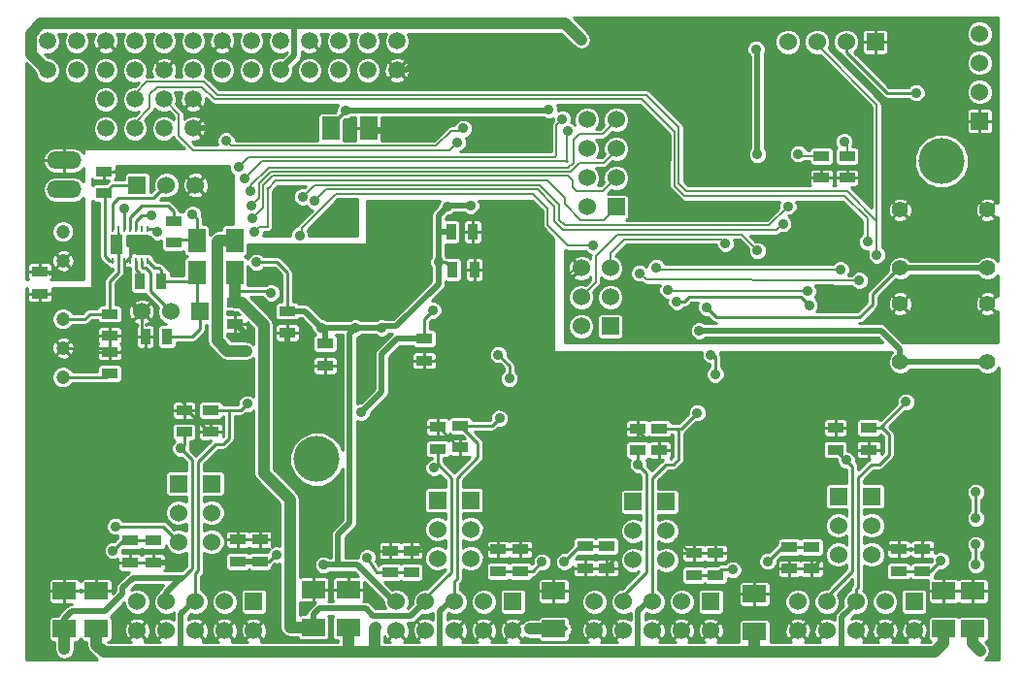
<source format=gbl>
G04 (created by PCBNEW (2013-mar-13)-testing) date Thu 04 Apr 2013 08:28:40 PM CEST*
%MOIN*%
G04 Gerber Fmt 3.4, Leading zero omitted, Abs format*
%FSLAX34Y34*%
G01*
G70*
G90*
G04 APERTURE LIST*
%ADD10C,2.3622e-06*%
%ADD11C,0.055*%
%ADD12R,0.08X0.06*%
%ADD13R,0.06X0.08*%
%ADD14R,0.055X0.035*%
%ADD15R,0.035X0.055*%
%ADD16O,0.1187X0.0593*%
%ADD17R,0.06X0.06*%
%ADD18C,0.06*%
%ADD19C,0.0472*%
%ADD20R,0.0098X0.0217*%
%ADD21R,0.0098X0.0492*%
%ADD22R,0.0701X0.065*%
%ADD23R,0.0421X0.065*%
%ADD24C,0.0591*%
%ADD25C,0.1575*%
%ADD26C,0.035*%
%ADD27C,0.01*%
%ADD28C,0.00629921*%
%ADD29C,0.02*%
%ADD30C,0.0393701*%
%ADD31C,0.00866142*%
G04 APERTURE END LIST*
G54D10*
G54D11*
X70000Y-51075D03*
X70000Y-53075D03*
X67000Y-51075D03*
X67000Y-53075D03*
X70000Y-47850D03*
X70000Y-49850D03*
X67000Y-47850D03*
X67000Y-49850D03*
G54D12*
X39400Y-60950D03*
X39400Y-62250D03*
X38300Y-62250D03*
X38300Y-60950D03*
X68500Y-60950D03*
X68500Y-62250D03*
X69500Y-62250D03*
X69500Y-60950D03*
X62000Y-61050D03*
X62000Y-62350D03*
X55100Y-62250D03*
X55100Y-60950D03*
X46850Y-62200D03*
X46850Y-60900D03*
X48050Y-60900D03*
X48050Y-62200D03*
G54D13*
X44150Y-50000D03*
X42850Y-50000D03*
X44150Y-48900D03*
X42850Y-48900D03*
X47450Y-45050D03*
X48750Y-45050D03*
G54D14*
X51899Y-56017D03*
X51899Y-55267D03*
X51112Y-55307D03*
X51112Y-56057D03*
X53198Y-60269D03*
X53198Y-59519D03*
X49498Y-60309D03*
X49498Y-59559D03*
X50206Y-59559D03*
X50206Y-60309D03*
X53946Y-59519D03*
X53946Y-60269D03*
X56922Y-59412D03*
X56922Y-60162D03*
X67769Y-59512D03*
X67769Y-60262D03*
X66942Y-60262D03*
X66942Y-59512D03*
X58733Y-56107D03*
X58733Y-55357D03*
X57985Y-55357D03*
X57985Y-56107D03*
X56174Y-60162D03*
X56174Y-59412D03*
X59914Y-60398D03*
X59914Y-59648D03*
X60662Y-59648D03*
X60662Y-60398D03*
X50650Y-52275D03*
X50650Y-53025D03*
X63950Y-59433D03*
X63950Y-60183D03*
X42050Y-48225D03*
X42050Y-48975D03*
G54D15*
X40875Y-50300D03*
X41625Y-50300D03*
G54D14*
X64777Y-55339D03*
X64777Y-56089D03*
X65175Y-46750D03*
X65175Y-46000D03*
X64300Y-46750D03*
X64300Y-46000D03*
X65918Y-56089D03*
X65918Y-55339D03*
X44150Y-51025D03*
X44150Y-51775D03*
X45950Y-51325D03*
X45950Y-52075D03*
G54D15*
X51625Y-49900D03*
X52375Y-49900D03*
X51575Y-48600D03*
X52325Y-48600D03*
G54D14*
X47250Y-52450D03*
X47250Y-53200D03*
X63202Y-60183D03*
X63202Y-59433D03*
X43314Y-55481D03*
X43314Y-54731D03*
X42409Y-54731D03*
X42409Y-55481D03*
X41346Y-59219D03*
X41346Y-59969D03*
X40559Y-59969D03*
X40559Y-59219D03*
X39850Y-52725D03*
X39850Y-53475D03*
X45007Y-59180D03*
X45007Y-59930D03*
X39850Y-52175D03*
X39850Y-51425D03*
G54D15*
X41825Y-52200D03*
X41075Y-52200D03*
G54D14*
X39650Y-47275D03*
X39650Y-46525D03*
X44259Y-59930D03*
X44259Y-59180D03*
G54D16*
X38300Y-47150D03*
X38300Y-46150D03*
G54D17*
X67485Y-61311D03*
G54D18*
X67485Y-62311D03*
X66485Y-61311D03*
X66485Y-62311D03*
X65485Y-61311D03*
X65485Y-62311D03*
X64485Y-61311D03*
X64485Y-62311D03*
X63485Y-61311D03*
X63485Y-62311D03*
G54D17*
X53702Y-61311D03*
G54D18*
X53702Y-62311D03*
X52702Y-61311D03*
X52702Y-62311D03*
X51702Y-61311D03*
X51702Y-62311D03*
X50702Y-61311D03*
X50702Y-62311D03*
X49702Y-61311D03*
X49702Y-62311D03*
G54D17*
X60496Y-61311D03*
G54D18*
X60496Y-62311D03*
X59496Y-61311D03*
X59496Y-62311D03*
X58496Y-61311D03*
X58496Y-62311D03*
X57496Y-61311D03*
X57496Y-62311D03*
X56496Y-61311D03*
X56496Y-62311D03*
G54D17*
X44800Y-61311D03*
G54D18*
X44800Y-62311D03*
X43800Y-61311D03*
X43800Y-62311D03*
X42800Y-61311D03*
X42800Y-62311D03*
X41800Y-61311D03*
X41800Y-62311D03*
X40800Y-61311D03*
X40800Y-62311D03*
G54D17*
X57250Y-47750D03*
G54D18*
X56250Y-47750D03*
X57250Y-46750D03*
X56250Y-46750D03*
X57250Y-45750D03*
X56250Y-45750D03*
X57250Y-44750D03*
X56250Y-44750D03*
G54D17*
X40800Y-47000D03*
G54D18*
X41800Y-47000D03*
X42800Y-47000D03*
G54D17*
X66025Y-57700D03*
G54D18*
X66025Y-58700D03*
X66025Y-59700D03*
G54D17*
X64875Y-57700D03*
G54D18*
X64875Y-58700D03*
X64875Y-59700D03*
G54D17*
X42950Y-51350D03*
G54D18*
X41950Y-51350D03*
X40950Y-51350D03*
G54D17*
X42212Y-57256D03*
G54D18*
X42212Y-58256D03*
X42212Y-59256D03*
G54D17*
X43354Y-57256D03*
G54D18*
X43354Y-58256D03*
X43354Y-59256D03*
G54D17*
X51112Y-57831D03*
G54D18*
X51112Y-58831D03*
X51112Y-59831D03*
G54D17*
X52253Y-57831D03*
G54D18*
X52253Y-58831D03*
X52253Y-59831D03*
G54D17*
X57827Y-57881D03*
G54D18*
X57827Y-58881D03*
X57827Y-59881D03*
G54D17*
X58969Y-57881D03*
G54D18*
X58969Y-58881D03*
X58969Y-59881D03*
G54D19*
X38250Y-48600D03*
X38250Y-49600D03*
X38250Y-51600D03*
X38250Y-52600D03*
X38250Y-53600D03*
G54D17*
X57050Y-51850D03*
G54D18*
X56050Y-51850D03*
X57050Y-50850D03*
X56050Y-50850D03*
X57050Y-49850D03*
X56050Y-49850D03*
G54D20*
X41141Y-49601D03*
X40944Y-49601D03*
X40747Y-49601D03*
G54D21*
X40550Y-49463D03*
G54D20*
X40353Y-49601D03*
X40156Y-49601D03*
X39959Y-49601D03*
X39959Y-48499D03*
G54D21*
X40156Y-48637D03*
G54D20*
X40353Y-48499D03*
X40550Y-48499D03*
X40747Y-48499D03*
X40944Y-48499D03*
X41141Y-48499D03*
G54D22*
X40855Y-49050D03*
G54D23*
X40099Y-49050D03*
G54D14*
X37450Y-49975D03*
X37450Y-50725D03*
G54D17*
X66150Y-42075D03*
G54D18*
X65150Y-42075D03*
X64150Y-42075D03*
X63150Y-42075D03*
G54D17*
X69725Y-44800D03*
G54D18*
X69725Y-43800D03*
X69725Y-42800D03*
X69725Y-41800D03*
G54D24*
X37716Y-43047D03*
X37716Y-42047D03*
X38716Y-43047D03*
X38716Y-42047D03*
X39716Y-43047D03*
X39716Y-42047D03*
X40716Y-43047D03*
X40716Y-42047D03*
X41716Y-43047D03*
X41716Y-42047D03*
X42716Y-43047D03*
X42716Y-42047D03*
X43716Y-43047D03*
X43716Y-42047D03*
X44716Y-43047D03*
X44716Y-42047D03*
X45716Y-43047D03*
X45716Y-42047D03*
X46716Y-43047D03*
X46716Y-42047D03*
X47716Y-43047D03*
X47716Y-42047D03*
X48716Y-43047D03*
X48716Y-42047D03*
X49716Y-43047D03*
X49716Y-42047D03*
X39716Y-44047D03*
X39716Y-45047D03*
X40716Y-44047D03*
X40716Y-45047D03*
X41716Y-44047D03*
X41716Y-45047D03*
X42716Y-44047D03*
X42716Y-45047D03*
G54D25*
X46968Y-56417D03*
X68425Y-46181D03*
G54D26*
X69600Y-57550D03*
X69600Y-58450D03*
X69600Y-59350D03*
X69600Y-60050D03*
X62975Y-48325D03*
X46900Y-47550D03*
X44700Y-47200D03*
X44725Y-47700D03*
X44750Y-48150D03*
X62100Y-49250D03*
X44825Y-48600D03*
X51800Y-45525D03*
X60350Y-51200D03*
X46375Y-48725D03*
X56450Y-49075D03*
X65600Y-50275D03*
X58050Y-50025D03*
X63150Y-47725D03*
X46475Y-47400D03*
X52000Y-45050D03*
X43850Y-45475D03*
X59025Y-50600D03*
X63825Y-50650D03*
X61000Y-49000D03*
X67550Y-43825D03*
X65875Y-48950D03*
X66200Y-49400D03*
X55600Y-45150D03*
X44500Y-46775D03*
X58625Y-49825D03*
X64950Y-49900D03*
X63875Y-51125D03*
X59325Y-51000D03*
X53200Y-52825D03*
X53575Y-53650D03*
X60650Y-53500D03*
X60500Y-52825D03*
X55400Y-44725D03*
X44275Y-46375D03*
X40350Y-47800D03*
X41300Y-48050D03*
X61850Y-58850D03*
X61850Y-59600D03*
X61900Y-60250D03*
X55850Y-60750D03*
X60850Y-54400D03*
X61750Y-54400D03*
X62500Y-54400D03*
X53950Y-54300D03*
X54700Y-54250D03*
X55600Y-54250D03*
X38200Y-50750D03*
X38800Y-50750D03*
X39650Y-50000D03*
X37450Y-52000D03*
X37450Y-51300D03*
X38350Y-57400D03*
X38350Y-58000D03*
X38350Y-58550D03*
X38350Y-59200D03*
X38300Y-59900D03*
X39750Y-60150D03*
X53650Y-51700D03*
X53650Y-50800D03*
X53650Y-50000D03*
X53650Y-49250D03*
X41750Y-49500D03*
X42150Y-49750D03*
X48550Y-54050D03*
X46600Y-58900D03*
X46600Y-59600D03*
X48800Y-61100D03*
X41700Y-58050D03*
X42200Y-60050D03*
X43800Y-58750D03*
X44650Y-52250D03*
X44500Y-53600D03*
X48600Y-52750D03*
X46050Y-52750D03*
X52600Y-48000D03*
X53050Y-47800D03*
X48950Y-48050D03*
X48950Y-48650D03*
X48950Y-49250D03*
X48350Y-49250D03*
X47750Y-49250D03*
X47200Y-49250D03*
X46650Y-49250D03*
X63300Y-54450D03*
X64540Y-59218D03*
X66391Y-59178D03*
X56449Y-54236D03*
X59402Y-59275D03*
X57473Y-59393D03*
X49931Y-54501D03*
X50639Y-59304D03*
X52687Y-59304D03*
X40834Y-54043D03*
X49200Y-51900D03*
X48300Y-51900D03*
X44900Y-49650D03*
X47125Y-51900D03*
X47200Y-60050D03*
X52250Y-47700D03*
X51150Y-49650D03*
X51450Y-47725D03*
X62100Y-45950D03*
X62050Y-42325D03*
X54925Y-44400D03*
X47950Y-44425D03*
X38100Y-43900D03*
X38100Y-44650D03*
X38100Y-45300D03*
X62650Y-43600D03*
X62800Y-43150D03*
X58700Y-42150D03*
X58250Y-42550D03*
X62850Y-49400D03*
X62200Y-47850D03*
X38750Y-50050D03*
X37450Y-48150D03*
X37450Y-48800D03*
X37450Y-49400D03*
X50000Y-45000D03*
X50600Y-45000D03*
X54800Y-45550D03*
X54800Y-45000D03*
X50950Y-43550D03*
X50600Y-43200D03*
X55700Y-51350D03*
X58850Y-52000D03*
X57800Y-51300D03*
X57800Y-52000D03*
X62950Y-45600D03*
X62800Y-46000D03*
X51750Y-42600D03*
X51050Y-42050D03*
X44150Y-44900D03*
X43500Y-44900D03*
X46400Y-48100D03*
X47200Y-48550D03*
X47700Y-48550D03*
X48100Y-48200D03*
X48100Y-47650D03*
X59150Y-43300D03*
X45400Y-50700D03*
X54300Y-62250D03*
X46050Y-62200D03*
X69750Y-63000D03*
X38300Y-62950D03*
X58000Y-56600D03*
X65150Y-56450D03*
X50994Y-56705D03*
X42291Y-56051D03*
X48500Y-54800D03*
X50950Y-51300D03*
X44550Y-52700D03*
X49000Y-62200D03*
X67200Y-54450D03*
X60032Y-54826D03*
X53238Y-55012D03*
X44574Y-54516D03*
X42700Y-48000D03*
X54700Y-59950D03*
X56050Y-42000D03*
X48700Y-59800D03*
X61252Y-60220D03*
X55465Y-59944D03*
X68400Y-59900D03*
X62454Y-59926D03*
X60100Y-52000D03*
X63500Y-45925D03*
X65075Y-45500D03*
X39968Y-59555D03*
X45600Y-59700D03*
X40047Y-58728D03*
X41500Y-48600D03*
G54D27*
X69600Y-58450D02*
X69600Y-57550D01*
X69600Y-60050D02*
X69600Y-59350D01*
G54D28*
X62750Y-48550D02*
X62975Y-48325D01*
X55425Y-48550D02*
X62750Y-48550D01*
X55125Y-48250D02*
X55425Y-48550D01*
X55125Y-47725D02*
X55125Y-48250D01*
X54550Y-47150D02*
X55125Y-47725D01*
X47300Y-47150D02*
X54550Y-47150D01*
X46900Y-47550D02*
X47300Y-47150D01*
X45275Y-46400D02*
X45275Y-46425D01*
X57250Y-44775D02*
X56775Y-45250D01*
X56775Y-45250D02*
X55975Y-45250D01*
X55975Y-45250D02*
X55775Y-45450D01*
X55775Y-45450D02*
X55775Y-46225D01*
X55775Y-46225D02*
X55600Y-46400D01*
X55600Y-46400D02*
X45275Y-46400D01*
X57250Y-44750D02*
X57250Y-44775D01*
X44700Y-47000D02*
X44700Y-47200D01*
X45275Y-46425D02*
X44700Y-47000D01*
X45450Y-46550D02*
X45375Y-46550D01*
X45100Y-46825D02*
X44991Y-46933D01*
X44991Y-46933D02*
X44991Y-47433D01*
X44991Y-47433D02*
X44725Y-47700D01*
X55675Y-46550D02*
X45450Y-46550D01*
X57250Y-45800D02*
X56825Y-46225D01*
X56825Y-46225D02*
X56000Y-46225D01*
X56000Y-46225D02*
X55675Y-46550D01*
X57250Y-45800D02*
X57250Y-45750D01*
X45375Y-46550D02*
X45100Y-46825D01*
X45125Y-47000D02*
X45441Y-46683D01*
X45125Y-47000D02*
X45125Y-47775D01*
X45125Y-47775D02*
X44750Y-48150D01*
X55750Y-47075D02*
X55875Y-47200D01*
X55750Y-46850D02*
X55750Y-47075D01*
X55583Y-46683D02*
X55750Y-46850D01*
X55483Y-46683D02*
X55583Y-46683D01*
X45441Y-46683D02*
X55483Y-46683D01*
X56800Y-47200D02*
X55875Y-47200D01*
X56800Y-47200D02*
X57250Y-46750D01*
X61550Y-48700D02*
X62100Y-49250D01*
X61550Y-48700D02*
X60500Y-48700D01*
X46050Y-46850D02*
X45550Y-46850D01*
X57250Y-47750D02*
X57250Y-47775D01*
X54900Y-46850D02*
X46050Y-46850D01*
X55475Y-47425D02*
X54900Y-46850D01*
X55475Y-47650D02*
X55475Y-47425D01*
X56025Y-48200D02*
X55475Y-47650D01*
X56825Y-48200D02*
X56025Y-48200D01*
X57250Y-47775D02*
X56825Y-48200D01*
X45550Y-46850D02*
X45275Y-47125D01*
X56050Y-50850D02*
X56050Y-50825D01*
X56050Y-50825D02*
X56550Y-50325D01*
X56550Y-50325D02*
X56550Y-49433D01*
X56550Y-49433D02*
X57283Y-48700D01*
X57283Y-48700D02*
X60500Y-48700D01*
X60500Y-48700D02*
X60525Y-48700D01*
X45275Y-48425D02*
X45000Y-48425D01*
X45275Y-47125D02*
X45275Y-48425D01*
X45275Y-47125D02*
X45270Y-47110D01*
X45000Y-48425D02*
X44825Y-48600D01*
X42225Y-44555D02*
X41716Y-44047D01*
X42225Y-45300D02*
X42225Y-44555D01*
X42725Y-45800D02*
X42225Y-45300D01*
X51525Y-45800D02*
X42725Y-45800D01*
X51800Y-45525D02*
X51525Y-45800D01*
G54D29*
X67000Y-49850D02*
X70000Y-49850D01*
G54D27*
X67000Y-49850D02*
X66950Y-49850D01*
X60700Y-51550D02*
X60350Y-51200D01*
X65600Y-51550D02*
X60700Y-51550D01*
X66050Y-51100D02*
X65600Y-51550D01*
X66050Y-50750D02*
X66050Y-51100D01*
X66950Y-49850D02*
X66050Y-50750D01*
G54D28*
X50925Y-47300D02*
X54400Y-47300D01*
X46375Y-48725D02*
X46450Y-48650D01*
X46450Y-48650D02*
X46450Y-48475D01*
X46450Y-48475D02*
X47625Y-47300D01*
X47625Y-47300D02*
X50925Y-47300D01*
X55600Y-49075D02*
X56450Y-49075D01*
X54900Y-48375D02*
X55600Y-49075D01*
X54900Y-47800D02*
X54900Y-48375D01*
X54400Y-47300D02*
X54900Y-47800D01*
X58275Y-50250D02*
X65600Y-50275D01*
X58050Y-50025D02*
X58275Y-50250D01*
X62500Y-48375D02*
X63150Y-47725D01*
X55475Y-48375D02*
X62500Y-48375D01*
X55300Y-48200D02*
X55475Y-48375D01*
X55300Y-47664D02*
X55300Y-48200D01*
X54635Y-47000D02*
X55300Y-47664D01*
X46875Y-47000D02*
X54635Y-47000D01*
X46475Y-47400D02*
X46875Y-47000D01*
X45100Y-45650D02*
X44025Y-45650D01*
X52000Y-45050D02*
X51925Y-45125D01*
X51925Y-45125D02*
X51575Y-45125D01*
X51575Y-45125D02*
X51050Y-45650D01*
X51050Y-45650D02*
X45100Y-45650D01*
X44025Y-45650D02*
X43850Y-45475D01*
X59025Y-50600D02*
X59075Y-50650D01*
X59075Y-50650D02*
X63825Y-50650D01*
X60862Y-48862D02*
X57537Y-48862D01*
X61000Y-49000D02*
X60862Y-48862D01*
X57050Y-49350D02*
X57050Y-49850D01*
X57550Y-48850D02*
X57537Y-48862D01*
X57537Y-48862D02*
X57050Y-49350D01*
G54D27*
X65150Y-42075D02*
X65150Y-42425D01*
X66550Y-43825D02*
X67550Y-43825D01*
X65150Y-42425D02*
X66550Y-43825D01*
G54D28*
X58112Y-44037D02*
X59262Y-45187D01*
X41475Y-43633D02*
X43033Y-43633D01*
X40716Y-44858D02*
X41225Y-44350D01*
X41225Y-44350D02*
X41225Y-43883D01*
X41225Y-43883D02*
X41475Y-43633D01*
X40716Y-45047D02*
X40716Y-44858D01*
X43450Y-44050D02*
X58125Y-44050D01*
X43033Y-43633D02*
X43450Y-44050D01*
X65875Y-48150D02*
X65875Y-48950D01*
X65100Y-47375D02*
X65875Y-48150D01*
X59600Y-47375D02*
X65100Y-47375D01*
X59250Y-47025D02*
X59600Y-47375D01*
X59262Y-45187D02*
X59250Y-47025D01*
X64150Y-42075D02*
X64150Y-42175D01*
X66200Y-44225D02*
X66200Y-48275D01*
X64150Y-42175D02*
X66200Y-44225D01*
X41125Y-43450D02*
X43100Y-43450D01*
X40716Y-44047D02*
X40716Y-43858D01*
X40716Y-43858D02*
X41125Y-43450D01*
X58300Y-43900D02*
X59400Y-45000D01*
X43550Y-43900D02*
X58300Y-43900D01*
X43100Y-43450D02*
X43550Y-43900D01*
X66200Y-48225D02*
X66200Y-48275D01*
X66200Y-48275D02*
X66200Y-49400D01*
X65175Y-47200D02*
X66200Y-48225D01*
X59650Y-47200D02*
X65175Y-47200D01*
X59400Y-46950D02*
X59650Y-47200D01*
X59400Y-45000D02*
X59400Y-46950D01*
X55550Y-45200D02*
X55600Y-45150D01*
X55550Y-46200D02*
X55550Y-45200D01*
X55575Y-46175D02*
X55550Y-46200D01*
X45100Y-46175D02*
X55575Y-46175D01*
X44500Y-46775D02*
X45100Y-46175D01*
X64825Y-49900D02*
X64950Y-49900D01*
X58625Y-49825D02*
X58700Y-49900D01*
X58700Y-49900D02*
X64825Y-49900D01*
G54D27*
X59325Y-51000D02*
X59600Y-51000D01*
X63600Y-50850D02*
X63875Y-51125D01*
X59750Y-50850D02*
X63600Y-50850D01*
X59600Y-51000D02*
X59750Y-50850D01*
X53575Y-53200D02*
X53575Y-53650D01*
X53200Y-52825D02*
X53575Y-53200D01*
X60650Y-52875D02*
X60650Y-53500D01*
X60500Y-52825D02*
X60650Y-52975D01*
G54D28*
X55200Y-44925D02*
X55400Y-44725D01*
X55200Y-45975D02*
X55200Y-44925D01*
X55150Y-46025D02*
X55200Y-45975D01*
X44625Y-46025D02*
X55150Y-46025D01*
X44275Y-46375D02*
X44625Y-46025D01*
G54D27*
X40353Y-48499D02*
X40353Y-47803D01*
X40353Y-47803D02*
X40350Y-47800D01*
X40747Y-48499D02*
X40747Y-48253D01*
X40950Y-48050D02*
X41300Y-48050D01*
X40747Y-48253D02*
X40950Y-48050D01*
X62000Y-61050D02*
X62000Y-60350D01*
X61850Y-59600D02*
X61850Y-58850D01*
X62000Y-60350D02*
X61900Y-60250D01*
X55100Y-60950D02*
X55650Y-60950D01*
X55650Y-60950D02*
X55850Y-60750D01*
X63300Y-54450D02*
X62550Y-54450D01*
X61750Y-54400D02*
X60850Y-54400D01*
X62550Y-54450D02*
X62500Y-54400D01*
X55600Y-54250D02*
X54700Y-54250D01*
X38800Y-50750D02*
X39450Y-50750D01*
X37450Y-50725D02*
X38175Y-50725D01*
X38175Y-50725D02*
X38200Y-50750D01*
X39650Y-50550D02*
X39650Y-50000D01*
X39450Y-50750D02*
X39650Y-50550D01*
X37450Y-50725D02*
X37450Y-51300D01*
X37450Y-52000D02*
X37450Y-52650D01*
X38300Y-60950D02*
X38300Y-59900D01*
X38350Y-58000D02*
X38350Y-57400D01*
X38350Y-59200D02*
X38350Y-58550D01*
X40559Y-59969D02*
X39930Y-59969D01*
X39930Y-59969D02*
X39750Y-60150D01*
X52375Y-49900D02*
X53000Y-49900D01*
X53650Y-50000D02*
X53650Y-50800D01*
X53000Y-49900D02*
X53650Y-49250D01*
X41200Y-49050D02*
X41750Y-49600D01*
X41750Y-49600D02*
X41750Y-49500D01*
X40855Y-49050D02*
X41200Y-49050D01*
X40550Y-49463D02*
X40550Y-49355D01*
X40550Y-49355D02*
X40855Y-49050D01*
X40353Y-49601D02*
X40412Y-49601D01*
X40412Y-49601D02*
X40550Y-49463D01*
G54D28*
X46850Y-60900D02*
X46850Y-60500D01*
X46600Y-60250D02*
X46600Y-59600D01*
X46850Y-60500D02*
X46600Y-60250D01*
X48050Y-60900D02*
X48600Y-60900D01*
X48600Y-60900D02*
X48800Y-61100D01*
G54D29*
X41346Y-59969D02*
X42119Y-59969D01*
X42119Y-59969D02*
X42200Y-60050D01*
X44150Y-51775D02*
X44175Y-51775D01*
X44175Y-51775D02*
X44650Y-52250D01*
X45950Y-52075D02*
X45950Y-52650D01*
X45950Y-52650D02*
X46050Y-52750D01*
G54D27*
X52850Y-48000D02*
X52600Y-48000D01*
X53050Y-47800D02*
X52850Y-48000D01*
G54D28*
X49400Y-47600D02*
X49800Y-47600D01*
X48950Y-48050D02*
X49400Y-47600D01*
X48950Y-49250D02*
X48950Y-48650D01*
X47750Y-49250D02*
X48350Y-49250D01*
X46650Y-49250D02*
X47200Y-49250D01*
G54D27*
X57985Y-55357D02*
X57985Y-55435D01*
X58733Y-55808D02*
X58733Y-56107D01*
X58650Y-55725D02*
X58733Y-55808D01*
X58275Y-55725D02*
X58650Y-55725D01*
X57985Y-55435D02*
X58275Y-55725D01*
X40950Y-51350D02*
X40950Y-52075D01*
X40950Y-52075D02*
X41075Y-52200D01*
X40950Y-51350D02*
X40850Y-51350D01*
X40353Y-50853D02*
X40353Y-49601D01*
X40850Y-51350D02*
X40353Y-50853D01*
X64777Y-55339D02*
X64189Y-55339D01*
X64189Y-55339D02*
X63300Y-54450D01*
X66942Y-59512D02*
X67769Y-59512D01*
X63950Y-60183D02*
X63202Y-60183D01*
X64383Y-59750D02*
X63950Y-60183D01*
X64383Y-59375D02*
X64383Y-59750D01*
X64540Y-59218D02*
X64383Y-59375D01*
X66942Y-59512D02*
X66725Y-59512D01*
X66725Y-59512D02*
X66391Y-59178D01*
X57985Y-55357D02*
X57570Y-55357D01*
X57570Y-55357D02*
X56449Y-54236D01*
X59914Y-59648D02*
X60662Y-59648D01*
X59914Y-59648D02*
X59775Y-59648D01*
X59775Y-59648D02*
X59402Y-59275D01*
X56922Y-60162D02*
X56922Y-60102D01*
X57473Y-59551D02*
X57473Y-59393D01*
X56922Y-60102D02*
X57473Y-59551D01*
X56292Y-60162D02*
X57040Y-60162D01*
X51899Y-56017D02*
X51841Y-56017D01*
X51130Y-55307D02*
X51112Y-55307D01*
X51841Y-56017D02*
X51130Y-55307D01*
X51112Y-55307D02*
X50737Y-55307D01*
X50737Y-55307D02*
X49931Y-54501D01*
X50206Y-59559D02*
X50384Y-59559D01*
X50384Y-59559D02*
X50639Y-59304D01*
X49498Y-59559D02*
X50206Y-59559D01*
X50384Y-59559D02*
X50639Y-59304D01*
X53198Y-59519D02*
X52902Y-59519D01*
X52902Y-59519D02*
X52687Y-59304D01*
X53946Y-59519D02*
X53198Y-59519D01*
X42409Y-54731D02*
X42409Y-54516D01*
X41937Y-54043D02*
X40834Y-54043D01*
X42409Y-54516D02*
X41937Y-54043D01*
X42409Y-54731D02*
X42506Y-54731D01*
X43256Y-55481D02*
X43314Y-55481D01*
X42506Y-54731D02*
X43256Y-55481D01*
X39850Y-52175D02*
X39850Y-52725D01*
X38250Y-52600D02*
X39725Y-52600D01*
X39725Y-52600D02*
X39850Y-52725D01*
X51150Y-49650D02*
X51375Y-49650D01*
X51375Y-49650D02*
X51625Y-49900D01*
G54D29*
X51575Y-48600D02*
X51150Y-48600D01*
X51150Y-48600D02*
X51200Y-48600D01*
X51200Y-48600D02*
X51150Y-48600D01*
X48100Y-58600D02*
X48100Y-52100D01*
X47700Y-59000D02*
X48100Y-58600D01*
X47700Y-60050D02*
X47700Y-59000D01*
X48100Y-52100D02*
X48300Y-51900D01*
X47250Y-52450D02*
X47250Y-52025D01*
X47250Y-52025D02*
X47125Y-51900D01*
X48300Y-51900D02*
X49200Y-51900D01*
X49702Y-61311D02*
X49611Y-61311D01*
X49611Y-61311D02*
X48350Y-60050D01*
X48350Y-60050D02*
X47700Y-60050D01*
X47700Y-60050D02*
X47200Y-60050D01*
X49300Y-51850D02*
X49700Y-51850D01*
X51150Y-50400D02*
X51150Y-49650D01*
X49700Y-51850D02*
X51150Y-50400D01*
X47125Y-51900D02*
X48100Y-51900D01*
X48250Y-51950D02*
X48300Y-51900D01*
X48100Y-51900D02*
X48250Y-51950D01*
X45950Y-51325D02*
X46550Y-51325D01*
X46550Y-51325D02*
X47125Y-51900D01*
G54D27*
X45950Y-50000D02*
X45950Y-51325D01*
X45600Y-49650D02*
X45950Y-50000D01*
X44900Y-49650D02*
X45600Y-49650D01*
X47250Y-52250D02*
X47250Y-52025D01*
X47250Y-52025D02*
X47125Y-51900D01*
X47125Y-51900D02*
X47150Y-51900D01*
X47150Y-51900D02*
X47275Y-52025D01*
G54D29*
X47250Y-60100D02*
X47200Y-60050D01*
X51850Y-47700D02*
X51475Y-47700D01*
X51850Y-47700D02*
X52250Y-47700D01*
X51475Y-47700D02*
X51450Y-47725D01*
X51150Y-49650D02*
X51150Y-48600D01*
X51150Y-48600D02*
X51150Y-48025D01*
X51150Y-48025D02*
X51450Y-47725D01*
G54D28*
X51450Y-47725D02*
X51400Y-47775D01*
G54D29*
X62050Y-42325D02*
X62100Y-42375D01*
X62100Y-42375D02*
X62100Y-45950D01*
X47950Y-44425D02*
X54900Y-44425D01*
X54900Y-44425D02*
X54925Y-44400D01*
G54D27*
X47450Y-45150D02*
X47450Y-44925D01*
X47450Y-44925D02*
X47950Y-44425D01*
X38100Y-45300D02*
X38100Y-44650D01*
X62650Y-43300D02*
X62650Y-43600D01*
X62800Y-43150D02*
X62650Y-43300D01*
X58650Y-42150D02*
X58700Y-42150D01*
X58250Y-42550D02*
X58650Y-42150D01*
X37450Y-49975D02*
X37725Y-49975D01*
X37800Y-50050D02*
X38750Y-50050D01*
X37725Y-49975D02*
X37800Y-50050D01*
X37450Y-49975D02*
X37450Y-49400D01*
X37450Y-48800D02*
X37450Y-48150D01*
G54D28*
X50600Y-45000D02*
X51400Y-45000D01*
G54D29*
X49850Y-45150D02*
X50000Y-45000D01*
X48750Y-45150D02*
X49850Y-45150D01*
G54D28*
X54550Y-44750D02*
X54800Y-45000D01*
X51650Y-44750D02*
X54550Y-44750D01*
X51400Y-45000D02*
X51650Y-44750D01*
X49716Y-43047D02*
X50447Y-43047D01*
X50447Y-43047D02*
X50600Y-43200D01*
X55850Y-49850D02*
X55550Y-50150D01*
X55550Y-50150D02*
X55550Y-51200D01*
X55550Y-51200D02*
X55700Y-51350D01*
X56050Y-49850D02*
X55850Y-49850D01*
G54D27*
X57800Y-52000D02*
X57800Y-51300D01*
X62950Y-45850D02*
X62950Y-45600D01*
X62800Y-46000D02*
X62950Y-45850D01*
G54D29*
X49716Y-43047D02*
X50052Y-43047D01*
X50052Y-43047D02*
X51050Y-42050D01*
X42716Y-45047D02*
X43352Y-45047D01*
X43352Y-45047D02*
X43500Y-44900D01*
G54D28*
X47700Y-48550D02*
X47200Y-48550D01*
X48100Y-47650D02*
X48100Y-48200D01*
G54D29*
X55100Y-62250D02*
X55500Y-62250D01*
X50702Y-61311D02*
X50688Y-61311D01*
X46850Y-61750D02*
X46850Y-62200D01*
X47050Y-61550D02*
X46850Y-61750D01*
X48650Y-61550D02*
X47050Y-61550D01*
X48900Y-61800D02*
X48650Y-61550D01*
X50200Y-61800D02*
X48900Y-61800D01*
X50688Y-61311D02*
X50200Y-61800D01*
X41800Y-61311D02*
X41800Y-61000D01*
X41800Y-61000D02*
X42300Y-60500D01*
X38300Y-62250D02*
X38300Y-61900D01*
X38300Y-61900D02*
X38550Y-61650D01*
X38550Y-61650D02*
X39700Y-61650D01*
X39700Y-61650D02*
X40300Y-61050D01*
X40300Y-61050D02*
X40300Y-60850D01*
X40300Y-60850D02*
X40650Y-60500D01*
X40650Y-60500D02*
X42300Y-60500D01*
X42300Y-60500D02*
X42350Y-60500D01*
G54D27*
X45350Y-50650D02*
X44150Y-50650D01*
X45400Y-50700D02*
X45350Y-50650D01*
G54D30*
X44150Y-50000D02*
X44150Y-50650D01*
X44150Y-50650D02*
X44150Y-51025D01*
X46050Y-62200D02*
X46050Y-57800D01*
X44375Y-51025D02*
X44150Y-51025D01*
X45150Y-51800D02*
X44375Y-51025D01*
X45150Y-56900D02*
X45150Y-51800D01*
X46050Y-57800D02*
X45150Y-56900D01*
X55100Y-62250D02*
X54650Y-62250D01*
X54650Y-62250D02*
X54300Y-62250D01*
X46850Y-62200D02*
X46050Y-62200D01*
X69500Y-62250D02*
X69500Y-62750D01*
X69500Y-62750D02*
X69750Y-63000D01*
X38300Y-62250D02*
X38300Y-62950D01*
G54D27*
X41800Y-61311D02*
X41800Y-61050D01*
X41800Y-61050D02*
X42350Y-60500D01*
X42675Y-56435D02*
X42291Y-56051D01*
X42350Y-60500D02*
X42675Y-60175D01*
X42675Y-60175D02*
X42675Y-56435D01*
X57998Y-56598D02*
X57985Y-56598D01*
X58000Y-56600D02*
X57998Y-56598D01*
X65150Y-56450D02*
X65143Y-56456D01*
X65143Y-56456D02*
X65150Y-56450D01*
X65150Y-56450D02*
X65150Y-56462D01*
X64485Y-61080D02*
X64559Y-61080D01*
X65369Y-56682D02*
X65150Y-56462D01*
X65150Y-56462D02*
X64777Y-56089D01*
X65369Y-60270D02*
X65369Y-56682D01*
X64559Y-61080D02*
X65369Y-60270D01*
X57985Y-56107D02*
X57985Y-56598D01*
X58296Y-60298D02*
X57496Y-61098D01*
X58296Y-56910D02*
X58296Y-60298D01*
X57985Y-56598D02*
X58296Y-56910D01*
X51112Y-56587D02*
X50994Y-56705D01*
X50702Y-61205D02*
X50702Y-61170D01*
X51112Y-56587D02*
X51112Y-56057D01*
X51581Y-57057D02*
X51112Y-56587D01*
X51581Y-60291D02*
X51581Y-57057D01*
X50702Y-61170D02*
X51581Y-60291D01*
X42409Y-55481D02*
X42409Y-55933D01*
X42409Y-55933D02*
X42291Y-56051D01*
G54D29*
X49725Y-52275D02*
X49200Y-52800D01*
X49200Y-52800D02*
X49200Y-54100D01*
X49200Y-54100D02*
X48500Y-54800D01*
X50650Y-52275D02*
X49725Y-52275D01*
G54D30*
X48050Y-62200D02*
X48050Y-63050D01*
G54D29*
X65000Y-63050D02*
X65000Y-61850D01*
X65485Y-61364D02*
X65485Y-61311D01*
X65000Y-61850D02*
X65485Y-61364D01*
X58496Y-61311D02*
X58338Y-61311D01*
X57950Y-62950D02*
X57950Y-63050D01*
X57950Y-63000D02*
X57950Y-62950D01*
X58000Y-63050D02*
X57950Y-63000D01*
X58000Y-61650D02*
X58000Y-63050D01*
X58338Y-61311D02*
X58000Y-61650D01*
X51702Y-61311D02*
X51538Y-61311D01*
X51200Y-61650D02*
X51200Y-63050D01*
X51538Y-61311D02*
X51200Y-61650D01*
X42800Y-61311D02*
X42738Y-61311D01*
X42300Y-61750D02*
X42300Y-63050D01*
X42738Y-61311D02*
X42300Y-61750D01*
G54D27*
X50650Y-51600D02*
X50650Y-52275D01*
X50950Y-51300D02*
X50650Y-51600D01*
G54D30*
X44150Y-48900D02*
X43600Y-48900D01*
X43600Y-48900D02*
X43550Y-48950D01*
X43550Y-48950D02*
X43550Y-52350D01*
X43550Y-52350D02*
X43900Y-52700D01*
X43900Y-52700D02*
X44550Y-52700D01*
X48950Y-62250D02*
X48950Y-63050D01*
X49000Y-62200D02*
X48950Y-62250D01*
X62000Y-62350D02*
X62000Y-63050D01*
X68500Y-62250D02*
X68500Y-62750D01*
X39400Y-62800D02*
X39400Y-62250D01*
X42300Y-63050D02*
X39650Y-63050D01*
X39650Y-63050D02*
X39400Y-62800D01*
X68200Y-63050D02*
X65000Y-63050D01*
X65000Y-63050D02*
X62050Y-63050D01*
X62050Y-63050D02*
X57950Y-63050D01*
X57950Y-63050D02*
X51200Y-63050D01*
X51200Y-63050D02*
X48950Y-63050D01*
X48950Y-63050D02*
X48050Y-63050D01*
X48050Y-63050D02*
X42300Y-63050D01*
X68500Y-62750D02*
X68200Y-63050D01*
G54D27*
X42800Y-61311D02*
X42800Y-60350D01*
X43950Y-55700D02*
X43950Y-54731D01*
X43750Y-55900D02*
X43950Y-55700D01*
X43500Y-55900D02*
X43750Y-55900D01*
X42900Y-56500D02*
X43500Y-55900D01*
X42900Y-60250D02*
X42900Y-56500D01*
X42800Y-60350D02*
X42900Y-60250D01*
X65918Y-55339D02*
X66310Y-55339D01*
X66310Y-55339D02*
X67200Y-54450D01*
X65485Y-61080D02*
X65485Y-60894D01*
X66379Y-55339D02*
X65918Y-55339D01*
X66610Y-55570D02*
X66379Y-55339D01*
X66610Y-56260D02*
X66610Y-55570D01*
X66280Y-56590D02*
X66610Y-56260D01*
X66020Y-56590D02*
X66280Y-56590D01*
X65570Y-57040D02*
X66020Y-56590D01*
X65570Y-60810D02*
X65570Y-57040D01*
X65485Y-60894D02*
X65570Y-60810D01*
X59441Y-55377D02*
X59323Y-55377D01*
X59323Y-55377D02*
X59362Y-55417D01*
X59481Y-55377D02*
X59441Y-55377D01*
X59441Y-55377D02*
X59402Y-55377D01*
X60032Y-54826D02*
X59481Y-55377D01*
X58496Y-61098D02*
X58496Y-57070D01*
X58496Y-57070D02*
X58969Y-56598D01*
X58969Y-56598D02*
X59205Y-56598D01*
X59205Y-56598D02*
X59402Y-56401D01*
X59402Y-56401D02*
X59402Y-55456D01*
X59402Y-55456D02*
X59362Y-55417D01*
X59302Y-55357D02*
X58733Y-55357D01*
X59362Y-55417D02*
X59302Y-55357D01*
X52983Y-55267D02*
X51899Y-55267D01*
X53238Y-55012D02*
X52983Y-55267D01*
X51702Y-61205D02*
X51702Y-60603D01*
X52490Y-55858D02*
X51899Y-55267D01*
X52490Y-56351D02*
X52490Y-55858D01*
X51781Y-57060D02*
X52490Y-56351D01*
X51781Y-60524D02*
X51781Y-57060D01*
X51702Y-60603D02*
X51781Y-60524D01*
X43314Y-54731D02*
X43950Y-54731D01*
X43950Y-54731D02*
X44359Y-54731D01*
X44359Y-54731D02*
X44574Y-54516D01*
X41750Y-47700D02*
X41850Y-47700D01*
X40550Y-48150D02*
X40550Y-48100D01*
X40550Y-48100D02*
X40950Y-47700D01*
X40950Y-47700D02*
X41750Y-47700D01*
X40550Y-48499D02*
X40550Y-48150D01*
X42050Y-47900D02*
X42050Y-48225D01*
X41850Y-47700D02*
X42050Y-47900D01*
X42850Y-48150D02*
X42850Y-48900D01*
X42700Y-48000D02*
X42850Y-48150D01*
X42050Y-48875D02*
X42375Y-48875D01*
X42375Y-48875D02*
X42850Y-48900D01*
X39700Y-48050D02*
X39700Y-47250D01*
X39959Y-49601D02*
X39851Y-49601D01*
X39700Y-49450D02*
X39700Y-48050D01*
X39851Y-49601D02*
X39700Y-49450D01*
X39950Y-47000D02*
X40800Y-47000D01*
X39700Y-47250D02*
X39950Y-47000D01*
X42950Y-51350D02*
X42950Y-51950D01*
X42700Y-52200D02*
X41825Y-52200D01*
X42950Y-51950D02*
X42700Y-52200D01*
X42850Y-50000D02*
X42850Y-51250D01*
X42850Y-51250D02*
X42950Y-51350D01*
X41625Y-50300D02*
X42550Y-50300D01*
X42550Y-50300D02*
X42850Y-50000D01*
X41141Y-49601D02*
X41151Y-49601D01*
X41625Y-49925D02*
X41625Y-50300D01*
X41550Y-49850D02*
X41625Y-49925D01*
X41400Y-49850D02*
X41550Y-49850D01*
X41151Y-49601D02*
X41400Y-49850D01*
X53946Y-60269D02*
X54380Y-60269D01*
X54380Y-60269D02*
X54700Y-59950D01*
X53198Y-60269D02*
X53946Y-60269D01*
G54D29*
X45716Y-43047D02*
X45697Y-43047D01*
X46200Y-42545D02*
X46200Y-41450D01*
X45697Y-43047D02*
X46200Y-42545D01*
G54D30*
X37150Y-42500D02*
X37150Y-41800D01*
X55600Y-41550D02*
X56050Y-42000D01*
X37697Y-43047D02*
X37716Y-43047D01*
X37697Y-43047D02*
X37150Y-42500D01*
X55500Y-41450D02*
X55600Y-41550D01*
X37500Y-41450D02*
X46200Y-41450D01*
X46200Y-41450D02*
X55500Y-41450D01*
X37150Y-41800D02*
X37500Y-41450D01*
G54D27*
X49006Y-60309D02*
X48700Y-59800D01*
X49498Y-60309D02*
X49006Y-60309D01*
X49498Y-60309D02*
X50206Y-60309D01*
X59914Y-60398D02*
X60662Y-60398D01*
X60662Y-60398D02*
X60840Y-60220D01*
X60840Y-60220D02*
X61252Y-60220D01*
X55465Y-59944D02*
X55997Y-59412D01*
X55997Y-59412D02*
X56174Y-59412D01*
X56922Y-59412D02*
X56174Y-59412D01*
X67769Y-60262D02*
X68037Y-60262D01*
X68037Y-60262D02*
X68400Y-59900D01*
X66942Y-60262D02*
X67769Y-60262D01*
X63202Y-59433D02*
X62947Y-59433D01*
X62947Y-59433D02*
X62454Y-59926D01*
X63950Y-59433D02*
X63202Y-59433D01*
G54D29*
X67000Y-53075D02*
X70000Y-53075D01*
X67000Y-52650D02*
X66350Y-52000D01*
X66350Y-52000D02*
X60100Y-52000D01*
X67000Y-52650D02*
X67000Y-53075D01*
G54D28*
X64300Y-46000D02*
X63575Y-46000D01*
X63575Y-46000D02*
X63500Y-45925D01*
X65175Y-45600D02*
X65175Y-46000D01*
X65075Y-45500D02*
X65175Y-45600D01*
G54D27*
X43354Y-58256D02*
X43236Y-58256D01*
X40559Y-59219D02*
X40304Y-59219D01*
X40304Y-59219D02*
X39968Y-59555D01*
X40559Y-59219D02*
X41346Y-59219D01*
G54D29*
X44259Y-59930D02*
X45007Y-59930D01*
G54D27*
X45007Y-59930D02*
X45319Y-59930D01*
X45550Y-59700D02*
X45600Y-59700D01*
X45319Y-59930D02*
X45550Y-59700D01*
X42212Y-59256D02*
X41685Y-58728D01*
X41685Y-58728D02*
X40047Y-58728D01*
X42212Y-58256D02*
X42212Y-58177D01*
X40875Y-50250D02*
X40875Y-50025D01*
X40747Y-49897D02*
X40747Y-49601D01*
X40875Y-50025D02*
X40747Y-49897D01*
X39850Y-51425D02*
X39850Y-50300D01*
X39850Y-50300D02*
X40156Y-49994D01*
X40156Y-49994D02*
X40156Y-49601D01*
X40156Y-48637D02*
X40156Y-48993D01*
X40156Y-48993D02*
X40099Y-49050D01*
G54D31*
X40156Y-49107D02*
X40099Y-49050D01*
X40156Y-49994D02*
X40156Y-49107D01*
X39850Y-50300D02*
X40156Y-49994D01*
G54D27*
X38250Y-51600D02*
X39000Y-51600D01*
X39175Y-51425D02*
X39850Y-51425D01*
X39000Y-51600D02*
X39175Y-51425D01*
X41500Y-48600D02*
X41399Y-48499D01*
X41399Y-48499D02*
X41249Y-48499D01*
X41141Y-48499D02*
X41249Y-48499D01*
X38250Y-53600D02*
X39725Y-53600D01*
X39725Y-53600D02*
X39850Y-53475D01*
X39959Y-48250D02*
X39959Y-47641D01*
X41350Y-47450D02*
X41800Y-47000D01*
X40150Y-47450D02*
X41350Y-47450D01*
X39959Y-47641D02*
X40150Y-47450D01*
X39959Y-48499D02*
X39959Y-48250D01*
X39959Y-48250D02*
X39959Y-48241D01*
X40944Y-49601D02*
X40944Y-49794D01*
X41250Y-50650D02*
X41950Y-51350D01*
X41250Y-50000D02*
X41250Y-50650D01*
X41100Y-49850D02*
X41250Y-50000D01*
X41000Y-49850D02*
X41100Y-49850D01*
X40944Y-49794D02*
X41000Y-49850D01*
G54D10*
G36*
X42063Y-61684D02*
X42050Y-61750D01*
X42050Y-61930D01*
X41907Y-61864D01*
X41727Y-61857D01*
X41559Y-61919D01*
X41530Y-61939D01*
X41502Y-62012D01*
X41800Y-62310D01*
X41805Y-62305D01*
X41805Y-62305D01*
X41800Y-62311D01*
X41805Y-62316D01*
X41805Y-62316D01*
X41800Y-62311D01*
X41799Y-62311D01*
X41799Y-62311D01*
X41501Y-62013D01*
X41428Y-62041D01*
X41353Y-62204D01*
X41346Y-62383D01*
X41408Y-62551D01*
X41428Y-62580D01*
X41501Y-62609D01*
X41799Y-62311D01*
X41799Y-62311D01*
X41502Y-62609D01*
X41530Y-62682D01*
X41574Y-62703D01*
X41253Y-62703D01*
X41253Y-62238D01*
X41191Y-62070D01*
X41171Y-62041D01*
X41098Y-62013D01*
X41097Y-62013D01*
X41097Y-62012D01*
X41069Y-61939D01*
X40907Y-61864D01*
X40727Y-61857D01*
X40559Y-61919D01*
X40530Y-61939D01*
X40502Y-62012D01*
X40800Y-62310D01*
X41097Y-62012D01*
X41097Y-62013D01*
X40800Y-62311D01*
X41098Y-62609D01*
X41171Y-62580D01*
X41246Y-62418D01*
X41253Y-62238D01*
X41253Y-62703D01*
X41038Y-62703D01*
X41040Y-62702D01*
X41069Y-62682D01*
X41097Y-62609D01*
X40800Y-62311D01*
X40799Y-62311D01*
X40799Y-62311D01*
X40501Y-62013D01*
X40428Y-62041D01*
X40353Y-62204D01*
X40346Y-62383D01*
X40408Y-62551D01*
X40428Y-62580D01*
X40501Y-62609D01*
X40799Y-62311D01*
X40799Y-62311D01*
X40502Y-62609D01*
X40530Y-62682D01*
X40574Y-62703D01*
X39793Y-62703D01*
X39790Y-62700D01*
X39829Y-62700D01*
X39884Y-62677D01*
X39927Y-62635D01*
X39949Y-62579D01*
X39950Y-62520D01*
X39950Y-61920D01*
X39927Y-61865D01*
X39885Y-61822D01*
X39881Y-61821D01*
X40349Y-61353D01*
X40349Y-61400D01*
X40418Y-61565D01*
X40544Y-61692D01*
X40710Y-61760D01*
X40889Y-61761D01*
X41054Y-61692D01*
X41181Y-61566D01*
X41249Y-61400D01*
X41250Y-61221D01*
X41181Y-61056D01*
X41055Y-60929D01*
X40889Y-60861D01*
X40710Y-60860D01*
X40594Y-60909D01*
X40753Y-60750D01*
X41696Y-60750D01*
X41623Y-60823D01*
X41569Y-60904D01*
X41565Y-60920D01*
X41545Y-60929D01*
X41418Y-61055D01*
X41350Y-61221D01*
X41349Y-61400D01*
X41418Y-61565D01*
X41544Y-61692D01*
X41710Y-61760D01*
X41889Y-61761D01*
X42054Y-61692D01*
X42063Y-61684D01*
X42063Y-61684D01*
G37*
G54D27*
X42063Y-61684D02*
X42050Y-61750D01*
X42050Y-61930D01*
X41907Y-61864D01*
X41727Y-61857D01*
X41559Y-61919D01*
X41530Y-61939D01*
X41502Y-62012D01*
X41800Y-62310D01*
X41805Y-62305D01*
X41805Y-62305D01*
X41800Y-62311D01*
X41805Y-62316D01*
X41805Y-62316D01*
X41800Y-62311D01*
X41799Y-62311D01*
X41799Y-62311D01*
X41501Y-62013D01*
X41428Y-62041D01*
X41353Y-62204D01*
X41346Y-62383D01*
X41408Y-62551D01*
X41428Y-62580D01*
X41501Y-62609D01*
X41799Y-62311D01*
X41799Y-62311D01*
X41502Y-62609D01*
X41530Y-62682D01*
X41574Y-62703D01*
X41253Y-62703D01*
X41253Y-62238D01*
X41191Y-62070D01*
X41171Y-62041D01*
X41098Y-62013D01*
X41097Y-62013D01*
X41097Y-62012D01*
X41069Y-61939D01*
X40907Y-61864D01*
X40727Y-61857D01*
X40559Y-61919D01*
X40530Y-61939D01*
X40502Y-62012D01*
X40800Y-62310D01*
X41097Y-62012D01*
X41097Y-62013D01*
X40800Y-62311D01*
X41098Y-62609D01*
X41171Y-62580D01*
X41246Y-62418D01*
X41253Y-62238D01*
X41253Y-62703D01*
X41038Y-62703D01*
X41040Y-62702D01*
X41069Y-62682D01*
X41097Y-62609D01*
X40800Y-62311D01*
X40799Y-62311D01*
X40799Y-62311D01*
X40501Y-62013D01*
X40428Y-62041D01*
X40353Y-62204D01*
X40346Y-62383D01*
X40408Y-62551D01*
X40428Y-62580D01*
X40501Y-62609D01*
X40799Y-62311D01*
X40799Y-62311D01*
X40502Y-62609D01*
X40530Y-62682D01*
X40574Y-62703D01*
X39793Y-62703D01*
X39790Y-62700D01*
X39829Y-62700D01*
X39884Y-62677D01*
X39927Y-62635D01*
X39949Y-62579D01*
X39950Y-62520D01*
X39950Y-61920D01*
X39927Y-61865D01*
X39885Y-61822D01*
X39881Y-61821D01*
X40349Y-61353D01*
X40349Y-61400D01*
X40418Y-61565D01*
X40544Y-61692D01*
X40710Y-61760D01*
X40889Y-61761D01*
X41054Y-61692D01*
X41181Y-61566D01*
X41249Y-61400D01*
X41250Y-61221D01*
X41181Y-61056D01*
X41055Y-60929D01*
X40889Y-60861D01*
X40710Y-60860D01*
X40594Y-60909D01*
X40753Y-60750D01*
X41696Y-60750D01*
X41623Y-60823D01*
X41569Y-60904D01*
X41565Y-60920D01*
X41545Y-60929D01*
X41418Y-61055D01*
X41350Y-61221D01*
X41349Y-61400D01*
X41418Y-61565D01*
X41544Y-61692D01*
X41710Y-61760D01*
X41889Y-61761D01*
X42054Y-61692D01*
X42063Y-61684D01*
G54D10*
G36*
X42520Y-49449D02*
X42465Y-49472D01*
X42422Y-49514D01*
X42400Y-49570D01*
X42399Y-49629D01*
X42399Y-50100D01*
X41950Y-50100D01*
X41950Y-49995D01*
X41927Y-49940D01*
X41885Y-49897D01*
X41829Y-49875D01*
X41815Y-49875D01*
X41809Y-49848D01*
X41809Y-49848D01*
X41795Y-49826D01*
X41766Y-49783D01*
X41766Y-49783D01*
X41691Y-49708D01*
X41626Y-49665D01*
X41550Y-49650D01*
X41482Y-49650D01*
X41340Y-49507D01*
X41340Y-49462D01*
X41317Y-49407D01*
X41275Y-49365D01*
X41219Y-49342D01*
X41160Y-49342D01*
X41062Y-49342D01*
X41042Y-49350D01*
X41022Y-49342D01*
X40963Y-49342D01*
X40865Y-49342D01*
X40845Y-49350D01*
X40825Y-49342D01*
X40766Y-49342D01*
X40749Y-49342D01*
X40749Y-49246D01*
X40749Y-49186D01*
X40726Y-49131D01*
X40684Y-49089D01*
X40628Y-49066D01*
X40587Y-49066D01*
X40550Y-49104D01*
X40550Y-49457D01*
X40549Y-49456D01*
X40549Y-49104D01*
X40512Y-49066D01*
X40471Y-49066D01*
X40459Y-49071D01*
X40459Y-48752D01*
X40471Y-48757D01*
X40530Y-48757D01*
X40628Y-48757D01*
X40648Y-48749D01*
X40668Y-48757D01*
X40727Y-48757D01*
X40825Y-48757D01*
X40845Y-48749D01*
X40865Y-48757D01*
X40924Y-48757D01*
X41022Y-48757D01*
X41042Y-48749D01*
X41062Y-48757D01*
X41121Y-48757D01*
X41213Y-48757D01*
X41224Y-48783D01*
X41315Y-48875D01*
X41435Y-48924D01*
X41564Y-48925D01*
X41624Y-48900D01*
X41624Y-49179D01*
X41647Y-49234D01*
X41689Y-49277D01*
X41745Y-49299D01*
X41804Y-49300D01*
X42354Y-49300D01*
X42399Y-49281D01*
X42399Y-49329D01*
X42422Y-49384D01*
X42464Y-49427D01*
X42520Y-49449D01*
X42520Y-49449D01*
X42520Y-49449D01*
G37*
G54D27*
X42520Y-49449D02*
X42465Y-49472D01*
X42422Y-49514D01*
X42400Y-49570D01*
X42399Y-49629D01*
X42399Y-50100D01*
X41950Y-50100D01*
X41950Y-49995D01*
X41927Y-49940D01*
X41885Y-49897D01*
X41829Y-49875D01*
X41815Y-49875D01*
X41809Y-49848D01*
X41809Y-49848D01*
X41795Y-49826D01*
X41766Y-49783D01*
X41766Y-49783D01*
X41691Y-49708D01*
X41626Y-49665D01*
X41550Y-49650D01*
X41482Y-49650D01*
X41340Y-49507D01*
X41340Y-49462D01*
X41317Y-49407D01*
X41275Y-49365D01*
X41219Y-49342D01*
X41160Y-49342D01*
X41062Y-49342D01*
X41042Y-49350D01*
X41022Y-49342D01*
X40963Y-49342D01*
X40865Y-49342D01*
X40845Y-49350D01*
X40825Y-49342D01*
X40766Y-49342D01*
X40749Y-49342D01*
X40749Y-49246D01*
X40749Y-49186D01*
X40726Y-49131D01*
X40684Y-49089D01*
X40628Y-49066D01*
X40587Y-49066D01*
X40550Y-49104D01*
X40550Y-49457D01*
X40549Y-49456D01*
X40549Y-49104D01*
X40512Y-49066D01*
X40471Y-49066D01*
X40459Y-49071D01*
X40459Y-48752D01*
X40471Y-48757D01*
X40530Y-48757D01*
X40628Y-48757D01*
X40648Y-48749D01*
X40668Y-48757D01*
X40727Y-48757D01*
X40825Y-48757D01*
X40845Y-48749D01*
X40865Y-48757D01*
X40924Y-48757D01*
X41022Y-48757D01*
X41042Y-48749D01*
X41062Y-48757D01*
X41121Y-48757D01*
X41213Y-48757D01*
X41224Y-48783D01*
X41315Y-48875D01*
X41435Y-48924D01*
X41564Y-48925D01*
X41624Y-48900D01*
X41624Y-49179D01*
X41647Y-49234D01*
X41689Y-49277D01*
X41745Y-49299D01*
X41804Y-49300D01*
X42354Y-49300D01*
X42399Y-49281D01*
X42399Y-49329D01*
X42422Y-49384D01*
X42464Y-49427D01*
X42520Y-49449D01*
X42520Y-49449D01*
G54D10*
G36*
X44075Y-48349D02*
X43820Y-48349D01*
X43765Y-48372D01*
X43722Y-48414D01*
X43700Y-48470D01*
X43699Y-48529D01*
X43699Y-48553D01*
X43600Y-48553D01*
X43467Y-48579D01*
X43354Y-48654D01*
X43304Y-48704D01*
X43300Y-48711D01*
X43300Y-48470D01*
X43277Y-48415D01*
X43253Y-48391D01*
X43253Y-46927D01*
X43191Y-46759D01*
X43171Y-46730D01*
X43098Y-46702D01*
X43097Y-46702D01*
X43097Y-46701D01*
X43069Y-46628D01*
X42907Y-46553D01*
X42727Y-46546D01*
X42559Y-46608D01*
X42530Y-46628D01*
X42502Y-46701D01*
X42800Y-46999D01*
X43097Y-46701D01*
X43097Y-46702D01*
X42800Y-47000D01*
X43098Y-47297D01*
X43171Y-47269D01*
X43246Y-47107D01*
X43253Y-46927D01*
X43253Y-48391D01*
X43235Y-48372D01*
X43179Y-48350D01*
X43120Y-48349D01*
X43097Y-48349D01*
X43097Y-47298D01*
X42800Y-47000D01*
X42799Y-47000D01*
X42799Y-47000D01*
X42501Y-46702D01*
X42428Y-46730D01*
X42353Y-46892D01*
X42346Y-47072D01*
X42408Y-47240D01*
X42428Y-47269D01*
X42501Y-47297D01*
X42799Y-47000D01*
X42799Y-47000D01*
X42502Y-47298D01*
X42530Y-47371D01*
X42692Y-47446D01*
X42872Y-47453D01*
X43040Y-47391D01*
X43069Y-47371D01*
X43097Y-47298D01*
X43097Y-48349D01*
X43050Y-48349D01*
X43050Y-48150D01*
X43037Y-48086D01*
X43034Y-48073D01*
X43034Y-48073D01*
X43024Y-48058D01*
X43025Y-47935D01*
X42975Y-47816D01*
X42884Y-47724D01*
X42764Y-47675D01*
X42635Y-47674D01*
X42516Y-47724D01*
X42424Y-47815D01*
X42384Y-47912D01*
X42354Y-47900D01*
X42295Y-47899D01*
X42249Y-47899D01*
X42234Y-47823D01*
X42234Y-47823D01*
X42220Y-47801D01*
X42191Y-47758D01*
X42191Y-47758D01*
X41991Y-47558D01*
X41926Y-47515D01*
X41850Y-47500D01*
X41750Y-47500D01*
X41582Y-47500D01*
X41655Y-47427D01*
X41710Y-47449D01*
X41889Y-47450D01*
X42054Y-47381D01*
X42181Y-47255D01*
X42249Y-47089D01*
X42250Y-46910D01*
X42181Y-46745D01*
X42055Y-46618D01*
X41889Y-46550D01*
X41710Y-46549D01*
X41545Y-46618D01*
X41418Y-46744D01*
X41350Y-46910D01*
X41349Y-47089D01*
X41372Y-47144D01*
X41267Y-47250D01*
X41250Y-47250D01*
X41250Y-46670D01*
X41227Y-46615D01*
X41185Y-46572D01*
X41129Y-46550D01*
X41070Y-46549D01*
X40470Y-46549D01*
X40415Y-46572D01*
X40372Y-46614D01*
X40350Y-46670D01*
X40349Y-46729D01*
X40349Y-46800D01*
X40037Y-46800D01*
X40052Y-46785D01*
X40075Y-46729D01*
X40075Y-46562D01*
X40037Y-46525D01*
X39650Y-46525D01*
X39650Y-46812D01*
X39687Y-46850D01*
X39820Y-46850D01*
X39808Y-46858D01*
X39717Y-46949D01*
X39345Y-46949D01*
X39290Y-46972D01*
X39250Y-47012D01*
X39250Y-46787D01*
X39289Y-46827D01*
X39344Y-46850D01*
X39404Y-46850D01*
X39612Y-46850D01*
X39649Y-46812D01*
X39649Y-46525D01*
X39641Y-46525D01*
X39641Y-46524D01*
X39649Y-46524D01*
X39649Y-46516D01*
X39650Y-46516D01*
X39650Y-46524D01*
X40037Y-46524D01*
X40075Y-46487D01*
X40075Y-46350D01*
X43950Y-46350D01*
X43949Y-46439D01*
X43999Y-46558D01*
X44075Y-46634D01*
X44075Y-48349D01*
X44075Y-48349D01*
G37*
G54D27*
X44075Y-48349D02*
X43820Y-48349D01*
X43765Y-48372D01*
X43722Y-48414D01*
X43700Y-48470D01*
X43699Y-48529D01*
X43699Y-48553D01*
X43600Y-48553D01*
X43467Y-48579D01*
X43354Y-48654D01*
X43304Y-48704D01*
X43300Y-48711D01*
X43300Y-48470D01*
X43277Y-48415D01*
X43253Y-48391D01*
X43253Y-46927D01*
X43191Y-46759D01*
X43171Y-46730D01*
X43098Y-46702D01*
X43097Y-46702D01*
X43097Y-46701D01*
X43069Y-46628D01*
X42907Y-46553D01*
X42727Y-46546D01*
X42559Y-46608D01*
X42530Y-46628D01*
X42502Y-46701D01*
X42800Y-46999D01*
X43097Y-46701D01*
X43097Y-46702D01*
X42800Y-47000D01*
X43098Y-47297D01*
X43171Y-47269D01*
X43246Y-47107D01*
X43253Y-46927D01*
X43253Y-48391D01*
X43235Y-48372D01*
X43179Y-48350D01*
X43120Y-48349D01*
X43097Y-48349D01*
X43097Y-47298D01*
X42800Y-47000D01*
X42799Y-47000D01*
X42799Y-47000D01*
X42501Y-46702D01*
X42428Y-46730D01*
X42353Y-46892D01*
X42346Y-47072D01*
X42408Y-47240D01*
X42428Y-47269D01*
X42501Y-47297D01*
X42799Y-47000D01*
X42799Y-47000D01*
X42502Y-47298D01*
X42530Y-47371D01*
X42692Y-47446D01*
X42872Y-47453D01*
X43040Y-47391D01*
X43069Y-47371D01*
X43097Y-47298D01*
X43097Y-48349D01*
X43050Y-48349D01*
X43050Y-48150D01*
X43037Y-48086D01*
X43034Y-48073D01*
X43034Y-48073D01*
X43024Y-48058D01*
X43025Y-47935D01*
X42975Y-47816D01*
X42884Y-47724D01*
X42764Y-47675D01*
X42635Y-47674D01*
X42516Y-47724D01*
X42424Y-47815D01*
X42384Y-47912D01*
X42354Y-47900D01*
X42295Y-47899D01*
X42249Y-47899D01*
X42234Y-47823D01*
X42234Y-47823D01*
X42220Y-47801D01*
X42191Y-47758D01*
X42191Y-47758D01*
X41991Y-47558D01*
X41926Y-47515D01*
X41850Y-47500D01*
X41750Y-47500D01*
X41582Y-47500D01*
X41655Y-47427D01*
X41710Y-47449D01*
X41889Y-47450D01*
X42054Y-47381D01*
X42181Y-47255D01*
X42249Y-47089D01*
X42250Y-46910D01*
X42181Y-46745D01*
X42055Y-46618D01*
X41889Y-46550D01*
X41710Y-46549D01*
X41545Y-46618D01*
X41418Y-46744D01*
X41350Y-46910D01*
X41349Y-47089D01*
X41372Y-47144D01*
X41267Y-47250D01*
X41250Y-47250D01*
X41250Y-46670D01*
X41227Y-46615D01*
X41185Y-46572D01*
X41129Y-46550D01*
X41070Y-46549D01*
X40470Y-46549D01*
X40415Y-46572D01*
X40372Y-46614D01*
X40350Y-46670D01*
X40349Y-46729D01*
X40349Y-46800D01*
X40037Y-46800D01*
X40052Y-46785D01*
X40075Y-46729D01*
X40075Y-46562D01*
X40037Y-46525D01*
X39650Y-46525D01*
X39650Y-46812D01*
X39687Y-46850D01*
X39820Y-46850D01*
X39808Y-46858D01*
X39717Y-46949D01*
X39345Y-46949D01*
X39290Y-46972D01*
X39250Y-47012D01*
X39250Y-46787D01*
X39289Y-46827D01*
X39344Y-46850D01*
X39404Y-46850D01*
X39612Y-46850D01*
X39649Y-46812D01*
X39649Y-46525D01*
X39641Y-46525D01*
X39641Y-46524D01*
X39649Y-46524D01*
X39649Y-46516D01*
X39650Y-46516D01*
X39650Y-46524D01*
X40037Y-46524D01*
X40075Y-46487D01*
X40075Y-46350D01*
X43950Y-46350D01*
X43949Y-46439D01*
X43999Y-46558D01*
X44075Y-46634D01*
X44075Y-48349D01*
G54D10*
G36*
X44803Y-52466D02*
X44795Y-52454D01*
X44682Y-52379D01*
X44575Y-52358D01*
X44575Y-51979D01*
X44575Y-51812D01*
X44537Y-51775D01*
X44150Y-51775D01*
X44150Y-52062D01*
X44187Y-52100D01*
X44395Y-52100D01*
X44455Y-52100D01*
X44510Y-52077D01*
X44552Y-52035D01*
X44575Y-51979D01*
X44575Y-52358D01*
X44550Y-52353D01*
X44043Y-52353D01*
X43896Y-52206D01*
X43896Y-52100D01*
X43904Y-52100D01*
X44112Y-52100D01*
X44149Y-52062D01*
X44149Y-51775D01*
X44141Y-51775D01*
X44141Y-51774D01*
X44149Y-51774D01*
X44149Y-51487D01*
X44112Y-51449D01*
X43904Y-51449D01*
X43896Y-51449D01*
X43896Y-51350D01*
X43904Y-51350D01*
X44040Y-51350D01*
X44150Y-51371D01*
X44231Y-51371D01*
X44309Y-51449D01*
X44187Y-51449D01*
X44150Y-51487D01*
X44150Y-51774D01*
X44537Y-51774D01*
X44575Y-51737D01*
X44575Y-51715D01*
X44803Y-51943D01*
X44803Y-52466D01*
X44803Y-52466D01*
G37*
G54D27*
X44803Y-52466D02*
X44795Y-52454D01*
X44682Y-52379D01*
X44575Y-52358D01*
X44575Y-51979D01*
X44575Y-51812D01*
X44537Y-51775D01*
X44150Y-51775D01*
X44150Y-52062D01*
X44187Y-52100D01*
X44395Y-52100D01*
X44455Y-52100D01*
X44510Y-52077D01*
X44552Y-52035D01*
X44575Y-51979D01*
X44575Y-52358D01*
X44550Y-52353D01*
X44043Y-52353D01*
X43896Y-52206D01*
X43896Y-52100D01*
X43904Y-52100D01*
X44112Y-52100D01*
X44149Y-52062D01*
X44149Y-51775D01*
X44141Y-51775D01*
X44141Y-51774D01*
X44149Y-51774D01*
X44149Y-51487D01*
X44112Y-51449D01*
X43904Y-51449D01*
X43896Y-51449D01*
X43896Y-51350D01*
X43904Y-51350D01*
X44040Y-51350D01*
X44150Y-51371D01*
X44231Y-51371D01*
X44309Y-51449D01*
X44187Y-51449D01*
X44150Y-51487D01*
X44150Y-51774D01*
X44537Y-51774D01*
X44575Y-51737D01*
X44575Y-51715D01*
X44803Y-51943D01*
X44803Y-52466D01*
G54D10*
G36*
X44803Y-54284D02*
X44759Y-54240D01*
X44639Y-54191D01*
X44510Y-54191D01*
X44390Y-54240D01*
X44299Y-54331D01*
X44249Y-54451D01*
X44249Y-54531D01*
X43950Y-54531D01*
X43739Y-54531D01*
X43739Y-54526D01*
X43717Y-54471D01*
X43675Y-54429D01*
X43619Y-54406D01*
X43560Y-54406D01*
X43010Y-54406D01*
X42955Y-54429D01*
X42912Y-54471D01*
X42889Y-54526D01*
X42889Y-54586D01*
X42889Y-54936D01*
X42912Y-54991D01*
X42954Y-55033D01*
X43009Y-55056D01*
X43069Y-55056D01*
X43619Y-55056D01*
X43674Y-55033D01*
X43717Y-54991D01*
X43739Y-54936D01*
X43739Y-54931D01*
X43750Y-54931D01*
X43750Y-55617D01*
X43740Y-55626D01*
X43740Y-55276D01*
X43717Y-55221D01*
X43675Y-55179D01*
X43620Y-55156D01*
X43560Y-55156D01*
X43352Y-55156D01*
X43315Y-55193D01*
X43315Y-55481D01*
X43702Y-55481D01*
X43740Y-55443D01*
X43740Y-55276D01*
X43740Y-55626D01*
X43740Y-55626D01*
X43740Y-55519D01*
X43702Y-55481D01*
X43315Y-55481D01*
X43315Y-55489D01*
X43314Y-55489D01*
X43314Y-55481D01*
X43314Y-55481D01*
X43314Y-55193D01*
X43277Y-55156D01*
X43069Y-55156D01*
X43009Y-55156D01*
X42954Y-55179D01*
X42912Y-55221D01*
X42889Y-55276D01*
X42889Y-55443D01*
X42927Y-55481D01*
X43314Y-55481D01*
X43314Y-55481D01*
X42927Y-55481D01*
X42889Y-55519D01*
X42889Y-55686D01*
X42912Y-55741D01*
X42954Y-55784D01*
X43009Y-55807D01*
X43069Y-55807D01*
X43277Y-55807D01*
X43314Y-55769D01*
X43314Y-55802D01*
X42834Y-56282D01*
X42834Y-54936D01*
X42834Y-54526D01*
X42812Y-54471D01*
X42769Y-54429D01*
X42714Y-54406D01*
X42654Y-54406D01*
X42447Y-54406D01*
X42409Y-54443D01*
X42409Y-54731D01*
X42797Y-54731D01*
X42834Y-54693D01*
X42834Y-54526D01*
X42834Y-54936D01*
X42834Y-54769D01*
X42797Y-54731D01*
X42409Y-54731D01*
X42409Y-55019D01*
X42447Y-55057D01*
X42654Y-55057D01*
X42714Y-55057D01*
X42769Y-55034D01*
X42812Y-54991D01*
X42834Y-54936D01*
X42834Y-56282D01*
X42819Y-56297D01*
X42816Y-56293D01*
X42616Y-56093D01*
X42616Y-55987D01*
X42604Y-55958D01*
X42609Y-55933D01*
X42609Y-55806D01*
X42714Y-55806D01*
X42769Y-55783D01*
X42811Y-55741D01*
X42834Y-55686D01*
X42834Y-55626D01*
X42834Y-55276D01*
X42811Y-55221D01*
X42769Y-55179D01*
X42714Y-55156D01*
X42654Y-55156D01*
X42409Y-55156D01*
X42409Y-55019D01*
X42409Y-54731D01*
X42409Y-54731D01*
X42409Y-54443D01*
X42371Y-54406D01*
X42164Y-54406D01*
X42104Y-54406D01*
X42049Y-54429D01*
X42006Y-54471D01*
X41984Y-54526D01*
X41984Y-54693D01*
X42021Y-54731D01*
X42409Y-54731D01*
X42409Y-54731D01*
X42021Y-54731D01*
X41984Y-54769D01*
X41984Y-54936D01*
X42006Y-54991D01*
X42049Y-55034D01*
X42104Y-55057D01*
X42164Y-55057D01*
X42371Y-55057D01*
X42409Y-55019D01*
X42409Y-55156D01*
X42104Y-55156D01*
X42049Y-55179D01*
X42007Y-55221D01*
X41984Y-55276D01*
X41984Y-55336D01*
X41984Y-55686D01*
X42007Y-55741D01*
X42049Y-55783D01*
X42084Y-55798D01*
X42015Y-55867D01*
X41966Y-55986D01*
X41966Y-56115D01*
X42015Y-56235D01*
X42107Y-56326D01*
X42226Y-56376D01*
X42333Y-56376D01*
X42475Y-56518D01*
X42475Y-56806D01*
X41882Y-56806D01*
X41827Y-56829D01*
X41785Y-56871D01*
X41762Y-56926D01*
X41762Y-56986D01*
X41762Y-57586D01*
X41785Y-57641D01*
X41827Y-57683D01*
X41882Y-57706D01*
X41942Y-57706D01*
X42475Y-57706D01*
X42475Y-57882D01*
X42467Y-57875D01*
X42302Y-57806D01*
X42123Y-57806D01*
X41958Y-57874D01*
X41831Y-58001D01*
X41762Y-58166D01*
X41762Y-58345D01*
X41830Y-58510D01*
X41957Y-58637D01*
X42122Y-58706D01*
X42301Y-58706D01*
X42467Y-58638D01*
X42475Y-58630D01*
X42475Y-58882D01*
X42467Y-58875D01*
X42302Y-58806D01*
X42123Y-58806D01*
X42068Y-58829D01*
X41826Y-58587D01*
X41761Y-58543D01*
X41685Y-58528D01*
X41403Y-58528D01*
X41403Y-51277D01*
X41341Y-51109D01*
X41321Y-51080D01*
X41248Y-51052D01*
X41247Y-51052D01*
X41247Y-51051D01*
X41219Y-50978D01*
X41057Y-50903D01*
X40877Y-50896D01*
X40709Y-50958D01*
X40680Y-50978D01*
X40652Y-51051D01*
X40950Y-51349D01*
X41247Y-51051D01*
X41247Y-51052D01*
X40950Y-51350D01*
X41248Y-51647D01*
X41321Y-51619D01*
X41396Y-51457D01*
X41403Y-51277D01*
X41403Y-58528D01*
X41400Y-58528D01*
X41400Y-52445D01*
X41400Y-51954D01*
X41400Y-51894D01*
X41377Y-51839D01*
X41335Y-51797D01*
X41279Y-51774D01*
X41247Y-51774D01*
X41112Y-51774D01*
X41075Y-51812D01*
X41075Y-51783D01*
X41190Y-51741D01*
X41219Y-51721D01*
X41247Y-51648D01*
X40950Y-51350D01*
X40949Y-51350D01*
X40949Y-51350D01*
X40651Y-51052D01*
X40578Y-51080D01*
X40503Y-51242D01*
X40496Y-51422D01*
X40558Y-51590D01*
X40578Y-51619D01*
X40651Y-51647D01*
X40949Y-51350D01*
X40949Y-51350D01*
X40652Y-51648D01*
X40680Y-51721D01*
X40830Y-51790D01*
X40814Y-51797D01*
X40772Y-51839D01*
X40749Y-51894D01*
X40749Y-51954D01*
X40749Y-52162D01*
X40787Y-52199D01*
X41074Y-52199D01*
X41074Y-52191D01*
X41075Y-52191D01*
X41075Y-52199D01*
X41362Y-52199D01*
X41400Y-52162D01*
X41400Y-51954D01*
X41400Y-52445D01*
X41400Y-52237D01*
X41362Y-52200D01*
X41075Y-52200D01*
X41075Y-52587D01*
X41112Y-52625D01*
X41279Y-52625D01*
X41335Y-52602D01*
X41377Y-52560D01*
X41400Y-52505D01*
X41400Y-52445D01*
X41400Y-58528D01*
X41074Y-58528D01*
X41074Y-52587D01*
X41074Y-52200D01*
X40787Y-52200D01*
X40749Y-52237D01*
X40749Y-52445D01*
X40749Y-52505D01*
X40772Y-52560D01*
X40814Y-52602D01*
X40870Y-52625D01*
X41037Y-52625D01*
X41074Y-52587D01*
X41074Y-58528D01*
X40306Y-58528D01*
X40275Y-58497D01*
X40275Y-52929D01*
X40275Y-52520D01*
X40252Y-52464D01*
X40237Y-52450D01*
X40252Y-52435D01*
X40275Y-52379D01*
X40275Y-51970D01*
X40252Y-51914D01*
X40210Y-51872D01*
X40155Y-51849D01*
X40095Y-51849D01*
X39887Y-51849D01*
X39850Y-51887D01*
X39850Y-52174D01*
X40237Y-52174D01*
X40275Y-52137D01*
X40275Y-51970D01*
X40275Y-52379D01*
X40275Y-52212D01*
X40237Y-52175D01*
X39850Y-52175D01*
X39850Y-52437D01*
X39850Y-52462D01*
X39850Y-52724D01*
X40237Y-52724D01*
X40275Y-52687D01*
X40275Y-52520D01*
X40275Y-52929D01*
X40275Y-52762D01*
X40237Y-52725D01*
X39850Y-52725D01*
X39850Y-53012D01*
X39887Y-53050D01*
X40095Y-53050D01*
X40155Y-53050D01*
X40210Y-53027D01*
X40252Y-52985D01*
X40275Y-52929D01*
X40275Y-58497D01*
X40275Y-58496D01*
X40275Y-53620D01*
X40275Y-53270D01*
X40252Y-53215D01*
X40210Y-53172D01*
X40154Y-53150D01*
X40095Y-53149D01*
X39849Y-53149D01*
X39849Y-53012D01*
X39849Y-52725D01*
X39849Y-52724D01*
X39849Y-52462D01*
X39849Y-52437D01*
X39849Y-52175D01*
X39849Y-52174D01*
X39849Y-51887D01*
X39812Y-51849D01*
X39604Y-51849D01*
X39544Y-51849D01*
X39489Y-51872D01*
X39447Y-51914D01*
X39424Y-51970D01*
X39424Y-52137D01*
X39462Y-52174D01*
X39849Y-52174D01*
X39849Y-52175D01*
X39462Y-52175D01*
X39424Y-52212D01*
X39424Y-52379D01*
X39447Y-52435D01*
X39462Y-52450D01*
X39447Y-52464D01*
X39424Y-52520D01*
X39424Y-52687D01*
X39462Y-52724D01*
X39849Y-52724D01*
X39849Y-52725D01*
X39462Y-52725D01*
X39424Y-52762D01*
X39424Y-52929D01*
X39447Y-52985D01*
X39489Y-53027D01*
X39544Y-53050D01*
X39604Y-53050D01*
X39812Y-53050D01*
X39849Y-53012D01*
X39849Y-53149D01*
X39545Y-53149D01*
X39490Y-53172D01*
X39447Y-53214D01*
X39425Y-53270D01*
X39424Y-53329D01*
X39424Y-53400D01*
X38639Y-53400D01*
X38639Y-52538D01*
X38585Y-52393D01*
X38568Y-52368D01*
X38502Y-52348D01*
X38501Y-52348D01*
X38501Y-52347D01*
X38481Y-52281D01*
X38341Y-52216D01*
X38188Y-52210D01*
X38043Y-52264D01*
X38018Y-52281D01*
X37998Y-52347D01*
X38250Y-52599D01*
X38501Y-52347D01*
X38501Y-52348D01*
X38250Y-52600D01*
X38502Y-52851D01*
X38568Y-52831D01*
X38633Y-52691D01*
X38639Y-52538D01*
X38639Y-53400D01*
X38585Y-53400D01*
X38577Y-53381D01*
X38501Y-53305D01*
X38501Y-52852D01*
X38250Y-52600D01*
X38249Y-52600D01*
X38249Y-52600D01*
X37997Y-52348D01*
X37931Y-52368D01*
X37866Y-52508D01*
X37860Y-52661D01*
X37914Y-52806D01*
X37931Y-52831D01*
X37997Y-52851D01*
X38249Y-52600D01*
X38249Y-52600D01*
X37998Y-52852D01*
X38018Y-52918D01*
X38158Y-52983D01*
X38311Y-52989D01*
X38456Y-52935D01*
X38481Y-52918D01*
X38501Y-52852D01*
X38501Y-53305D01*
X38468Y-53272D01*
X38327Y-53214D01*
X38173Y-53213D01*
X38031Y-53272D01*
X37922Y-53381D01*
X37864Y-53522D01*
X37863Y-53676D01*
X37922Y-53818D01*
X38031Y-53927D01*
X38172Y-53985D01*
X38326Y-53986D01*
X38468Y-53927D01*
X38577Y-53818D01*
X38584Y-53800D01*
X39574Y-53800D01*
X39604Y-53800D01*
X40154Y-53800D01*
X40209Y-53777D01*
X40252Y-53735D01*
X40274Y-53679D01*
X40275Y-53620D01*
X40275Y-58496D01*
X40231Y-58453D01*
X40112Y-58403D01*
X39982Y-58403D01*
X39863Y-58453D01*
X39771Y-58544D01*
X39722Y-58663D01*
X39722Y-58793D01*
X39771Y-58912D01*
X39862Y-59004D01*
X39982Y-59053D01*
X40111Y-59053D01*
X40134Y-59044D01*
X40134Y-59074D01*
X40134Y-59107D01*
X40010Y-59230D01*
X39904Y-59230D01*
X39784Y-59279D01*
X39693Y-59371D01*
X39643Y-59490D01*
X39643Y-59619D01*
X39692Y-59739D01*
X39784Y-59830D01*
X39903Y-59880D01*
X40032Y-59880D01*
X40133Y-59838D01*
X40133Y-59932D01*
X40171Y-59969D01*
X40558Y-59969D01*
X40558Y-59682D01*
X40521Y-59644D01*
X40313Y-59644D01*
X40283Y-59644D01*
X40293Y-59620D01*
X40293Y-59544D01*
X40313Y-59544D01*
X40863Y-59544D01*
X40918Y-59522D01*
X40952Y-59488D01*
X40986Y-59521D01*
X41041Y-59544D01*
X41101Y-59544D01*
X41651Y-59544D01*
X41706Y-59522D01*
X41748Y-59479D01*
X41771Y-59424D01*
X41771Y-59367D01*
X41830Y-59510D01*
X41957Y-59637D01*
X42122Y-59706D01*
X42301Y-59706D01*
X42467Y-59638D01*
X42475Y-59630D01*
X42475Y-60092D01*
X42317Y-60250D01*
X42300Y-60250D01*
X41729Y-60250D01*
X41749Y-60229D01*
X41771Y-60174D01*
X41771Y-59765D01*
X41749Y-59709D01*
X41706Y-59667D01*
X41651Y-59644D01*
X41591Y-59644D01*
X41384Y-59644D01*
X41346Y-59682D01*
X41346Y-59969D01*
X41734Y-59969D01*
X41771Y-59932D01*
X41771Y-59765D01*
X41771Y-60174D01*
X41771Y-60007D01*
X41734Y-59970D01*
X41346Y-59970D01*
X41346Y-59977D01*
X41346Y-59977D01*
X41346Y-59970D01*
X41346Y-59969D01*
X41346Y-59682D01*
X41308Y-59644D01*
X41101Y-59644D01*
X41041Y-59644D01*
X40986Y-59667D01*
X40952Y-59700D01*
X40919Y-59667D01*
X40864Y-59644D01*
X40804Y-59644D01*
X40596Y-59644D01*
X40559Y-59682D01*
X40559Y-59969D01*
X40946Y-59969D01*
X40952Y-59963D01*
X40958Y-59969D01*
X41346Y-59969D01*
X41346Y-59970D01*
X40958Y-59970D01*
X40952Y-59975D01*
X40946Y-59970D01*
X40559Y-59970D01*
X40559Y-59977D01*
X40558Y-59977D01*
X40558Y-59970D01*
X40171Y-59970D01*
X40133Y-60007D01*
X40133Y-60174D01*
X40156Y-60229D01*
X40198Y-60272D01*
X40254Y-60295D01*
X40313Y-60295D01*
X40515Y-60295D01*
X40473Y-60323D01*
X40473Y-60323D01*
X40123Y-60673D01*
X40069Y-60754D01*
X40050Y-60850D01*
X40050Y-60946D01*
X39950Y-61046D01*
X39950Y-60620D01*
X39927Y-60564D01*
X39885Y-60522D01*
X39830Y-60499D01*
X39770Y-60499D01*
X39437Y-60499D01*
X39400Y-60537D01*
X39400Y-60949D01*
X39912Y-60949D01*
X39950Y-60912D01*
X39950Y-60620D01*
X39950Y-61046D01*
X39950Y-61046D01*
X39950Y-60987D01*
X39912Y-60950D01*
X39400Y-60950D01*
X39400Y-60958D01*
X39399Y-60958D01*
X39399Y-60950D01*
X39399Y-60949D01*
X39399Y-60537D01*
X39362Y-60499D01*
X39029Y-60499D01*
X38969Y-60499D01*
X38914Y-60522D01*
X38872Y-60564D01*
X38850Y-60619D01*
X38827Y-60564D01*
X38785Y-60522D01*
X38730Y-60499D01*
X38670Y-60499D01*
X38337Y-60499D01*
X38300Y-60537D01*
X38300Y-60949D01*
X38812Y-60949D01*
X38850Y-60912D01*
X38887Y-60949D01*
X39399Y-60949D01*
X39399Y-60950D01*
X38887Y-60950D01*
X38850Y-60987D01*
X38812Y-60950D01*
X38300Y-60950D01*
X38300Y-61362D01*
X38337Y-61400D01*
X38547Y-61400D01*
X38454Y-61419D01*
X38373Y-61473D01*
X38373Y-61473D01*
X38299Y-61546D01*
X38299Y-61362D01*
X38299Y-60950D01*
X38299Y-60949D01*
X38299Y-60537D01*
X38262Y-60499D01*
X37929Y-60499D01*
X37869Y-60499D01*
X37814Y-60522D01*
X37772Y-60564D01*
X37749Y-60620D01*
X37749Y-60912D01*
X37787Y-60949D01*
X38299Y-60949D01*
X38299Y-60950D01*
X37787Y-60950D01*
X37749Y-60987D01*
X37749Y-61279D01*
X37772Y-61335D01*
X37814Y-61377D01*
X37869Y-61400D01*
X37929Y-61400D01*
X38262Y-61400D01*
X38299Y-61362D01*
X38299Y-61546D01*
X38123Y-61723D01*
X38071Y-61799D01*
X37870Y-61799D01*
X37815Y-61822D01*
X37772Y-61864D01*
X37750Y-61920D01*
X37749Y-61979D01*
X37749Y-62579D01*
X37772Y-62634D01*
X37814Y-62677D01*
X37870Y-62699D01*
X37929Y-62700D01*
X37953Y-62700D01*
X37953Y-62950D01*
X37979Y-63082D01*
X38054Y-63195D01*
X38167Y-63270D01*
X38300Y-63296D01*
X38432Y-63270D01*
X38545Y-63195D01*
X38620Y-63082D01*
X38646Y-62950D01*
X38646Y-62700D01*
X38729Y-62700D01*
X38784Y-62677D01*
X38827Y-62635D01*
X38849Y-62579D01*
X38849Y-62579D01*
X38872Y-62634D01*
X38914Y-62677D01*
X38970Y-62699D01*
X39029Y-62700D01*
X39053Y-62700D01*
X39053Y-62800D01*
X39079Y-62932D01*
X39154Y-63045D01*
X39404Y-63295D01*
X39404Y-63295D01*
X39411Y-63300D01*
X37449Y-63300D01*
X37449Y-51012D01*
X37449Y-50725D01*
X37062Y-50725D01*
X37024Y-50762D01*
X37024Y-50929D01*
X37047Y-50985D01*
X37089Y-51027D01*
X37144Y-51050D01*
X37204Y-51050D01*
X37412Y-51050D01*
X37449Y-51012D01*
X37449Y-63300D01*
X36975Y-63300D01*
X36975Y-50525D01*
X37024Y-50525D01*
X37024Y-50687D01*
X37062Y-50724D01*
X37449Y-50724D01*
X37449Y-50716D01*
X37450Y-50716D01*
X37450Y-50724D01*
X37837Y-50724D01*
X37875Y-50687D01*
X37875Y-50525D01*
X39250Y-50525D01*
X39250Y-47537D01*
X39289Y-47577D01*
X39345Y-47599D01*
X39404Y-47600D01*
X39500Y-47600D01*
X39500Y-48050D01*
X39500Y-49450D01*
X39515Y-49526D01*
X39558Y-49591D01*
X39709Y-49742D01*
X39709Y-49742D01*
X39752Y-49771D01*
X39774Y-49785D01*
X39774Y-49785D01*
X39779Y-49786D01*
X39782Y-49794D01*
X39824Y-49836D01*
X39880Y-49859D01*
X39939Y-49859D01*
X39956Y-49859D01*
X39956Y-49911D01*
X39708Y-50158D01*
X39665Y-50223D01*
X39650Y-50300D01*
X39650Y-51099D01*
X39545Y-51099D01*
X39490Y-51122D01*
X39447Y-51164D01*
X39425Y-51220D01*
X39425Y-51225D01*
X39175Y-51225D01*
X39098Y-51240D01*
X39076Y-51254D01*
X39033Y-51283D01*
X38917Y-51400D01*
X38585Y-51400D01*
X38577Y-51381D01*
X38468Y-51272D01*
X38327Y-51214D01*
X38173Y-51213D01*
X38031Y-51272D01*
X37922Y-51381D01*
X37875Y-51495D01*
X37875Y-50929D01*
X37875Y-50762D01*
X37837Y-50725D01*
X37450Y-50725D01*
X37450Y-51012D01*
X37487Y-51050D01*
X37695Y-51050D01*
X37755Y-51050D01*
X37810Y-51027D01*
X37852Y-50985D01*
X37875Y-50929D01*
X37875Y-51495D01*
X37864Y-51522D01*
X37863Y-51676D01*
X37922Y-51818D01*
X38031Y-51927D01*
X38172Y-51985D01*
X38326Y-51986D01*
X38468Y-51927D01*
X38577Y-51818D01*
X38584Y-51800D01*
X39000Y-51800D01*
X39076Y-51784D01*
X39141Y-51741D01*
X39257Y-51625D01*
X39424Y-51625D01*
X39424Y-51629D01*
X39447Y-51684D01*
X39489Y-51727D01*
X39545Y-51749D01*
X39604Y-51750D01*
X40154Y-51750D01*
X40209Y-51727D01*
X40252Y-51685D01*
X40274Y-51629D01*
X40275Y-51570D01*
X40275Y-51220D01*
X40252Y-51165D01*
X40210Y-51122D01*
X40154Y-51100D01*
X40095Y-51099D01*
X40050Y-51099D01*
X40050Y-50382D01*
X40297Y-50135D01*
X40340Y-50070D01*
X40340Y-50070D01*
X40343Y-50057D01*
X40355Y-49994D01*
X40356Y-49994D01*
X40356Y-49825D01*
X40390Y-49859D01*
X40431Y-49859D01*
X40452Y-49851D01*
X40471Y-49859D01*
X40512Y-49859D01*
X40547Y-49824D01*
X40547Y-49897D01*
X40561Y-49968D01*
X40550Y-49995D01*
X40549Y-50054D01*
X40549Y-50604D01*
X40572Y-50659D01*
X40614Y-50702D01*
X40670Y-50724D01*
X40729Y-50725D01*
X41064Y-50725D01*
X41065Y-50726D01*
X41108Y-50791D01*
X41522Y-51205D01*
X41500Y-51260D01*
X41499Y-51439D01*
X41568Y-51604D01*
X41694Y-51731D01*
X41800Y-51774D01*
X41620Y-51774D01*
X41565Y-51797D01*
X41522Y-51839D01*
X41500Y-51895D01*
X41499Y-51954D01*
X41499Y-52504D01*
X41522Y-52559D01*
X41564Y-52602D01*
X41620Y-52624D01*
X41679Y-52625D01*
X42029Y-52625D01*
X42084Y-52602D01*
X42127Y-52560D01*
X42149Y-52504D01*
X42150Y-52445D01*
X42150Y-52400D01*
X42700Y-52400D01*
X42776Y-52384D01*
X42841Y-52341D01*
X43091Y-52091D01*
X43091Y-52091D01*
X43120Y-52048D01*
X43134Y-52026D01*
X43134Y-52026D01*
X43149Y-51950D01*
X43150Y-51950D01*
X43150Y-51800D01*
X43203Y-51800D01*
X43203Y-52350D01*
X43229Y-52482D01*
X43304Y-52595D01*
X43654Y-52945D01*
X43654Y-52945D01*
X43767Y-53020D01*
X43767Y-53020D01*
X43899Y-53046D01*
X43900Y-53046D01*
X44550Y-53046D01*
X44682Y-53020D01*
X44795Y-52945D01*
X44803Y-52933D01*
X44803Y-54284D01*
X44803Y-54284D01*
G37*
G54D27*
X44803Y-54284D02*
X44759Y-54240D01*
X44639Y-54191D01*
X44510Y-54191D01*
X44390Y-54240D01*
X44299Y-54331D01*
X44249Y-54451D01*
X44249Y-54531D01*
X43950Y-54531D01*
X43739Y-54531D01*
X43739Y-54526D01*
X43717Y-54471D01*
X43675Y-54429D01*
X43619Y-54406D01*
X43560Y-54406D01*
X43010Y-54406D01*
X42955Y-54429D01*
X42912Y-54471D01*
X42889Y-54526D01*
X42889Y-54586D01*
X42889Y-54936D01*
X42912Y-54991D01*
X42954Y-55033D01*
X43009Y-55056D01*
X43069Y-55056D01*
X43619Y-55056D01*
X43674Y-55033D01*
X43717Y-54991D01*
X43739Y-54936D01*
X43739Y-54931D01*
X43750Y-54931D01*
X43750Y-55617D01*
X43740Y-55626D01*
X43740Y-55276D01*
X43717Y-55221D01*
X43675Y-55179D01*
X43620Y-55156D01*
X43560Y-55156D01*
X43352Y-55156D01*
X43315Y-55193D01*
X43315Y-55481D01*
X43702Y-55481D01*
X43740Y-55443D01*
X43740Y-55276D01*
X43740Y-55626D01*
X43740Y-55626D01*
X43740Y-55519D01*
X43702Y-55481D01*
X43315Y-55481D01*
X43315Y-55489D01*
X43314Y-55489D01*
X43314Y-55481D01*
X43314Y-55481D01*
X43314Y-55193D01*
X43277Y-55156D01*
X43069Y-55156D01*
X43009Y-55156D01*
X42954Y-55179D01*
X42912Y-55221D01*
X42889Y-55276D01*
X42889Y-55443D01*
X42927Y-55481D01*
X43314Y-55481D01*
X43314Y-55481D01*
X42927Y-55481D01*
X42889Y-55519D01*
X42889Y-55686D01*
X42912Y-55741D01*
X42954Y-55784D01*
X43009Y-55807D01*
X43069Y-55807D01*
X43277Y-55807D01*
X43314Y-55769D01*
X43314Y-55802D01*
X42834Y-56282D01*
X42834Y-54936D01*
X42834Y-54526D01*
X42812Y-54471D01*
X42769Y-54429D01*
X42714Y-54406D01*
X42654Y-54406D01*
X42447Y-54406D01*
X42409Y-54443D01*
X42409Y-54731D01*
X42797Y-54731D01*
X42834Y-54693D01*
X42834Y-54526D01*
X42834Y-54936D01*
X42834Y-54769D01*
X42797Y-54731D01*
X42409Y-54731D01*
X42409Y-55019D01*
X42447Y-55057D01*
X42654Y-55057D01*
X42714Y-55057D01*
X42769Y-55034D01*
X42812Y-54991D01*
X42834Y-54936D01*
X42834Y-56282D01*
X42819Y-56297D01*
X42816Y-56293D01*
X42616Y-56093D01*
X42616Y-55987D01*
X42604Y-55958D01*
X42609Y-55933D01*
X42609Y-55806D01*
X42714Y-55806D01*
X42769Y-55783D01*
X42811Y-55741D01*
X42834Y-55686D01*
X42834Y-55626D01*
X42834Y-55276D01*
X42811Y-55221D01*
X42769Y-55179D01*
X42714Y-55156D01*
X42654Y-55156D01*
X42409Y-55156D01*
X42409Y-55019D01*
X42409Y-54731D01*
X42409Y-54731D01*
X42409Y-54443D01*
X42371Y-54406D01*
X42164Y-54406D01*
X42104Y-54406D01*
X42049Y-54429D01*
X42006Y-54471D01*
X41984Y-54526D01*
X41984Y-54693D01*
X42021Y-54731D01*
X42409Y-54731D01*
X42409Y-54731D01*
X42021Y-54731D01*
X41984Y-54769D01*
X41984Y-54936D01*
X42006Y-54991D01*
X42049Y-55034D01*
X42104Y-55057D01*
X42164Y-55057D01*
X42371Y-55057D01*
X42409Y-55019D01*
X42409Y-55156D01*
X42104Y-55156D01*
X42049Y-55179D01*
X42007Y-55221D01*
X41984Y-55276D01*
X41984Y-55336D01*
X41984Y-55686D01*
X42007Y-55741D01*
X42049Y-55783D01*
X42084Y-55798D01*
X42015Y-55867D01*
X41966Y-55986D01*
X41966Y-56115D01*
X42015Y-56235D01*
X42107Y-56326D01*
X42226Y-56376D01*
X42333Y-56376D01*
X42475Y-56518D01*
X42475Y-56806D01*
X41882Y-56806D01*
X41827Y-56829D01*
X41785Y-56871D01*
X41762Y-56926D01*
X41762Y-56986D01*
X41762Y-57586D01*
X41785Y-57641D01*
X41827Y-57683D01*
X41882Y-57706D01*
X41942Y-57706D01*
X42475Y-57706D01*
X42475Y-57882D01*
X42467Y-57875D01*
X42302Y-57806D01*
X42123Y-57806D01*
X41958Y-57874D01*
X41831Y-58001D01*
X41762Y-58166D01*
X41762Y-58345D01*
X41830Y-58510D01*
X41957Y-58637D01*
X42122Y-58706D01*
X42301Y-58706D01*
X42467Y-58638D01*
X42475Y-58630D01*
X42475Y-58882D01*
X42467Y-58875D01*
X42302Y-58806D01*
X42123Y-58806D01*
X42068Y-58829D01*
X41826Y-58587D01*
X41761Y-58543D01*
X41685Y-58528D01*
X41403Y-58528D01*
X41403Y-51277D01*
X41341Y-51109D01*
X41321Y-51080D01*
X41248Y-51052D01*
X41247Y-51052D01*
X41247Y-51051D01*
X41219Y-50978D01*
X41057Y-50903D01*
X40877Y-50896D01*
X40709Y-50958D01*
X40680Y-50978D01*
X40652Y-51051D01*
X40950Y-51349D01*
X41247Y-51051D01*
X41247Y-51052D01*
X40950Y-51350D01*
X41248Y-51647D01*
X41321Y-51619D01*
X41396Y-51457D01*
X41403Y-51277D01*
X41403Y-58528D01*
X41400Y-58528D01*
X41400Y-52445D01*
X41400Y-51954D01*
X41400Y-51894D01*
X41377Y-51839D01*
X41335Y-51797D01*
X41279Y-51774D01*
X41247Y-51774D01*
X41112Y-51774D01*
X41075Y-51812D01*
X41075Y-51783D01*
X41190Y-51741D01*
X41219Y-51721D01*
X41247Y-51648D01*
X40950Y-51350D01*
X40949Y-51350D01*
X40949Y-51350D01*
X40651Y-51052D01*
X40578Y-51080D01*
X40503Y-51242D01*
X40496Y-51422D01*
X40558Y-51590D01*
X40578Y-51619D01*
X40651Y-51647D01*
X40949Y-51350D01*
X40949Y-51350D01*
X40652Y-51648D01*
X40680Y-51721D01*
X40830Y-51790D01*
X40814Y-51797D01*
X40772Y-51839D01*
X40749Y-51894D01*
X40749Y-51954D01*
X40749Y-52162D01*
X40787Y-52199D01*
X41074Y-52199D01*
X41074Y-52191D01*
X41075Y-52191D01*
X41075Y-52199D01*
X41362Y-52199D01*
X41400Y-52162D01*
X41400Y-51954D01*
X41400Y-52445D01*
X41400Y-52237D01*
X41362Y-52200D01*
X41075Y-52200D01*
X41075Y-52587D01*
X41112Y-52625D01*
X41279Y-52625D01*
X41335Y-52602D01*
X41377Y-52560D01*
X41400Y-52505D01*
X41400Y-52445D01*
X41400Y-58528D01*
X41074Y-58528D01*
X41074Y-52587D01*
X41074Y-52200D01*
X40787Y-52200D01*
X40749Y-52237D01*
X40749Y-52445D01*
X40749Y-52505D01*
X40772Y-52560D01*
X40814Y-52602D01*
X40870Y-52625D01*
X41037Y-52625D01*
X41074Y-52587D01*
X41074Y-58528D01*
X40306Y-58528D01*
X40275Y-58497D01*
X40275Y-52929D01*
X40275Y-52520D01*
X40252Y-52464D01*
X40237Y-52450D01*
X40252Y-52435D01*
X40275Y-52379D01*
X40275Y-51970D01*
X40252Y-51914D01*
X40210Y-51872D01*
X40155Y-51849D01*
X40095Y-51849D01*
X39887Y-51849D01*
X39850Y-51887D01*
X39850Y-52174D01*
X40237Y-52174D01*
X40275Y-52137D01*
X40275Y-51970D01*
X40275Y-52379D01*
X40275Y-52212D01*
X40237Y-52175D01*
X39850Y-52175D01*
X39850Y-52437D01*
X39850Y-52462D01*
X39850Y-52724D01*
X40237Y-52724D01*
X40275Y-52687D01*
X40275Y-52520D01*
X40275Y-52929D01*
X40275Y-52762D01*
X40237Y-52725D01*
X39850Y-52725D01*
X39850Y-53012D01*
X39887Y-53050D01*
X40095Y-53050D01*
X40155Y-53050D01*
X40210Y-53027D01*
X40252Y-52985D01*
X40275Y-52929D01*
X40275Y-58497D01*
X40275Y-58496D01*
X40275Y-53620D01*
X40275Y-53270D01*
X40252Y-53215D01*
X40210Y-53172D01*
X40154Y-53150D01*
X40095Y-53149D01*
X39849Y-53149D01*
X39849Y-53012D01*
X39849Y-52725D01*
X39849Y-52724D01*
X39849Y-52462D01*
X39849Y-52437D01*
X39849Y-52175D01*
X39849Y-52174D01*
X39849Y-51887D01*
X39812Y-51849D01*
X39604Y-51849D01*
X39544Y-51849D01*
X39489Y-51872D01*
X39447Y-51914D01*
X39424Y-51970D01*
X39424Y-52137D01*
X39462Y-52174D01*
X39849Y-52174D01*
X39849Y-52175D01*
X39462Y-52175D01*
X39424Y-52212D01*
X39424Y-52379D01*
X39447Y-52435D01*
X39462Y-52450D01*
X39447Y-52464D01*
X39424Y-52520D01*
X39424Y-52687D01*
X39462Y-52724D01*
X39849Y-52724D01*
X39849Y-52725D01*
X39462Y-52725D01*
X39424Y-52762D01*
X39424Y-52929D01*
X39447Y-52985D01*
X39489Y-53027D01*
X39544Y-53050D01*
X39604Y-53050D01*
X39812Y-53050D01*
X39849Y-53012D01*
X39849Y-53149D01*
X39545Y-53149D01*
X39490Y-53172D01*
X39447Y-53214D01*
X39425Y-53270D01*
X39424Y-53329D01*
X39424Y-53400D01*
X38639Y-53400D01*
X38639Y-52538D01*
X38585Y-52393D01*
X38568Y-52368D01*
X38502Y-52348D01*
X38501Y-52348D01*
X38501Y-52347D01*
X38481Y-52281D01*
X38341Y-52216D01*
X38188Y-52210D01*
X38043Y-52264D01*
X38018Y-52281D01*
X37998Y-52347D01*
X38250Y-52599D01*
X38501Y-52347D01*
X38501Y-52348D01*
X38250Y-52600D01*
X38502Y-52851D01*
X38568Y-52831D01*
X38633Y-52691D01*
X38639Y-52538D01*
X38639Y-53400D01*
X38585Y-53400D01*
X38577Y-53381D01*
X38501Y-53305D01*
X38501Y-52852D01*
X38250Y-52600D01*
X38249Y-52600D01*
X38249Y-52600D01*
X37997Y-52348D01*
X37931Y-52368D01*
X37866Y-52508D01*
X37860Y-52661D01*
X37914Y-52806D01*
X37931Y-52831D01*
X37997Y-52851D01*
X38249Y-52600D01*
X38249Y-52600D01*
X37998Y-52852D01*
X38018Y-52918D01*
X38158Y-52983D01*
X38311Y-52989D01*
X38456Y-52935D01*
X38481Y-52918D01*
X38501Y-52852D01*
X38501Y-53305D01*
X38468Y-53272D01*
X38327Y-53214D01*
X38173Y-53213D01*
X38031Y-53272D01*
X37922Y-53381D01*
X37864Y-53522D01*
X37863Y-53676D01*
X37922Y-53818D01*
X38031Y-53927D01*
X38172Y-53985D01*
X38326Y-53986D01*
X38468Y-53927D01*
X38577Y-53818D01*
X38584Y-53800D01*
X39574Y-53800D01*
X39604Y-53800D01*
X40154Y-53800D01*
X40209Y-53777D01*
X40252Y-53735D01*
X40274Y-53679D01*
X40275Y-53620D01*
X40275Y-58496D01*
X40231Y-58453D01*
X40112Y-58403D01*
X39982Y-58403D01*
X39863Y-58453D01*
X39771Y-58544D01*
X39722Y-58663D01*
X39722Y-58793D01*
X39771Y-58912D01*
X39862Y-59004D01*
X39982Y-59053D01*
X40111Y-59053D01*
X40134Y-59044D01*
X40134Y-59074D01*
X40134Y-59107D01*
X40010Y-59230D01*
X39904Y-59230D01*
X39784Y-59279D01*
X39693Y-59371D01*
X39643Y-59490D01*
X39643Y-59619D01*
X39692Y-59739D01*
X39784Y-59830D01*
X39903Y-59880D01*
X40032Y-59880D01*
X40133Y-59838D01*
X40133Y-59932D01*
X40171Y-59969D01*
X40558Y-59969D01*
X40558Y-59682D01*
X40521Y-59644D01*
X40313Y-59644D01*
X40283Y-59644D01*
X40293Y-59620D01*
X40293Y-59544D01*
X40313Y-59544D01*
X40863Y-59544D01*
X40918Y-59522D01*
X40952Y-59488D01*
X40986Y-59521D01*
X41041Y-59544D01*
X41101Y-59544D01*
X41651Y-59544D01*
X41706Y-59522D01*
X41748Y-59479D01*
X41771Y-59424D01*
X41771Y-59367D01*
X41830Y-59510D01*
X41957Y-59637D01*
X42122Y-59706D01*
X42301Y-59706D01*
X42467Y-59638D01*
X42475Y-59630D01*
X42475Y-60092D01*
X42317Y-60250D01*
X42300Y-60250D01*
X41729Y-60250D01*
X41749Y-60229D01*
X41771Y-60174D01*
X41771Y-59765D01*
X41749Y-59709D01*
X41706Y-59667D01*
X41651Y-59644D01*
X41591Y-59644D01*
X41384Y-59644D01*
X41346Y-59682D01*
X41346Y-59969D01*
X41734Y-59969D01*
X41771Y-59932D01*
X41771Y-59765D01*
X41771Y-60174D01*
X41771Y-60007D01*
X41734Y-59970D01*
X41346Y-59970D01*
X41346Y-59977D01*
X41346Y-59977D01*
X41346Y-59970D01*
X41346Y-59969D01*
X41346Y-59682D01*
X41308Y-59644D01*
X41101Y-59644D01*
X41041Y-59644D01*
X40986Y-59667D01*
X40952Y-59700D01*
X40919Y-59667D01*
X40864Y-59644D01*
X40804Y-59644D01*
X40596Y-59644D01*
X40559Y-59682D01*
X40559Y-59969D01*
X40946Y-59969D01*
X40952Y-59963D01*
X40958Y-59969D01*
X41346Y-59969D01*
X41346Y-59970D01*
X40958Y-59970D01*
X40952Y-59975D01*
X40946Y-59970D01*
X40559Y-59970D01*
X40559Y-59977D01*
X40558Y-59977D01*
X40558Y-59970D01*
X40171Y-59970D01*
X40133Y-60007D01*
X40133Y-60174D01*
X40156Y-60229D01*
X40198Y-60272D01*
X40254Y-60295D01*
X40313Y-60295D01*
X40515Y-60295D01*
X40473Y-60323D01*
X40473Y-60323D01*
X40123Y-60673D01*
X40069Y-60754D01*
X40050Y-60850D01*
X40050Y-60946D01*
X39950Y-61046D01*
X39950Y-60620D01*
X39927Y-60564D01*
X39885Y-60522D01*
X39830Y-60499D01*
X39770Y-60499D01*
X39437Y-60499D01*
X39400Y-60537D01*
X39400Y-60949D01*
X39912Y-60949D01*
X39950Y-60912D01*
X39950Y-60620D01*
X39950Y-61046D01*
X39950Y-61046D01*
X39950Y-60987D01*
X39912Y-60950D01*
X39400Y-60950D01*
X39400Y-60958D01*
X39399Y-60958D01*
X39399Y-60950D01*
X39399Y-60949D01*
X39399Y-60537D01*
X39362Y-60499D01*
X39029Y-60499D01*
X38969Y-60499D01*
X38914Y-60522D01*
X38872Y-60564D01*
X38850Y-60619D01*
X38827Y-60564D01*
X38785Y-60522D01*
X38730Y-60499D01*
X38670Y-60499D01*
X38337Y-60499D01*
X38300Y-60537D01*
X38300Y-60949D01*
X38812Y-60949D01*
X38850Y-60912D01*
X38887Y-60949D01*
X39399Y-60949D01*
X39399Y-60950D01*
X38887Y-60950D01*
X38850Y-60987D01*
X38812Y-60950D01*
X38300Y-60950D01*
X38300Y-61362D01*
X38337Y-61400D01*
X38547Y-61400D01*
X38454Y-61419D01*
X38373Y-61473D01*
X38373Y-61473D01*
X38299Y-61546D01*
X38299Y-61362D01*
X38299Y-60950D01*
X38299Y-60949D01*
X38299Y-60537D01*
X38262Y-60499D01*
X37929Y-60499D01*
X37869Y-60499D01*
X37814Y-60522D01*
X37772Y-60564D01*
X37749Y-60620D01*
X37749Y-60912D01*
X37787Y-60949D01*
X38299Y-60949D01*
X38299Y-60950D01*
X37787Y-60950D01*
X37749Y-60987D01*
X37749Y-61279D01*
X37772Y-61335D01*
X37814Y-61377D01*
X37869Y-61400D01*
X37929Y-61400D01*
X38262Y-61400D01*
X38299Y-61362D01*
X38299Y-61546D01*
X38123Y-61723D01*
X38071Y-61799D01*
X37870Y-61799D01*
X37815Y-61822D01*
X37772Y-61864D01*
X37750Y-61920D01*
X37749Y-61979D01*
X37749Y-62579D01*
X37772Y-62634D01*
X37814Y-62677D01*
X37870Y-62699D01*
X37929Y-62700D01*
X37953Y-62700D01*
X37953Y-62950D01*
X37979Y-63082D01*
X38054Y-63195D01*
X38167Y-63270D01*
X38300Y-63296D01*
X38432Y-63270D01*
X38545Y-63195D01*
X38620Y-63082D01*
X38646Y-62950D01*
X38646Y-62700D01*
X38729Y-62700D01*
X38784Y-62677D01*
X38827Y-62635D01*
X38849Y-62579D01*
X38849Y-62579D01*
X38872Y-62634D01*
X38914Y-62677D01*
X38970Y-62699D01*
X39029Y-62700D01*
X39053Y-62700D01*
X39053Y-62800D01*
X39079Y-62932D01*
X39154Y-63045D01*
X39404Y-63295D01*
X39404Y-63295D01*
X39411Y-63300D01*
X37449Y-63300D01*
X37449Y-51012D01*
X37449Y-50725D01*
X37062Y-50725D01*
X37024Y-50762D01*
X37024Y-50929D01*
X37047Y-50985D01*
X37089Y-51027D01*
X37144Y-51050D01*
X37204Y-51050D01*
X37412Y-51050D01*
X37449Y-51012D01*
X37449Y-63300D01*
X36975Y-63300D01*
X36975Y-50525D01*
X37024Y-50525D01*
X37024Y-50687D01*
X37062Y-50724D01*
X37449Y-50724D01*
X37449Y-50716D01*
X37450Y-50716D01*
X37450Y-50724D01*
X37837Y-50724D01*
X37875Y-50687D01*
X37875Y-50525D01*
X39250Y-50525D01*
X39250Y-47537D01*
X39289Y-47577D01*
X39345Y-47599D01*
X39404Y-47600D01*
X39500Y-47600D01*
X39500Y-48050D01*
X39500Y-49450D01*
X39515Y-49526D01*
X39558Y-49591D01*
X39709Y-49742D01*
X39709Y-49742D01*
X39752Y-49771D01*
X39774Y-49785D01*
X39774Y-49785D01*
X39779Y-49786D01*
X39782Y-49794D01*
X39824Y-49836D01*
X39880Y-49859D01*
X39939Y-49859D01*
X39956Y-49859D01*
X39956Y-49911D01*
X39708Y-50158D01*
X39665Y-50223D01*
X39650Y-50300D01*
X39650Y-51099D01*
X39545Y-51099D01*
X39490Y-51122D01*
X39447Y-51164D01*
X39425Y-51220D01*
X39425Y-51225D01*
X39175Y-51225D01*
X39098Y-51240D01*
X39076Y-51254D01*
X39033Y-51283D01*
X38917Y-51400D01*
X38585Y-51400D01*
X38577Y-51381D01*
X38468Y-51272D01*
X38327Y-51214D01*
X38173Y-51213D01*
X38031Y-51272D01*
X37922Y-51381D01*
X37875Y-51495D01*
X37875Y-50929D01*
X37875Y-50762D01*
X37837Y-50725D01*
X37450Y-50725D01*
X37450Y-51012D01*
X37487Y-51050D01*
X37695Y-51050D01*
X37755Y-51050D01*
X37810Y-51027D01*
X37852Y-50985D01*
X37875Y-50929D01*
X37875Y-51495D01*
X37864Y-51522D01*
X37863Y-51676D01*
X37922Y-51818D01*
X38031Y-51927D01*
X38172Y-51985D01*
X38326Y-51986D01*
X38468Y-51927D01*
X38577Y-51818D01*
X38584Y-51800D01*
X39000Y-51800D01*
X39076Y-51784D01*
X39141Y-51741D01*
X39257Y-51625D01*
X39424Y-51625D01*
X39424Y-51629D01*
X39447Y-51684D01*
X39489Y-51727D01*
X39545Y-51749D01*
X39604Y-51750D01*
X40154Y-51750D01*
X40209Y-51727D01*
X40252Y-51685D01*
X40274Y-51629D01*
X40275Y-51570D01*
X40275Y-51220D01*
X40252Y-51165D01*
X40210Y-51122D01*
X40154Y-51100D01*
X40095Y-51099D01*
X40050Y-51099D01*
X40050Y-50382D01*
X40297Y-50135D01*
X40340Y-50070D01*
X40340Y-50070D01*
X40343Y-50057D01*
X40355Y-49994D01*
X40356Y-49994D01*
X40356Y-49825D01*
X40390Y-49859D01*
X40431Y-49859D01*
X40452Y-49851D01*
X40471Y-49859D01*
X40512Y-49859D01*
X40547Y-49824D01*
X40547Y-49897D01*
X40561Y-49968D01*
X40550Y-49995D01*
X40549Y-50054D01*
X40549Y-50604D01*
X40572Y-50659D01*
X40614Y-50702D01*
X40670Y-50724D01*
X40729Y-50725D01*
X41064Y-50725D01*
X41065Y-50726D01*
X41108Y-50791D01*
X41522Y-51205D01*
X41500Y-51260D01*
X41499Y-51439D01*
X41568Y-51604D01*
X41694Y-51731D01*
X41800Y-51774D01*
X41620Y-51774D01*
X41565Y-51797D01*
X41522Y-51839D01*
X41500Y-51895D01*
X41499Y-51954D01*
X41499Y-52504D01*
X41522Y-52559D01*
X41564Y-52602D01*
X41620Y-52624D01*
X41679Y-52625D01*
X42029Y-52625D01*
X42084Y-52602D01*
X42127Y-52560D01*
X42149Y-52504D01*
X42150Y-52445D01*
X42150Y-52400D01*
X42700Y-52400D01*
X42776Y-52384D01*
X42841Y-52341D01*
X43091Y-52091D01*
X43091Y-52091D01*
X43120Y-52048D01*
X43134Y-52026D01*
X43134Y-52026D01*
X43149Y-51950D01*
X43150Y-51950D01*
X43150Y-51800D01*
X43203Y-51800D01*
X43203Y-52350D01*
X43229Y-52482D01*
X43304Y-52595D01*
X43654Y-52945D01*
X43654Y-52945D01*
X43767Y-53020D01*
X43767Y-53020D01*
X43899Y-53046D01*
X43900Y-53046D01*
X44550Y-53046D01*
X44682Y-53020D01*
X44795Y-52945D01*
X44803Y-52933D01*
X44803Y-54284D01*
G54D10*
G36*
X47703Y-62703D02*
X45253Y-62703D01*
X45253Y-62238D01*
X45250Y-62229D01*
X45250Y-61581D01*
X45250Y-60981D01*
X45227Y-60926D01*
X45185Y-60883D01*
X45129Y-60861D01*
X45070Y-60860D01*
X44470Y-60860D01*
X44415Y-60883D01*
X44372Y-60925D01*
X44350Y-60981D01*
X44349Y-61040D01*
X44349Y-61640D01*
X44372Y-61695D01*
X44414Y-61738D01*
X44470Y-61760D01*
X44529Y-61761D01*
X45129Y-61761D01*
X45184Y-61738D01*
X45227Y-61696D01*
X45249Y-61640D01*
X45250Y-61581D01*
X45250Y-62229D01*
X45191Y-62070D01*
X45171Y-62041D01*
X45098Y-62013D01*
X45097Y-62013D01*
X45097Y-62012D01*
X45069Y-61939D01*
X44907Y-61864D01*
X44727Y-61857D01*
X44559Y-61919D01*
X44530Y-61939D01*
X44502Y-62012D01*
X44800Y-62310D01*
X45097Y-62012D01*
X45097Y-62013D01*
X44800Y-62311D01*
X45098Y-62609D01*
X45171Y-62580D01*
X45246Y-62418D01*
X45253Y-62238D01*
X45253Y-62703D01*
X45038Y-62703D01*
X45040Y-62702D01*
X45069Y-62682D01*
X45097Y-62609D01*
X44800Y-62311D01*
X44799Y-62311D01*
X44799Y-62311D01*
X44501Y-62013D01*
X44428Y-62041D01*
X44353Y-62204D01*
X44346Y-62383D01*
X44408Y-62551D01*
X44428Y-62580D01*
X44501Y-62609D01*
X44799Y-62311D01*
X44799Y-62311D01*
X44502Y-62609D01*
X44530Y-62682D01*
X44574Y-62703D01*
X44253Y-62703D01*
X44253Y-62238D01*
X44250Y-62229D01*
X44250Y-61221D01*
X44181Y-61056D01*
X44055Y-60929D01*
X43889Y-60861D01*
X43710Y-60860D01*
X43545Y-60929D01*
X43418Y-61055D01*
X43350Y-61221D01*
X43349Y-61400D01*
X43418Y-61565D01*
X43544Y-61692D01*
X43710Y-61760D01*
X43889Y-61761D01*
X44054Y-61692D01*
X44181Y-61566D01*
X44249Y-61400D01*
X44250Y-61221D01*
X44250Y-62229D01*
X44191Y-62070D01*
X44171Y-62041D01*
X44098Y-62013D01*
X44097Y-62013D01*
X44097Y-62012D01*
X44069Y-61939D01*
X43907Y-61864D01*
X43727Y-61857D01*
X43559Y-61919D01*
X43530Y-61939D01*
X43502Y-62012D01*
X43800Y-62310D01*
X44097Y-62012D01*
X44097Y-62013D01*
X43800Y-62311D01*
X44098Y-62609D01*
X44171Y-62580D01*
X44246Y-62418D01*
X44253Y-62238D01*
X44253Y-62703D01*
X44038Y-62703D01*
X44040Y-62702D01*
X44069Y-62682D01*
X44097Y-62609D01*
X43800Y-62311D01*
X43799Y-62311D01*
X43799Y-62311D01*
X43501Y-62013D01*
X43428Y-62041D01*
X43353Y-62204D01*
X43346Y-62383D01*
X43408Y-62551D01*
X43428Y-62580D01*
X43501Y-62609D01*
X43799Y-62311D01*
X43799Y-62311D01*
X43502Y-62609D01*
X43530Y-62682D01*
X43574Y-62703D01*
X43253Y-62703D01*
X43253Y-62238D01*
X43191Y-62070D01*
X43171Y-62041D01*
X43098Y-62013D01*
X42800Y-62311D01*
X43098Y-62609D01*
X43171Y-62580D01*
X43246Y-62418D01*
X43253Y-62238D01*
X43253Y-62703D01*
X43038Y-62703D01*
X43040Y-62702D01*
X43069Y-62682D01*
X43097Y-62609D01*
X42800Y-62311D01*
X42794Y-62316D01*
X42794Y-62316D01*
X42799Y-62311D01*
X42794Y-62305D01*
X42794Y-62305D01*
X42800Y-62310D01*
X43097Y-62012D01*
X43069Y-61939D01*
X42907Y-61864D01*
X42727Y-61857D01*
X42559Y-61919D01*
X42550Y-61926D01*
X42550Y-61853D01*
X42662Y-61741D01*
X42710Y-61760D01*
X42889Y-61761D01*
X43054Y-61692D01*
X43181Y-61566D01*
X43249Y-61400D01*
X43250Y-61221D01*
X43181Y-61056D01*
X43055Y-60929D01*
X43000Y-60906D01*
X43000Y-60432D01*
X43041Y-60391D01*
X43084Y-60326D01*
X43084Y-60326D01*
X43087Y-60313D01*
X43099Y-60250D01*
X43100Y-60250D01*
X43100Y-59637D01*
X43264Y-59706D01*
X43443Y-59706D01*
X43608Y-59638D01*
X43735Y-59511D01*
X43804Y-59346D01*
X43804Y-59167D01*
X43736Y-59001D01*
X43609Y-58875D01*
X43444Y-58806D01*
X43265Y-58806D01*
X43100Y-58874D01*
X43100Y-58637D01*
X43264Y-58706D01*
X43443Y-58706D01*
X43608Y-58638D01*
X43735Y-58511D01*
X43804Y-58346D01*
X43804Y-58167D01*
X43736Y-58001D01*
X43609Y-57875D01*
X43444Y-57806D01*
X43265Y-57806D01*
X43100Y-57874D01*
X43100Y-57706D01*
X43684Y-57706D01*
X43739Y-57683D01*
X43781Y-57641D01*
X43804Y-57586D01*
X43804Y-57526D01*
X43804Y-56926D01*
X43781Y-56871D01*
X43739Y-56829D01*
X43684Y-56806D01*
X43624Y-56806D01*
X43100Y-56806D01*
X43100Y-56582D01*
X43582Y-56100D01*
X43750Y-56100D01*
X43826Y-56084D01*
X43891Y-56041D01*
X44091Y-55841D01*
X44091Y-55841D01*
X44120Y-55798D01*
X44134Y-55776D01*
X44134Y-55776D01*
X44149Y-55700D01*
X44150Y-55700D01*
X44150Y-54931D01*
X44359Y-54931D01*
X44435Y-54916D01*
X44500Y-54873D01*
X44532Y-54841D01*
X44639Y-54841D01*
X44758Y-54791D01*
X44803Y-54747D01*
X44803Y-56900D01*
X44829Y-57032D01*
X44904Y-57145D01*
X45703Y-57943D01*
X45703Y-59390D01*
X45664Y-59375D01*
X45535Y-59374D01*
X45417Y-59423D01*
X45433Y-59385D01*
X45433Y-58975D01*
X45410Y-58920D01*
X45368Y-58878D01*
X45312Y-58855D01*
X45253Y-58855D01*
X45045Y-58855D01*
X45008Y-58892D01*
X45008Y-59180D01*
X45395Y-59180D01*
X45433Y-59142D01*
X45433Y-58975D01*
X45433Y-59385D01*
X45433Y-59218D01*
X45395Y-59180D01*
X45008Y-59180D01*
X45008Y-59468D01*
X45045Y-59505D01*
X45253Y-59505D01*
X45312Y-59505D01*
X45349Y-59490D01*
X45324Y-59515D01*
X45287Y-59605D01*
X45253Y-59605D01*
X45007Y-59605D01*
X45007Y-59468D01*
X45007Y-59180D01*
X45007Y-59180D01*
X45007Y-58892D01*
X44970Y-58855D01*
X44762Y-58855D01*
X44702Y-58855D01*
X44647Y-58878D01*
X44633Y-58891D01*
X44620Y-58878D01*
X44564Y-58855D01*
X44505Y-58855D01*
X44297Y-58855D01*
X44260Y-58892D01*
X44260Y-59180D01*
X44620Y-59180D01*
X44647Y-59180D01*
X45007Y-59180D01*
X45007Y-59180D01*
X44647Y-59180D01*
X44620Y-59180D01*
X44260Y-59180D01*
X44260Y-59468D01*
X44297Y-59505D01*
X44505Y-59505D01*
X44564Y-59505D01*
X44620Y-59482D01*
X44633Y-59469D01*
X44647Y-59482D01*
X44702Y-59505D01*
X44762Y-59505D01*
X44970Y-59505D01*
X45007Y-59468D01*
X45007Y-59605D01*
X44703Y-59605D01*
X44648Y-59628D01*
X44633Y-59642D01*
X44619Y-59628D01*
X44564Y-59605D01*
X44505Y-59605D01*
X44259Y-59605D01*
X44259Y-59468D01*
X44259Y-59180D01*
X44259Y-59180D01*
X44259Y-58892D01*
X44222Y-58855D01*
X44014Y-58855D01*
X43954Y-58855D01*
X43899Y-58878D01*
X43857Y-58920D01*
X43834Y-58975D01*
X43834Y-59142D01*
X43872Y-59180D01*
X44259Y-59180D01*
X44259Y-59180D01*
X43872Y-59180D01*
X43834Y-59218D01*
X43834Y-59385D01*
X43857Y-59440D01*
X43899Y-59482D01*
X43954Y-59505D01*
X44014Y-59505D01*
X44222Y-59505D01*
X44259Y-59468D01*
X44259Y-59605D01*
X43955Y-59605D01*
X43899Y-59628D01*
X43857Y-59670D01*
X43834Y-59725D01*
X43834Y-59785D01*
X43834Y-60135D01*
X43857Y-60190D01*
X43899Y-60232D01*
X43954Y-60255D01*
X44014Y-60255D01*
X44564Y-60255D01*
X44619Y-60232D01*
X44633Y-60218D01*
X44647Y-60232D01*
X44702Y-60255D01*
X44762Y-60255D01*
X45312Y-60255D01*
X45367Y-60232D01*
X45409Y-60190D01*
X45432Y-60135D01*
X45432Y-60090D01*
X45460Y-60071D01*
X45515Y-60016D01*
X45535Y-60024D01*
X45664Y-60025D01*
X45703Y-60009D01*
X45703Y-62200D01*
X45729Y-62332D01*
X45804Y-62445D01*
X45917Y-62520D01*
X46050Y-62546D01*
X46307Y-62546D01*
X46322Y-62584D01*
X46364Y-62627D01*
X46420Y-62649D01*
X46479Y-62650D01*
X47279Y-62650D01*
X47334Y-62627D01*
X47377Y-62585D01*
X47399Y-62529D01*
X47400Y-62470D01*
X47400Y-61870D01*
X47377Y-61815D01*
X47362Y-61800D01*
X47537Y-61800D01*
X47522Y-61814D01*
X47500Y-61870D01*
X47499Y-61929D01*
X47499Y-62529D01*
X47522Y-62584D01*
X47564Y-62627D01*
X47620Y-62649D01*
X47679Y-62650D01*
X47703Y-62650D01*
X47703Y-62703D01*
X47703Y-62703D01*
G37*
G54D27*
X47703Y-62703D02*
X45253Y-62703D01*
X45253Y-62238D01*
X45250Y-62229D01*
X45250Y-61581D01*
X45250Y-60981D01*
X45227Y-60926D01*
X45185Y-60883D01*
X45129Y-60861D01*
X45070Y-60860D01*
X44470Y-60860D01*
X44415Y-60883D01*
X44372Y-60925D01*
X44350Y-60981D01*
X44349Y-61040D01*
X44349Y-61640D01*
X44372Y-61695D01*
X44414Y-61738D01*
X44470Y-61760D01*
X44529Y-61761D01*
X45129Y-61761D01*
X45184Y-61738D01*
X45227Y-61696D01*
X45249Y-61640D01*
X45250Y-61581D01*
X45250Y-62229D01*
X45191Y-62070D01*
X45171Y-62041D01*
X45098Y-62013D01*
X45097Y-62013D01*
X45097Y-62012D01*
X45069Y-61939D01*
X44907Y-61864D01*
X44727Y-61857D01*
X44559Y-61919D01*
X44530Y-61939D01*
X44502Y-62012D01*
X44800Y-62310D01*
X45097Y-62012D01*
X45097Y-62013D01*
X44800Y-62311D01*
X45098Y-62609D01*
X45171Y-62580D01*
X45246Y-62418D01*
X45253Y-62238D01*
X45253Y-62703D01*
X45038Y-62703D01*
X45040Y-62702D01*
X45069Y-62682D01*
X45097Y-62609D01*
X44800Y-62311D01*
X44799Y-62311D01*
X44799Y-62311D01*
X44501Y-62013D01*
X44428Y-62041D01*
X44353Y-62204D01*
X44346Y-62383D01*
X44408Y-62551D01*
X44428Y-62580D01*
X44501Y-62609D01*
X44799Y-62311D01*
X44799Y-62311D01*
X44502Y-62609D01*
X44530Y-62682D01*
X44574Y-62703D01*
X44253Y-62703D01*
X44253Y-62238D01*
X44250Y-62229D01*
X44250Y-61221D01*
X44181Y-61056D01*
X44055Y-60929D01*
X43889Y-60861D01*
X43710Y-60860D01*
X43545Y-60929D01*
X43418Y-61055D01*
X43350Y-61221D01*
X43349Y-61400D01*
X43418Y-61565D01*
X43544Y-61692D01*
X43710Y-61760D01*
X43889Y-61761D01*
X44054Y-61692D01*
X44181Y-61566D01*
X44249Y-61400D01*
X44250Y-61221D01*
X44250Y-62229D01*
X44191Y-62070D01*
X44171Y-62041D01*
X44098Y-62013D01*
X44097Y-62013D01*
X44097Y-62012D01*
X44069Y-61939D01*
X43907Y-61864D01*
X43727Y-61857D01*
X43559Y-61919D01*
X43530Y-61939D01*
X43502Y-62012D01*
X43800Y-62310D01*
X44097Y-62012D01*
X44097Y-62013D01*
X43800Y-62311D01*
X44098Y-62609D01*
X44171Y-62580D01*
X44246Y-62418D01*
X44253Y-62238D01*
X44253Y-62703D01*
X44038Y-62703D01*
X44040Y-62702D01*
X44069Y-62682D01*
X44097Y-62609D01*
X43800Y-62311D01*
X43799Y-62311D01*
X43799Y-62311D01*
X43501Y-62013D01*
X43428Y-62041D01*
X43353Y-62204D01*
X43346Y-62383D01*
X43408Y-62551D01*
X43428Y-62580D01*
X43501Y-62609D01*
X43799Y-62311D01*
X43799Y-62311D01*
X43502Y-62609D01*
X43530Y-62682D01*
X43574Y-62703D01*
X43253Y-62703D01*
X43253Y-62238D01*
X43191Y-62070D01*
X43171Y-62041D01*
X43098Y-62013D01*
X42800Y-62311D01*
X43098Y-62609D01*
X43171Y-62580D01*
X43246Y-62418D01*
X43253Y-62238D01*
X43253Y-62703D01*
X43038Y-62703D01*
X43040Y-62702D01*
X43069Y-62682D01*
X43097Y-62609D01*
X42800Y-62311D01*
X42794Y-62316D01*
X42794Y-62316D01*
X42799Y-62311D01*
X42794Y-62305D01*
X42794Y-62305D01*
X42800Y-62310D01*
X43097Y-62012D01*
X43069Y-61939D01*
X42907Y-61864D01*
X42727Y-61857D01*
X42559Y-61919D01*
X42550Y-61926D01*
X42550Y-61853D01*
X42662Y-61741D01*
X42710Y-61760D01*
X42889Y-61761D01*
X43054Y-61692D01*
X43181Y-61566D01*
X43249Y-61400D01*
X43250Y-61221D01*
X43181Y-61056D01*
X43055Y-60929D01*
X43000Y-60906D01*
X43000Y-60432D01*
X43041Y-60391D01*
X43084Y-60326D01*
X43084Y-60326D01*
X43087Y-60313D01*
X43099Y-60250D01*
X43100Y-60250D01*
X43100Y-59637D01*
X43264Y-59706D01*
X43443Y-59706D01*
X43608Y-59638D01*
X43735Y-59511D01*
X43804Y-59346D01*
X43804Y-59167D01*
X43736Y-59001D01*
X43609Y-58875D01*
X43444Y-58806D01*
X43265Y-58806D01*
X43100Y-58874D01*
X43100Y-58637D01*
X43264Y-58706D01*
X43443Y-58706D01*
X43608Y-58638D01*
X43735Y-58511D01*
X43804Y-58346D01*
X43804Y-58167D01*
X43736Y-58001D01*
X43609Y-57875D01*
X43444Y-57806D01*
X43265Y-57806D01*
X43100Y-57874D01*
X43100Y-57706D01*
X43684Y-57706D01*
X43739Y-57683D01*
X43781Y-57641D01*
X43804Y-57586D01*
X43804Y-57526D01*
X43804Y-56926D01*
X43781Y-56871D01*
X43739Y-56829D01*
X43684Y-56806D01*
X43624Y-56806D01*
X43100Y-56806D01*
X43100Y-56582D01*
X43582Y-56100D01*
X43750Y-56100D01*
X43826Y-56084D01*
X43891Y-56041D01*
X44091Y-55841D01*
X44091Y-55841D01*
X44120Y-55798D01*
X44134Y-55776D01*
X44134Y-55776D01*
X44149Y-55700D01*
X44150Y-55700D01*
X44150Y-54931D01*
X44359Y-54931D01*
X44435Y-54916D01*
X44500Y-54873D01*
X44532Y-54841D01*
X44639Y-54841D01*
X44758Y-54791D01*
X44803Y-54747D01*
X44803Y-56900D01*
X44829Y-57032D01*
X44904Y-57145D01*
X45703Y-57943D01*
X45703Y-59390D01*
X45664Y-59375D01*
X45535Y-59374D01*
X45417Y-59423D01*
X45433Y-59385D01*
X45433Y-58975D01*
X45410Y-58920D01*
X45368Y-58878D01*
X45312Y-58855D01*
X45253Y-58855D01*
X45045Y-58855D01*
X45008Y-58892D01*
X45008Y-59180D01*
X45395Y-59180D01*
X45433Y-59142D01*
X45433Y-58975D01*
X45433Y-59385D01*
X45433Y-59218D01*
X45395Y-59180D01*
X45008Y-59180D01*
X45008Y-59468D01*
X45045Y-59505D01*
X45253Y-59505D01*
X45312Y-59505D01*
X45349Y-59490D01*
X45324Y-59515D01*
X45287Y-59605D01*
X45253Y-59605D01*
X45007Y-59605D01*
X45007Y-59468D01*
X45007Y-59180D01*
X45007Y-59180D01*
X45007Y-58892D01*
X44970Y-58855D01*
X44762Y-58855D01*
X44702Y-58855D01*
X44647Y-58878D01*
X44633Y-58891D01*
X44620Y-58878D01*
X44564Y-58855D01*
X44505Y-58855D01*
X44297Y-58855D01*
X44260Y-58892D01*
X44260Y-59180D01*
X44620Y-59180D01*
X44647Y-59180D01*
X45007Y-59180D01*
X45007Y-59180D01*
X44647Y-59180D01*
X44620Y-59180D01*
X44260Y-59180D01*
X44260Y-59468D01*
X44297Y-59505D01*
X44505Y-59505D01*
X44564Y-59505D01*
X44620Y-59482D01*
X44633Y-59469D01*
X44647Y-59482D01*
X44702Y-59505D01*
X44762Y-59505D01*
X44970Y-59505D01*
X45007Y-59468D01*
X45007Y-59605D01*
X44703Y-59605D01*
X44648Y-59628D01*
X44633Y-59642D01*
X44619Y-59628D01*
X44564Y-59605D01*
X44505Y-59605D01*
X44259Y-59605D01*
X44259Y-59468D01*
X44259Y-59180D01*
X44259Y-59180D01*
X44259Y-58892D01*
X44222Y-58855D01*
X44014Y-58855D01*
X43954Y-58855D01*
X43899Y-58878D01*
X43857Y-58920D01*
X43834Y-58975D01*
X43834Y-59142D01*
X43872Y-59180D01*
X44259Y-59180D01*
X44259Y-59180D01*
X43872Y-59180D01*
X43834Y-59218D01*
X43834Y-59385D01*
X43857Y-59440D01*
X43899Y-59482D01*
X43954Y-59505D01*
X44014Y-59505D01*
X44222Y-59505D01*
X44259Y-59468D01*
X44259Y-59605D01*
X43955Y-59605D01*
X43899Y-59628D01*
X43857Y-59670D01*
X43834Y-59725D01*
X43834Y-59785D01*
X43834Y-60135D01*
X43857Y-60190D01*
X43899Y-60232D01*
X43954Y-60255D01*
X44014Y-60255D01*
X44564Y-60255D01*
X44619Y-60232D01*
X44633Y-60218D01*
X44647Y-60232D01*
X44702Y-60255D01*
X44762Y-60255D01*
X45312Y-60255D01*
X45367Y-60232D01*
X45409Y-60190D01*
X45432Y-60135D01*
X45432Y-60090D01*
X45460Y-60071D01*
X45515Y-60016D01*
X45535Y-60024D01*
X45664Y-60025D01*
X45703Y-60009D01*
X45703Y-62200D01*
X45729Y-62332D01*
X45804Y-62445D01*
X45917Y-62520D01*
X46050Y-62546D01*
X46307Y-62546D01*
X46322Y-62584D01*
X46364Y-62627D01*
X46420Y-62649D01*
X46479Y-62650D01*
X47279Y-62650D01*
X47334Y-62627D01*
X47377Y-62585D01*
X47399Y-62529D01*
X47400Y-62470D01*
X47400Y-61870D01*
X47377Y-61815D01*
X47362Y-61800D01*
X47537Y-61800D01*
X47522Y-61814D01*
X47500Y-61870D01*
X47499Y-61929D01*
X47499Y-62529D01*
X47522Y-62584D01*
X47564Y-62627D01*
X47620Y-62649D01*
X47679Y-62650D01*
X47703Y-62650D01*
X47703Y-62703D01*
G54D10*
G36*
X49314Y-61550D02*
X49003Y-61550D01*
X48826Y-61373D01*
X48745Y-61319D01*
X48650Y-61300D01*
X48562Y-61300D01*
X48577Y-61285D01*
X48600Y-61229D01*
X48600Y-60937D01*
X48562Y-60900D01*
X48050Y-60900D01*
X48050Y-60908D01*
X48049Y-60908D01*
X48049Y-60900D01*
X48049Y-60899D01*
X48049Y-60487D01*
X48012Y-60449D01*
X47679Y-60449D01*
X47619Y-60449D01*
X47564Y-60472D01*
X47522Y-60514D01*
X47499Y-60570D01*
X47499Y-60862D01*
X47537Y-60899D01*
X48049Y-60899D01*
X48049Y-60900D01*
X47537Y-60900D01*
X47499Y-60937D01*
X47499Y-61229D01*
X47522Y-61285D01*
X47537Y-61300D01*
X47362Y-61300D01*
X47377Y-61285D01*
X47400Y-61229D01*
X47400Y-60570D01*
X47377Y-60514D01*
X47335Y-60472D01*
X47280Y-60449D01*
X47220Y-60449D01*
X46887Y-60449D01*
X46850Y-60487D01*
X46850Y-60899D01*
X47362Y-60899D01*
X47400Y-60862D01*
X47400Y-60570D01*
X47400Y-61229D01*
X47400Y-60937D01*
X47362Y-60900D01*
X46850Y-60900D01*
X46850Y-61312D01*
X46887Y-61350D01*
X46907Y-61350D01*
X46873Y-61373D01*
X46873Y-61373D01*
X46673Y-61573D01*
X46619Y-61654D01*
X46600Y-61749D01*
X46420Y-61749D01*
X46396Y-61759D01*
X46396Y-61340D01*
X46419Y-61350D01*
X46479Y-61350D01*
X46812Y-61350D01*
X46849Y-61312D01*
X46849Y-60900D01*
X46841Y-60900D01*
X46841Y-60899D01*
X46849Y-60899D01*
X46849Y-60487D01*
X46812Y-60449D01*
X46479Y-60449D01*
X46419Y-60449D01*
X46396Y-60459D01*
X46396Y-57800D01*
X46370Y-57667D01*
X46295Y-57554D01*
X45949Y-57209D01*
X45949Y-52362D01*
X45949Y-52075D01*
X45949Y-52074D01*
X45949Y-51787D01*
X45912Y-51749D01*
X45704Y-51749D01*
X45644Y-51749D01*
X45589Y-51772D01*
X45547Y-51814D01*
X45524Y-51870D01*
X45524Y-52037D01*
X45562Y-52074D01*
X45949Y-52074D01*
X45949Y-52075D01*
X45562Y-52075D01*
X45524Y-52112D01*
X45524Y-52279D01*
X45547Y-52335D01*
X45589Y-52377D01*
X45644Y-52400D01*
X45704Y-52400D01*
X45912Y-52400D01*
X45949Y-52362D01*
X45949Y-57209D01*
X45496Y-56756D01*
X45496Y-51800D01*
X45470Y-51667D01*
X45470Y-51667D01*
X45395Y-51554D01*
X44690Y-50850D01*
X45110Y-50850D01*
X45124Y-50883D01*
X45215Y-50975D01*
X45335Y-51024D01*
X45464Y-51025D01*
X45583Y-50975D01*
X45675Y-50884D01*
X45724Y-50764D01*
X45725Y-50635D01*
X45675Y-50516D01*
X45584Y-50424D01*
X45464Y-50375D01*
X45335Y-50374D01*
X45216Y-50424D01*
X45190Y-50450D01*
X44591Y-50450D01*
X44599Y-50429D01*
X44600Y-50370D01*
X44600Y-49775D01*
X44624Y-49833D01*
X44715Y-49925D01*
X44835Y-49974D01*
X44964Y-49975D01*
X45083Y-49925D01*
X45159Y-49850D01*
X45517Y-49850D01*
X45750Y-50082D01*
X45750Y-50999D01*
X45645Y-50999D01*
X45590Y-51022D01*
X45547Y-51064D01*
X45525Y-51120D01*
X45524Y-51179D01*
X45524Y-51529D01*
X45547Y-51584D01*
X45589Y-51627D01*
X45645Y-51649D01*
X45704Y-51650D01*
X46254Y-51650D01*
X46309Y-51627D01*
X46352Y-51585D01*
X46356Y-51575D01*
X46446Y-51575D01*
X46799Y-51928D01*
X46799Y-51964D01*
X46849Y-52083D01*
X46906Y-52141D01*
X46890Y-52147D01*
X46847Y-52189D01*
X46825Y-52245D01*
X46824Y-52304D01*
X46824Y-52654D01*
X46847Y-52709D01*
X46889Y-52752D01*
X46945Y-52774D01*
X47004Y-52775D01*
X47554Y-52775D01*
X47609Y-52752D01*
X47652Y-52710D01*
X47674Y-52654D01*
X47675Y-52595D01*
X47675Y-52245D01*
X47652Y-52190D01*
X47612Y-52150D01*
X47850Y-52150D01*
X47850Y-56095D01*
X47763Y-55886D01*
X47675Y-55798D01*
X47675Y-53404D01*
X47675Y-52995D01*
X47652Y-52939D01*
X47610Y-52897D01*
X47555Y-52874D01*
X47495Y-52874D01*
X47287Y-52874D01*
X47250Y-52912D01*
X47250Y-53199D01*
X47637Y-53199D01*
X47675Y-53162D01*
X47675Y-52995D01*
X47675Y-53404D01*
X47675Y-53237D01*
X47637Y-53200D01*
X47250Y-53200D01*
X47250Y-53487D01*
X47287Y-53525D01*
X47495Y-53525D01*
X47555Y-53525D01*
X47610Y-53502D01*
X47652Y-53460D01*
X47675Y-53404D01*
X47675Y-55798D01*
X47500Y-55623D01*
X47249Y-55519D01*
X47249Y-53487D01*
X47249Y-53200D01*
X47249Y-53199D01*
X47249Y-52912D01*
X47212Y-52874D01*
X47004Y-52874D01*
X46944Y-52874D01*
X46889Y-52897D01*
X46847Y-52939D01*
X46824Y-52995D01*
X46824Y-53162D01*
X46862Y-53199D01*
X47249Y-53199D01*
X47249Y-53200D01*
X46862Y-53200D01*
X46824Y-53237D01*
X46824Y-53404D01*
X46847Y-53460D01*
X46889Y-53502D01*
X46944Y-53525D01*
X47004Y-53525D01*
X47212Y-53525D01*
X47249Y-53487D01*
X47249Y-55519D01*
X47155Y-55479D01*
X46782Y-55479D01*
X46438Y-55622D01*
X46375Y-55684D01*
X46375Y-52279D01*
X46375Y-51870D01*
X46352Y-51814D01*
X46310Y-51772D01*
X46255Y-51749D01*
X46195Y-51749D01*
X45987Y-51749D01*
X45950Y-51787D01*
X45950Y-52074D01*
X46337Y-52074D01*
X46375Y-52037D01*
X46375Y-51870D01*
X46375Y-52279D01*
X46375Y-52112D01*
X46337Y-52075D01*
X45950Y-52075D01*
X45950Y-52362D01*
X45987Y-52400D01*
X46195Y-52400D01*
X46255Y-52400D01*
X46310Y-52377D01*
X46352Y-52335D01*
X46375Y-52279D01*
X46375Y-55684D01*
X46174Y-55885D01*
X46031Y-56230D01*
X46030Y-56602D01*
X46173Y-56947D01*
X46436Y-57211D01*
X46781Y-57354D01*
X47154Y-57354D01*
X47498Y-57212D01*
X47762Y-56949D01*
X47850Y-56739D01*
X47850Y-58496D01*
X47523Y-58823D01*
X47469Y-58904D01*
X47450Y-59000D01*
X47450Y-59800D01*
X47409Y-59800D01*
X47384Y-59774D01*
X47264Y-59725D01*
X47135Y-59724D01*
X47016Y-59774D01*
X46924Y-59865D01*
X46875Y-59985D01*
X46874Y-60114D01*
X46924Y-60233D01*
X47015Y-60325D01*
X47135Y-60374D01*
X47264Y-60375D01*
X47383Y-60325D01*
X47409Y-60300D01*
X47700Y-60300D01*
X48246Y-60300D01*
X48396Y-60449D01*
X48087Y-60449D01*
X48050Y-60487D01*
X48050Y-60899D01*
X48562Y-60899D01*
X48600Y-60862D01*
X48600Y-60653D01*
X49252Y-61306D01*
X49252Y-61400D01*
X49314Y-61550D01*
X49314Y-61550D01*
G37*
G54D27*
X49314Y-61550D02*
X49003Y-61550D01*
X48826Y-61373D01*
X48745Y-61319D01*
X48650Y-61300D01*
X48562Y-61300D01*
X48577Y-61285D01*
X48600Y-61229D01*
X48600Y-60937D01*
X48562Y-60900D01*
X48050Y-60900D01*
X48050Y-60908D01*
X48049Y-60908D01*
X48049Y-60900D01*
X48049Y-60899D01*
X48049Y-60487D01*
X48012Y-60449D01*
X47679Y-60449D01*
X47619Y-60449D01*
X47564Y-60472D01*
X47522Y-60514D01*
X47499Y-60570D01*
X47499Y-60862D01*
X47537Y-60899D01*
X48049Y-60899D01*
X48049Y-60900D01*
X47537Y-60900D01*
X47499Y-60937D01*
X47499Y-61229D01*
X47522Y-61285D01*
X47537Y-61300D01*
X47362Y-61300D01*
X47377Y-61285D01*
X47400Y-61229D01*
X47400Y-60570D01*
X47377Y-60514D01*
X47335Y-60472D01*
X47280Y-60449D01*
X47220Y-60449D01*
X46887Y-60449D01*
X46850Y-60487D01*
X46850Y-60899D01*
X47362Y-60899D01*
X47400Y-60862D01*
X47400Y-60570D01*
X47400Y-61229D01*
X47400Y-60937D01*
X47362Y-60900D01*
X46850Y-60900D01*
X46850Y-61312D01*
X46887Y-61350D01*
X46907Y-61350D01*
X46873Y-61373D01*
X46873Y-61373D01*
X46673Y-61573D01*
X46619Y-61654D01*
X46600Y-61749D01*
X46420Y-61749D01*
X46396Y-61759D01*
X46396Y-61340D01*
X46419Y-61350D01*
X46479Y-61350D01*
X46812Y-61350D01*
X46849Y-61312D01*
X46849Y-60900D01*
X46841Y-60900D01*
X46841Y-60899D01*
X46849Y-60899D01*
X46849Y-60487D01*
X46812Y-60449D01*
X46479Y-60449D01*
X46419Y-60449D01*
X46396Y-60459D01*
X46396Y-57800D01*
X46370Y-57667D01*
X46295Y-57554D01*
X45949Y-57209D01*
X45949Y-52362D01*
X45949Y-52075D01*
X45949Y-52074D01*
X45949Y-51787D01*
X45912Y-51749D01*
X45704Y-51749D01*
X45644Y-51749D01*
X45589Y-51772D01*
X45547Y-51814D01*
X45524Y-51870D01*
X45524Y-52037D01*
X45562Y-52074D01*
X45949Y-52074D01*
X45949Y-52075D01*
X45562Y-52075D01*
X45524Y-52112D01*
X45524Y-52279D01*
X45547Y-52335D01*
X45589Y-52377D01*
X45644Y-52400D01*
X45704Y-52400D01*
X45912Y-52400D01*
X45949Y-52362D01*
X45949Y-57209D01*
X45496Y-56756D01*
X45496Y-51800D01*
X45470Y-51667D01*
X45470Y-51667D01*
X45395Y-51554D01*
X44690Y-50850D01*
X45110Y-50850D01*
X45124Y-50883D01*
X45215Y-50975D01*
X45335Y-51024D01*
X45464Y-51025D01*
X45583Y-50975D01*
X45675Y-50884D01*
X45724Y-50764D01*
X45725Y-50635D01*
X45675Y-50516D01*
X45584Y-50424D01*
X45464Y-50375D01*
X45335Y-50374D01*
X45216Y-50424D01*
X45190Y-50450D01*
X44591Y-50450D01*
X44599Y-50429D01*
X44600Y-50370D01*
X44600Y-49775D01*
X44624Y-49833D01*
X44715Y-49925D01*
X44835Y-49974D01*
X44964Y-49975D01*
X45083Y-49925D01*
X45159Y-49850D01*
X45517Y-49850D01*
X45750Y-50082D01*
X45750Y-50999D01*
X45645Y-50999D01*
X45590Y-51022D01*
X45547Y-51064D01*
X45525Y-51120D01*
X45524Y-51179D01*
X45524Y-51529D01*
X45547Y-51584D01*
X45589Y-51627D01*
X45645Y-51649D01*
X45704Y-51650D01*
X46254Y-51650D01*
X46309Y-51627D01*
X46352Y-51585D01*
X46356Y-51575D01*
X46446Y-51575D01*
X46799Y-51928D01*
X46799Y-51964D01*
X46849Y-52083D01*
X46906Y-52141D01*
X46890Y-52147D01*
X46847Y-52189D01*
X46825Y-52245D01*
X46824Y-52304D01*
X46824Y-52654D01*
X46847Y-52709D01*
X46889Y-52752D01*
X46945Y-52774D01*
X47004Y-52775D01*
X47554Y-52775D01*
X47609Y-52752D01*
X47652Y-52710D01*
X47674Y-52654D01*
X47675Y-52595D01*
X47675Y-52245D01*
X47652Y-52190D01*
X47612Y-52150D01*
X47850Y-52150D01*
X47850Y-56095D01*
X47763Y-55886D01*
X47675Y-55798D01*
X47675Y-53404D01*
X47675Y-52995D01*
X47652Y-52939D01*
X47610Y-52897D01*
X47555Y-52874D01*
X47495Y-52874D01*
X47287Y-52874D01*
X47250Y-52912D01*
X47250Y-53199D01*
X47637Y-53199D01*
X47675Y-53162D01*
X47675Y-52995D01*
X47675Y-53404D01*
X47675Y-53237D01*
X47637Y-53200D01*
X47250Y-53200D01*
X47250Y-53487D01*
X47287Y-53525D01*
X47495Y-53525D01*
X47555Y-53525D01*
X47610Y-53502D01*
X47652Y-53460D01*
X47675Y-53404D01*
X47675Y-55798D01*
X47500Y-55623D01*
X47249Y-55519D01*
X47249Y-53487D01*
X47249Y-53200D01*
X47249Y-53199D01*
X47249Y-52912D01*
X47212Y-52874D01*
X47004Y-52874D01*
X46944Y-52874D01*
X46889Y-52897D01*
X46847Y-52939D01*
X46824Y-52995D01*
X46824Y-53162D01*
X46862Y-53199D01*
X47249Y-53199D01*
X47249Y-53200D01*
X46862Y-53200D01*
X46824Y-53237D01*
X46824Y-53404D01*
X46847Y-53460D01*
X46889Y-53502D01*
X46944Y-53525D01*
X47004Y-53525D01*
X47212Y-53525D01*
X47249Y-53487D01*
X47249Y-55519D01*
X47155Y-55479D01*
X46782Y-55479D01*
X46438Y-55622D01*
X46375Y-55684D01*
X46375Y-52279D01*
X46375Y-51870D01*
X46352Y-51814D01*
X46310Y-51772D01*
X46255Y-51749D01*
X46195Y-51749D01*
X45987Y-51749D01*
X45950Y-51787D01*
X45950Y-52074D01*
X46337Y-52074D01*
X46375Y-52037D01*
X46375Y-51870D01*
X46375Y-52279D01*
X46375Y-52112D01*
X46337Y-52075D01*
X45950Y-52075D01*
X45950Y-52362D01*
X45987Y-52400D01*
X46195Y-52400D01*
X46255Y-52400D01*
X46310Y-52377D01*
X46352Y-52335D01*
X46375Y-52279D01*
X46375Y-55684D01*
X46174Y-55885D01*
X46031Y-56230D01*
X46030Y-56602D01*
X46173Y-56947D01*
X46436Y-57211D01*
X46781Y-57354D01*
X47154Y-57354D01*
X47498Y-57212D01*
X47762Y-56949D01*
X47850Y-56739D01*
X47850Y-58496D01*
X47523Y-58823D01*
X47469Y-58904D01*
X47450Y-59000D01*
X47450Y-59800D01*
X47409Y-59800D01*
X47384Y-59774D01*
X47264Y-59725D01*
X47135Y-59724D01*
X47016Y-59774D01*
X46924Y-59865D01*
X46875Y-59985D01*
X46874Y-60114D01*
X46924Y-60233D01*
X47015Y-60325D01*
X47135Y-60374D01*
X47264Y-60375D01*
X47383Y-60325D01*
X47409Y-60300D01*
X47700Y-60300D01*
X48246Y-60300D01*
X48396Y-60449D01*
X48087Y-60449D01*
X48050Y-60487D01*
X48050Y-60899D01*
X48562Y-60899D01*
X48600Y-60862D01*
X48600Y-60653D01*
X49252Y-61306D01*
X49252Y-61400D01*
X49314Y-61550D01*
G54D10*
G36*
X49546Y-52100D02*
X49023Y-52623D01*
X48969Y-52704D01*
X48950Y-52800D01*
X48950Y-53996D01*
X48471Y-54474D01*
X48435Y-54474D01*
X48350Y-54510D01*
X48350Y-52225D01*
X48364Y-52225D01*
X48483Y-52175D01*
X48509Y-52150D01*
X48990Y-52150D01*
X49015Y-52175D01*
X49135Y-52224D01*
X49264Y-52225D01*
X49383Y-52175D01*
X49459Y-52100D01*
X49546Y-52100D01*
X49546Y-52100D01*
G37*
G54D27*
X49546Y-52100D02*
X49023Y-52623D01*
X48969Y-52704D01*
X48950Y-52800D01*
X48950Y-53996D01*
X48471Y-54474D01*
X48435Y-54474D01*
X48350Y-54510D01*
X48350Y-52225D01*
X48364Y-52225D01*
X48483Y-52175D01*
X48509Y-52150D01*
X48990Y-52150D01*
X49015Y-52175D01*
X49135Y-52224D01*
X49264Y-52225D01*
X49383Y-52175D01*
X49459Y-52100D01*
X49546Y-52100D01*
G54D10*
G36*
X50950Y-61929D02*
X50809Y-61864D01*
X50630Y-61857D01*
X50462Y-61919D01*
X50432Y-61939D01*
X50404Y-62012D01*
X50702Y-62310D01*
X50708Y-62305D01*
X50708Y-62305D01*
X50703Y-62311D01*
X50708Y-62316D01*
X50708Y-62316D01*
X50702Y-62311D01*
X50702Y-62311D01*
X50702Y-62311D01*
X50404Y-62013D01*
X50331Y-62041D01*
X50256Y-62204D01*
X50249Y-62383D01*
X50311Y-62551D01*
X50331Y-62580D01*
X50404Y-62609D01*
X50702Y-62311D01*
X50702Y-62311D01*
X50404Y-62609D01*
X50432Y-62682D01*
X50477Y-62703D01*
X49941Y-62703D01*
X49942Y-62702D01*
X49972Y-62682D01*
X50000Y-62609D01*
X49702Y-62311D01*
X49404Y-62609D01*
X49432Y-62682D01*
X49477Y-62703D01*
X49296Y-62703D01*
X49296Y-62511D01*
X49311Y-62551D01*
X49331Y-62580D01*
X49404Y-62609D01*
X49702Y-62311D01*
X49696Y-62305D01*
X49697Y-62305D01*
X49702Y-62310D01*
X49708Y-62305D01*
X49708Y-62305D01*
X49703Y-62311D01*
X50001Y-62609D01*
X50074Y-62580D01*
X50149Y-62418D01*
X50156Y-62238D01*
X50094Y-62070D01*
X50080Y-62050D01*
X50200Y-62050D01*
X50295Y-62030D01*
X50376Y-61976D01*
X50598Y-61755D01*
X50612Y-61760D01*
X50791Y-61761D01*
X50950Y-61695D01*
X50950Y-61929D01*
X50950Y-61929D01*
G37*
G54D27*
X50950Y-61929D02*
X50809Y-61864D01*
X50630Y-61857D01*
X50462Y-61919D01*
X50432Y-61939D01*
X50404Y-62012D01*
X50702Y-62310D01*
X50708Y-62305D01*
X50708Y-62305D01*
X50703Y-62311D01*
X50708Y-62316D01*
X50708Y-62316D01*
X50702Y-62311D01*
X50702Y-62311D01*
X50702Y-62311D01*
X50404Y-62013D01*
X50331Y-62041D01*
X50256Y-62204D01*
X50249Y-62383D01*
X50311Y-62551D01*
X50331Y-62580D01*
X50404Y-62609D01*
X50702Y-62311D01*
X50702Y-62311D01*
X50404Y-62609D01*
X50432Y-62682D01*
X50477Y-62703D01*
X49941Y-62703D01*
X49942Y-62702D01*
X49972Y-62682D01*
X50000Y-62609D01*
X49702Y-62311D01*
X49404Y-62609D01*
X49432Y-62682D01*
X49477Y-62703D01*
X49296Y-62703D01*
X49296Y-62511D01*
X49311Y-62551D01*
X49331Y-62580D01*
X49404Y-62609D01*
X49702Y-62311D01*
X49696Y-62305D01*
X49697Y-62305D01*
X49702Y-62310D01*
X49708Y-62305D01*
X49708Y-62305D01*
X49703Y-62311D01*
X50001Y-62609D01*
X50074Y-62580D01*
X50149Y-62418D01*
X50156Y-62238D01*
X50094Y-62070D01*
X50080Y-62050D01*
X50200Y-62050D01*
X50295Y-62030D01*
X50376Y-61976D01*
X50598Y-61755D01*
X50612Y-61760D01*
X50791Y-61761D01*
X50950Y-61695D01*
X50950Y-61929D01*
G54D10*
G36*
X51190Y-47525D02*
X51174Y-47540D01*
X51125Y-47660D01*
X51125Y-47696D01*
X50973Y-47848D01*
X50919Y-47929D01*
X50900Y-48025D01*
X50900Y-48600D01*
X50900Y-49440D01*
X50874Y-49465D01*
X50825Y-49585D01*
X50824Y-49714D01*
X50874Y-49833D01*
X50900Y-49859D01*
X50900Y-50296D01*
X49596Y-51600D01*
X49325Y-51600D01*
X49264Y-51575D01*
X49135Y-51574D01*
X49016Y-51624D01*
X48990Y-51650D01*
X48509Y-51650D01*
X48484Y-51624D01*
X48364Y-51575D01*
X48235Y-51574D01*
X48116Y-51624D01*
X48090Y-51650D01*
X47334Y-51650D01*
X47309Y-51624D01*
X47189Y-51575D01*
X47153Y-51575D01*
X46726Y-51148D01*
X46645Y-51094D01*
X46550Y-51075D01*
X46356Y-51075D01*
X46352Y-51065D01*
X46310Y-51022D01*
X46254Y-51000D01*
X46195Y-50999D01*
X46150Y-50999D01*
X46150Y-50000D01*
X46149Y-49999D01*
X46134Y-49923D01*
X46134Y-49923D01*
X46120Y-49901D01*
X46091Y-49858D01*
X46091Y-49858D01*
X45741Y-49508D01*
X45676Y-49465D01*
X45600Y-49450D01*
X45159Y-49450D01*
X45084Y-49374D01*
X44964Y-49325D01*
X44835Y-49324D01*
X44716Y-49374D01*
X44624Y-49465D01*
X44590Y-49547D01*
X44577Y-49515D01*
X44535Y-49472D01*
X44479Y-49450D01*
X44479Y-49450D01*
X44534Y-49427D01*
X44577Y-49385D01*
X44599Y-49329D01*
X44600Y-49270D01*
X44600Y-49050D01*
X46374Y-49050D01*
X46439Y-49050D01*
X46439Y-49050D01*
X48700Y-49050D01*
X48700Y-47525D01*
X49925Y-47525D01*
X50900Y-47525D01*
X51190Y-47525D01*
X51190Y-47525D01*
G37*
G54D27*
X51190Y-47525D02*
X51174Y-47540D01*
X51125Y-47660D01*
X51125Y-47696D01*
X50973Y-47848D01*
X50919Y-47929D01*
X50900Y-48025D01*
X50900Y-48600D01*
X50900Y-49440D01*
X50874Y-49465D01*
X50825Y-49585D01*
X50824Y-49714D01*
X50874Y-49833D01*
X50900Y-49859D01*
X50900Y-50296D01*
X49596Y-51600D01*
X49325Y-51600D01*
X49264Y-51575D01*
X49135Y-51574D01*
X49016Y-51624D01*
X48990Y-51650D01*
X48509Y-51650D01*
X48484Y-51624D01*
X48364Y-51575D01*
X48235Y-51574D01*
X48116Y-51624D01*
X48090Y-51650D01*
X47334Y-51650D01*
X47309Y-51624D01*
X47189Y-51575D01*
X47153Y-51575D01*
X46726Y-51148D01*
X46645Y-51094D01*
X46550Y-51075D01*
X46356Y-51075D01*
X46352Y-51065D01*
X46310Y-51022D01*
X46254Y-51000D01*
X46195Y-50999D01*
X46150Y-50999D01*
X46150Y-50000D01*
X46149Y-49999D01*
X46134Y-49923D01*
X46134Y-49923D01*
X46120Y-49901D01*
X46091Y-49858D01*
X46091Y-49858D01*
X45741Y-49508D01*
X45676Y-49465D01*
X45600Y-49450D01*
X45159Y-49450D01*
X45084Y-49374D01*
X44964Y-49325D01*
X44835Y-49324D01*
X44716Y-49374D01*
X44624Y-49465D01*
X44590Y-49547D01*
X44577Y-49515D01*
X44535Y-49472D01*
X44479Y-49450D01*
X44479Y-49450D01*
X44534Y-49427D01*
X44577Y-49385D01*
X44599Y-49329D01*
X44600Y-49270D01*
X44600Y-49050D01*
X46374Y-49050D01*
X46439Y-49050D01*
X46439Y-49050D01*
X48700Y-49050D01*
X48700Y-47525D01*
X49925Y-47525D01*
X50900Y-47525D01*
X51190Y-47525D01*
G54D10*
G36*
X70375Y-63300D02*
X69913Y-63300D01*
X69995Y-63245D01*
X70070Y-63132D01*
X70096Y-63000D01*
X70070Y-62867D01*
X70050Y-62837D01*
X70050Y-61279D01*
X70050Y-60620D01*
X70027Y-60564D01*
X69985Y-60522D01*
X69930Y-60499D01*
X69925Y-60499D01*
X69925Y-59985D01*
X69875Y-59866D01*
X69800Y-59790D01*
X69800Y-59609D01*
X69875Y-59534D01*
X69924Y-59414D01*
X69925Y-59285D01*
X69925Y-58385D01*
X69875Y-58266D01*
X69800Y-58190D01*
X69800Y-57809D01*
X69875Y-57734D01*
X69924Y-57614D01*
X69925Y-57485D01*
X69875Y-57366D01*
X69784Y-57274D01*
X69664Y-57225D01*
X69535Y-57224D01*
X69416Y-57274D01*
X69324Y-57365D01*
X69275Y-57485D01*
X69274Y-57614D01*
X69324Y-57733D01*
X69400Y-57809D01*
X69400Y-58190D01*
X69324Y-58265D01*
X69275Y-58385D01*
X69274Y-58514D01*
X69324Y-58633D01*
X69415Y-58725D01*
X69535Y-58774D01*
X69664Y-58775D01*
X69783Y-58725D01*
X69875Y-58634D01*
X69924Y-58514D01*
X69925Y-58385D01*
X69925Y-59285D01*
X69875Y-59166D01*
X69784Y-59074D01*
X69664Y-59025D01*
X69535Y-59024D01*
X69416Y-59074D01*
X69324Y-59165D01*
X69275Y-59285D01*
X69274Y-59414D01*
X69324Y-59533D01*
X69400Y-59609D01*
X69400Y-59790D01*
X69324Y-59865D01*
X69275Y-59985D01*
X69274Y-60114D01*
X69324Y-60233D01*
X69415Y-60325D01*
X69535Y-60374D01*
X69664Y-60375D01*
X69783Y-60325D01*
X69875Y-60234D01*
X69924Y-60114D01*
X69925Y-59985D01*
X69925Y-60499D01*
X69870Y-60499D01*
X69537Y-60499D01*
X69500Y-60537D01*
X69500Y-60949D01*
X70012Y-60949D01*
X70050Y-60912D01*
X70050Y-60620D01*
X70050Y-61279D01*
X70050Y-60987D01*
X70012Y-60950D01*
X69500Y-60950D01*
X69500Y-61362D01*
X69537Y-61400D01*
X69870Y-61400D01*
X69930Y-61400D01*
X69985Y-61377D01*
X70027Y-61335D01*
X70050Y-61279D01*
X70050Y-62837D01*
X69995Y-62754D01*
X69937Y-62696D01*
X69984Y-62677D01*
X70027Y-62635D01*
X70049Y-62579D01*
X70050Y-62520D01*
X70050Y-61920D01*
X70027Y-61865D01*
X69985Y-61822D01*
X69929Y-61800D01*
X69870Y-61799D01*
X69499Y-61799D01*
X69499Y-61362D01*
X69499Y-60950D01*
X69499Y-60949D01*
X69499Y-60537D01*
X69462Y-60499D01*
X69129Y-60499D01*
X69069Y-60499D01*
X69014Y-60522D01*
X69000Y-60537D01*
X68985Y-60522D01*
X68930Y-60499D01*
X68870Y-60499D01*
X68725Y-60499D01*
X68725Y-59835D01*
X68675Y-59716D01*
X68584Y-59624D01*
X68464Y-59575D01*
X68335Y-59574D01*
X68216Y-59624D01*
X68194Y-59645D01*
X68194Y-59307D01*
X68171Y-59252D01*
X68129Y-59209D01*
X68074Y-59187D01*
X68014Y-59186D01*
X67807Y-59187D01*
X67769Y-59224D01*
X67769Y-59512D01*
X68157Y-59512D01*
X68194Y-59474D01*
X68194Y-59307D01*
X68194Y-59645D01*
X68194Y-59645D01*
X68194Y-59550D01*
X68157Y-59512D01*
X67769Y-59512D01*
X67769Y-59800D01*
X67807Y-59837D01*
X68014Y-59837D01*
X68074Y-59837D01*
X68075Y-59837D01*
X68074Y-59937D01*
X68074Y-59937D01*
X68014Y-59937D01*
X67769Y-59937D01*
X67769Y-59800D01*
X67769Y-59512D01*
X67769Y-59512D01*
X67769Y-59224D01*
X67731Y-59187D01*
X67524Y-59186D01*
X67464Y-59187D01*
X67408Y-59209D01*
X67366Y-59252D01*
X67355Y-59278D01*
X67345Y-59252D01*
X67302Y-59209D01*
X67247Y-59187D01*
X67187Y-59186D01*
X66980Y-59187D01*
X66942Y-59224D01*
X66942Y-59512D01*
X67330Y-59512D01*
X67355Y-59486D01*
X67381Y-59512D01*
X67769Y-59512D01*
X67769Y-59512D01*
X67381Y-59512D01*
X67355Y-59538D01*
X67330Y-59512D01*
X66942Y-59512D01*
X66942Y-59800D01*
X66980Y-59837D01*
X67187Y-59837D01*
X67247Y-59837D01*
X67302Y-59814D01*
X67345Y-59772D01*
X67355Y-59746D01*
X67366Y-59772D01*
X67408Y-59814D01*
X67464Y-59837D01*
X67524Y-59837D01*
X67731Y-59837D01*
X67769Y-59800D01*
X67769Y-59937D01*
X67464Y-59937D01*
X67409Y-59960D01*
X67367Y-60002D01*
X67355Y-60029D01*
X67344Y-60002D01*
X67302Y-59960D01*
X67247Y-59937D01*
X67187Y-59937D01*
X66942Y-59937D01*
X66942Y-59800D01*
X66942Y-59512D01*
X66942Y-59512D01*
X66942Y-59224D01*
X66904Y-59187D01*
X66697Y-59186D01*
X66637Y-59187D01*
X66582Y-59209D01*
X66539Y-59252D01*
X66517Y-59307D01*
X66517Y-59474D01*
X66554Y-59512D01*
X66942Y-59512D01*
X66942Y-59512D01*
X66554Y-59512D01*
X66517Y-59550D01*
X66517Y-59717D01*
X66539Y-59772D01*
X66582Y-59814D01*
X66637Y-59837D01*
X66697Y-59837D01*
X66904Y-59837D01*
X66942Y-59800D01*
X66942Y-59937D01*
X66637Y-59937D01*
X66582Y-59960D01*
X66540Y-60002D01*
X66517Y-60057D01*
X66517Y-60117D01*
X66517Y-60467D01*
X66540Y-60522D01*
X66582Y-60564D01*
X66637Y-60587D01*
X66697Y-60587D01*
X67247Y-60587D01*
X67302Y-60564D01*
X67344Y-60522D01*
X67355Y-60495D01*
X67367Y-60522D01*
X67409Y-60564D01*
X67464Y-60587D01*
X67523Y-60587D01*
X67963Y-60587D01*
X67949Y-60620D01*
X67949Y-60912D01*
X67987Y-60949D01*
X68499Y-60949D01*
X68499Y-60537D01*
X68462Y-60499D01*
X68180Y-60499D01*
X68194Y-60467D01*
X68194Y-60407D01*
X68194Y-60388D01*
X68357Y-60224D01*
X68464Y-60225D01*
X68583Y-60175D01*
X68675Y-60084D01*
X68724Y-59964D01*
X68725Y-59835D01*
X68725Y-60499D01*
X68537Y-60499D01*
X68500Y-60537D01*
X68500Y-60949D01*
X68987Y-60949D01*
X69012Y-60949D01*
X69499Y-60949D01*
X69499Y-60950D01*
X69012Y-60950D01*
X68987Y-60950D01*
X68500Y-60950D01*
X68500Y-61362D01*
X68537Y-61400D01*
X68870Y-61400D01*
X68930Y-61400D01*
X68985Y-61377D01*
X69000Y-61362D01*
X69014Y-61377D01*
X69069Y-61400D01*
X69129Y-61400D01*
X69462Y-61400D01*
X69499Y-61362D01*
X69499Y-61799D01*
X69070Y-61799D01*
X69015Y-61822D01*
X69000Y-61837D01*
X68985Y-61822D01*
X68929Y-61800D01*
X68870Y-61799D01*
X68499Y-61799D01*
X68499Y-61362D01*
X68499Y-60950D01*
X67987Y-60950D01*
X67949Y-60987D01*
X67949Y-61279D01*
X67972Y-61335D01*
X68014Y-61377D01*
X68069Y-61400D01*
X68129Y-61400D01*
X68462Y-61400D01*
X68499Y-61362D01*
X68499Y-61799D01*
X68070Y-61799D01*
X68015Y-61822D01*
X67972Y-61864D01*
X67950Y-61920D01*
X67949Y-61979D01*
X67949Y-62579D01*
X67972Y-62634D01*
X68014Y-62677D01*
X68062Y-62696D01*
X68056Y-62703D01*
X67939Y-62703D01*
X67939Y-62238D01*
X67935Y-62229D01*
X67935Y-61581D01*
X67935Y-60981D01*
X67913Y-60926D01*
X67870Y-60883D01*
X67815Y-60861D01*
X67756Y-60860D01*
X67156Y-60860D01*
X67100Y-60883D01*
X67058Y-60925D01*
X67035Y-60981D01*
X67035Y-61040D01*
X67035Y-61640D01*
X67058Y-61695D01*
X67100Y-61738D01*
X67155Y-61760D01*
X67215Y-61761D01*
X67815Y-61761D01*
X67870Y-61738D01*
X67912Y-61696D01*
X67935Y-61640D01*
X67935Y-61581D01*
X67935Y-62229D01*
X67877Y-62070D01*
X67857Y-62041D01*
X67784Y-62013D01*
X67783Y-62013D01*
X67783Y-62012D01*
X67755Y-61939D01*
X67592Y-61864D01*
X67413Y-61857D01*
X67245Y-61919D01*
X67216Y-61939D01*
X67187Y-62012D01*
X67485Y-62310D01*
X67783Y-62012D01*
X67783Y-62013D01*
X67486Y-62311D01*
X67784Y-62609D01*
X67857Y-62580D01*
X67932Y-62418D01*
X67939Y-62238D01*
X67939Y-62703D01*
X67724Y-62703D01*
X67725Y-62702D01*
X67755Y-62682D01*
X67783Y-62609D01*
X67485Y-62311D01*
X67485Y-62311D01*
X67485Y-62311D01*
X67187Y-62013D01*
X67114Y-62041D01*
X67039Y-62204D01*
X67032Y-62383D01*
X67094Y-62551D01*
X67114Y-62580D01*
X67187Y-62609D01*
X67485Y-62311D01*
X67485Y-62311D01*
X67187Y-62609D01*
X67216Y-62682D01*
X67260Y-62703D01*
X66939Y-62703D01*
X66939Y-62238D01*
X66935Y-62229D01*
X66935Y-61221D01*
X66867Y-61056D01*
X66741Y-60929D01*
X66575Y-60861D01*
X66396Y-60860D01*
X66231Y-60929D01*
X66104Y-61055D01*
X66035Y-61221D01*
X66035Y-61400D01*
X66104Y-61565D01*
X66230Y-61692D01*
X66395Y-61760D01*
X66574Y-61761D01*
X66740Y-61692D01*
X66867Y-61566D01*
X66935Y-61400D01*
X66935Y-61221D01*
X66935Y-62229D01*
X66877Y-62070D01*
X66857Y-62041D01*
X66784Y-62013D01*
X66783Y-62013D01*
X66783Y-62012D01*
X66755Y-61939D01*
X66592Y-61864D01*
X66413Y-61857D01*
X66245Y-61919D01*
X66216Y-61939D01*
X66187Y-62012D01*
X66485Y-62310D01*
X66783Y-62012D01*
X66783Y-62013D01*
X66486Y-62311D01*
X66784Y-62609D01*
X66857Y-62580D01*
X66932Y-62418D01*
X66939Y-62238D01*
X66939Y-62703D01*
X66724Y-62703D01*
X66725Y-62702D01*
X66755Y-62682D01*
X66783Y-62609D01*
X66485Y-62311D01*
X66485Y-62311D01*
X66485Y-62311D01*
X66187Y-62013D01*
X66114Y-62041D01*
X66039Y-62204D01*
X66032Y-62383D01*
X66094Y-62551D01*
X66114Y-62580D01*
X66187Y-62609D01*
X66485Y-62311D01*
X66485Y-62311D01*
X66187Y-62609D01*
X66216Y-62682D01*
X66260Y-62703D01*
X65939Y-62703D01*
X65939Y-62238D01*
X65877Y-62070D01*
X65857Y-62041D01*
X65784Y-62013D01*
X65486Y-62311D01*
X65784Y-62609D01*
X65857Y-62580D01*
X65932Y-62418D01*
X65939Y-62238D01*
X65939Y-62703D01*
X65724Y-62703D01*
X65725Y-62702D01*
X65755Y-62682D01*
X65783Y-62609D01*
X65485Y-62311D01*
X65480Y-62316D01*
X65479Y-62316D01*
X65485Y-62311D01*
X65479Y-62305D01*
X65480Y-62305D01*
X65485Y-62310D01*
X65783Y-62012D01*
X65755Y-61939D01*
X65592Y-61864D01*
X65413Y-61857D01*
X65306Y-61897D01*
X65442Y-61760D01*
X65574Y-61761D01*
X65740Y-61692D01*
X65867Y-61566D01*
X65935Y-61400D01*
X65935Y-61221D01*
X65867Y-61056D01*
X65741Y-60929D01*
X65729Y-60924D01*
X65740Y-60908D01*
X65754Y-60886D01*
X65754Y-60886D01*
X65769Y-60810D01*
X65770Y-60810D01*
X65770Y-60081D01*
X65935Y-60149D01*
X66114Y-60150D01*
X66279Y-60081D01*
X66406Y-59955D01*
X66474Y-59789D01*
X66475Y-59610D01*
X66406Y-59445D01*
X66280Y-59318D01*
X66114Y-59250D01*
X65935Y-59249D01*
X65770Y-59318D01*
X65770Y-59318D01*
X65770Y-59081D01*
X65935Y-59149D01*
X66114Y-59150D01*
X66279Y-59081D01*
X66406Y-58955D01*
X66474Y-58789D01*
X66475Y-58610D01*
X66406Y-58445D01*
X66280Y-58318D01*
X66114Y-58250D01*
X65935Y-58249D01*
X65770Y-58318D01*
X65770Y-58318D01*
X65770Y-58150D01*
X66354Y-58150D01*
X66409Y-58127D01*
X66452Y-58085D01*
X66474Y-58029D01*
X66475Y-57970D01*
X66475Y-57370D01*
X66452Y-57315D01*
X66410Y-57272D01*
X66354Y-57250D01*
X66295Y-57249D01*
X65770Y-57249D01*
X65770Y-57122D01*
X66102Y-56790D01*
X66280Y-56790D01*
X66356Y-56774D01*
X66421Y-56731D01*
X66751Y-56401D01*
X66751Y-56401D01*
X66780Y-56358D01*
X66794Y-56336D01*
X66794Y-56336D01*
X66809Y-56260D01*
X66810Y-56260D01*
X66810Y-55570D01*
X66797Y-55506D01*
X66794Y-55493D01*
X66794Y-55493D01*
X66751Y-55428D01*
X66751Y-55428D01*
X66627Y-55304D01*
X67157Y-54774D01*
X67264Y-54775D01*
X67383Y-54725D01*
X67475Y-54634D01*
X67524Y-54514D01*
X67525Y-54385D01*
X67475Y-54266D01*
X67384Y-54174D01*
X67264Y-54125D01*
X67135Y-54124D01*
X67016Y-54174D01*
X66924Y-54265D01*
X66875Y-54385D01*
X66874Y-54492D01*
X66304Y-55062D01*
X66278Y-55037D01*
X66223Y-55014D01*
X66164Y-55014D01*
X65614Y-55014D01*
X65559Y-55036D01*
X65516Y-55079D01*
X65493Y-55134D01*
X65493Y-55193D01*
X65493Y-55543D01*
X65516Y-55599D01*
X65558Y-55641D01*
X65613Y-55664D01*
X65673Y-55664D01*
X66223Y-55664D01*
X66278Y-55641D01*
X66320Y-55599D01*
X66331Y-55574D01*
X66410Y-55652D01*
X66410Y-56177D01*
X66344Y-56242D01*
X66344Y-55884D01*
X66321Y-55829D01*
X66279Y-55786D01*
X66223Y-55763D01*
X66164Y-55763D01*
X65956Y-55763D01*
X65919Y-55801D01*
X65919Y-56088D01*
X66306Y-56088D01*
X66344Y-56051D01*
X66344Y-55884D01*
X66344Y-56242D01*
X66344Y-56242D01*
X66344Y-56126D01*
X66306Y-56089D01*
X65919Y-56089D01*
X65919Y-56376D01*
X65946Y-56404D01*
X65943Y-56405D01*
X65918Y-56421D01*
X65918Y-56376D01*
X65918Y-56089D01*
X65918Y-56088D01*
X65918Y-55801D01*
X65881Y-55763D01*
X65673Y-55763D01*
X65613Y-55763D01*
X65558Y-55786D01*
X65516Y-55829D01*
X65493Y-55884D01*
X65493Y-56051D01*
X65531Y-56088D01*
X65918Y-56088D01*
X65918Y-56089D01*
X65531Y-56089D01*
X65493Y-56126D01*
X65493Y-56293D01*
X65516Y-56349D01*
X65558Y-56391D01*
X65613Y-56414D01*
X65673Y-56414D01*
X65881Y-56414D01*
X65918Y-56376D01*
X65918Y-56421D01*
X65878Y-56448D01*
X65569Y-56757D01*
X65569Y-56682D01*
X65569Y-56682D01*
X65554Y-56605D01*
X65554Y-56605D01*
X65540Y-56583D01*
X65511Y-56540D01*
X65511Y-56540D01*
X65474Y-56504D01*
X65475Y-56385D01*
X65425Y-56266D01*
X65334Y-56174D01*
X65214Y-56125D01*
X65202Y-56125D01*
X65202Y-55543D01*
X65202Y-55134D01*
X65179Y-55079D01*
X65137Y-55036D01*
X65082Y-55013D01*
X65022Y-55013D01*
X64814Y-55013D01*
X64777Y-55051D01*
X64777Y-55338D01*
X65164Y-55338D01*
X65202Y-55301D01*
X65202Y-55134D01*
X65202Y-55543D01*
X65202Y-55376D01*
X65164Y-55339D01*
X64777Y-55339D01*
X64777Y-55626D01*
X64814Y-55664D01*
X65022Y-55664D01*
X65082Y-55664D01*
X65137Y-55641D01*
X65179Y-55599D01*
X65202Y-55543D01*
X65202Y-56125D01*
X65202Y-56125D01*
X65202Y-55884D01*
X65179Y-55829D01*
X65137Y-55787D01*
X65082Y-55764D01*
X65022Y-55764D01*
X64776Y-55764D01*
X64776Y-55626D01*
X64776Y-55339D01*
X64776Y-55338D01*
X64776Y-55051D01*
X64739Y-55013D01*
X64531Y-55013D01*
X64472Y-55013D01*
X64416Y-55036D01*
X64374Y-55079D01*
X64351Y-55134D01*
X64351Y-55301D01*
X64389Y-55338D01*
X64776Y-55338D01*
X64776Y-55339D01*
X64389Y-55339D01*
X64351Y-55376D01*
X64351Y-55543D01*
X64374Y-55599D01*
X64416Y-55641D01*
X64472Y-55664D01*
X64531Y-55664D01*
X64739Y-55664D01*
X64776Y-55626D01*
X64776Y-55764D01*
X64472Y-55764D01*
X64417Y-55786D01*
X64375Y-55829D01*
X64352Y-55884D01*
X64352Y-55943D01*
X64352Y-56293D01*
X64374Y-56349D01*
X64417Y-56391D01*
X64472Y-56414D01*
X64531Y-56414D01*
X64819Y-56414D01*
X64825Y-56419D01*
X64824Y-56514D01*
X64874Y-56633D01*
X64965Y-56725D01*
X65085Y-56774D01*
X65169Y-56775D01*
X65169Y-57249D01*
X65145Y-57249D01*
X64545Y-57249D01*
X64490Y-57272D01*
X64447Y-57314D01*
X64425Y-57370D01*
X64424Y-57429D01*
X64424Y-58029D01*
X64447Y-58084D01*
X64489Y-58127D01*
X64545Y-58149D01*
X64604Y-58150D01*
X65169Y-58150D01*
X65169Y-58358D01*
X65130Y-58318D01*
X64964Y-58250D01*
X64785Y-58249D01*
X64620Y-58318D01*
X64493Y-58444D01*
X64425Y-58610D01*
X64424Y-58789D01*
X64493Y-58954D01*
X64619Y-59081D01*
X64785Y-59149D01*
X64964Y-59150D01*
X65129Y-59081D01*
X65169Y-59041D01*
X65169Y-59358D01*
X65130Y-59318D01*
X64964Y-59250D01*
X64785Y-59249D01*
X64620Y-59318D01*
X64493Y-59444D01*
X64425Y-59610D01*
X64424Y-59789D01*
X64493Y-59954D01*
X64619Y-60081D01*
X64785Y-60149D01*
X64964Y-60150D01*
X65129Y-60081D01*
X65169Y-60041D01*
X65169Y-60187D01*
X64496Y-60861D01*
X64396Y-60860D01*
X64375Y-60869D01*
X64375Y-60388D01*
X64375Y-59978D01*
X64375Y-59977D01*
X64375Y-59578D01*
X64375Y-59228D01*
X64352Y-59173D01*
X64310Y-59131D01*
X64255Y-59108D01*
X64195Y-59108D01*
X63645Y-59108D01*
X63590Y-59131D01*
X63576Y-59145D01*
X63562Y-59131D01*
X63507Y-59108D01*
X63447Y-59108D01*
X62897Y-59108D01*
X62842Y-59131D01*
X62800Y-59173D01*
X62777Y-59228D01*
X62777Y-59288D01*
X62777Y-59320D01*
X62496Y-59601D01*
X62389Y-59601D01*
X62270Y-59651D01*
X62178Y-59742D01*
X62129Y-59861D01*
X62129Y-59991D01*
X62178Y-60110D01*
X62269Y-60202D01*
X62389Y-60251D01*
X62518Y-60251D01*
X62638Y-60202D01*
X62729Y-60111D01*
X62776Y-59997D01*
X62776Y-60145D01*
X62814Y-60183D01*
X63202Y-60183D01*
X63202Y-59895D01*
X63164Y-59858D01*
X62957Y-59858D01*
X62897Y-59858D01*
X62842Y-59881D01*
X62799Y-59923D01*
X62779Y-59973D01*
X62779Y-59884D01*
X62905Y-59758D01*
X62957Y-59758D01*
X63507Y-59758D01*
X63562Y-59735D01*
X63576Y-59721D01*
X63590Y-59735D01*
X63645Y-59758D01*
X63705Y-59758D01*
X64255Y-59758D01*
X64310Y-59735D01*
X64352Y-59693D01*
X64375Y-59638D01*
X64375Y-59578D01*
X64375Y-59977D01*
X64352Y-59923D01*
X64310Y-59881D01*
X64255Y-59858D01*
X64195Y-59858D01*
X63988Y-59858D01*
X63950Y-59895D01*
X63950Y-60183D01*
X64338Y-60183D01*
X64375Y-60145D01*
X64375Y-59978D01*
X64375Y-60388D01*
X64375Y-60221D01*
X64338Y-60183D01*
X63950Y-60183D01*
X63950Y-60471D01*
X63988Y-60509D01*
X64195Y-60509D01*
X64255Y-60509D01*
X64310Y-60486D01*
X64352Y-60443D01*
X64375Y-60388D01*
X64375Y-60869D01*
X64231Y-60929D01*
X64104Y-61055D01*
X64035Y-61221D01*
X64035Y-61400D01*
X64104Y-61565D01*
X64230Y-61692D01*
X64395Y-61760D01*
X64574Y-61761D01*
X64740Y-61692D01*
X64867Y-61566D01*
X64935Y-61400D01*
X64935Y-61221D01*
X64867Y-61056D01*
X64866Y-61055D01*
X65370Y-60552D01*
X65370Y-60727D01*
X65344Y-60752D01*
X65301Y-60817D01*
X65285Y-60894D01*
X65285Y-60906D01*
X65231Y-60929D01*
X65104Y-61055D01*
X65035Y-61221D01*
X65035Y-61400D01*
X65053Y-61442D01*
X64823Y-61673D01*
X64769Y-61754D01*
X64750Y-61850D01*
X64750Y-61936D01*
X64592Y-61864D01*
X64413Y-61857D01*
X64245Y-61919D01*
X64216Y-61939D01*
X64187Y-62012D01*
X64485Y-62310D01*
X64491Y-62305D01*
X64491Y-62305D01*
X64486Y-62311D01*
X64491Y-62316D01*
X64491Y-62316D01*
X64485Y-62311D01*
X64485Y-62311D01*
X64485Y-62311D01*
X64187Y-62013D01*
X64114Y-62041D01*
X64039Y-62204D01*
X64032Y-62383D01*
X64094Y-62551D01*
X64114Y-62580D01*
X64187Y-62609D01*
X64485Y-62311D01*
X64485Y-62311D01*
X64187Y-62609D01*
X64216Y-62682D01*
X64260Y-62703D01*
X63950Y-62703D01*
X63950Y-60471D01*
X63950Y-60183D01*
X63950Y-60183D01*
X63950Y-59895D01*
X63912Y-59858D01*
X63705Y-59858D01*
X63645Y-59858D01*
X63590Y-59881D01*
X63576Y-59894D01*
X63562Y-59881D01*
X63507Y-59858D01*
X63447Y-59858D01*
X63240Y-59858D01*
X63202Y-59895D01*
X63202Y-60183D01*
X63562Y-60183D01*
X63590Y-60183D01*
X63950Y-60183D01*
X63950Y-60183D01*
X63590Y-60183D01*
X63562Y-60183D01*
X63202Y-60183D01*
X63202Y-60471D01*
X63240Y-60509D01*
X63447Y-60509D01*
X63507Y-60509D01*
X63562Y-60486D01*
X63576Y-60472D01*
X63590Y-60486D01*
X63645Y-60509D01*
X63705Y-60509D01*
X63912Y-60509D01*
X63950Y-60471D01*
X63950Y-62703D01*
X63939Y-62703D01*
X63939Y-62238D01*
X63935Y-62229D01*
X63935Y-61221D01*
X63867Y-61056D01*
X63741Y-60929D01*
X63575Y-60861D01*
X63396Y-60860D01*
X63231Y-60929D01*
X63202Y-60958D01*
X63202Y-60471D01*
X63202Y-60183D01*
X62814Y-60183D01*
X62776Y-60221D01*
X62776Y-60388D01*
X62799Y-60443D01*
X62842Y-60486D01*
X62897Y-60509D01*
X62957Y-60509D01*
X63164Y-60509D01*
X63202Y-60471D01*
X63202Y-60958D01*
X63104Y-61055D01*
X63035Y-61221D01*
X63035Y-61400D01*
X63104Y-61565D01*
X63230Y-61692D01*
X63395Y-61760D01*
X63574Y-61761D01*
X63740Y-61692D01*
X63867Y-61566D01*
X63935Y-61400D01*
X63935Y-61221D01*
X63935Y-62229D01*
X63877Y-62070D01*
X63857Y-62041D01*
X63784Y-62013D01*
X63783Y-62013D01*
X63783Y-62012D01*
X63755Y-61939D01*
X63592Y-61864D01*
X63413Y-61857D01*
X63245Y-61919D01*
X63216Y-61939D01*
X63187Y-62012D01*
X63485Y-62310D01*
X63783Y-62012D01*
X63783Y-62013D01*
X63486Y-62311D01*
X63784Y-62609D01*
X63857Y-62580D01*
X63932Y-62418D01*
X63939Y-62238D01*
X63939Y-62703D01*
X63724Y-62703D01*
X63725Y-62702D01*
X63755Y-62682D01*
X63783Y-62609D01*
X63485Y-62311D01*
X63485Y-62311D01*
X63485Y-62311D01*
X63187Y-62013D01*
X63114Y-62041D01*
X63039Y-62204D01*
X63032Y-62383D01*
X63094Y-62551D01*
X63114Y-62580D01*
X63187Y-62609D01*
X63485Y-62311D01*
X63485Y-62311D01*
X63187Y-62609D01*
X63216Y-62682D01*
X63260Y-62703D01*
X62550Y-62703D01*
X62550Y-61379D01*
X62550Y-60720D01*
X62527Y-60664D01*
X62485Y-60622D01*
X62430Y-60599D01*
X62370Y-60599D01*
X62037Y-60599D01*
X62000Y-60637D01*
X62000Y-61049D01*
X62512Y-61049D01*
X62550Y-61012D01*
X62550Y-60720D01*
X62550Y-61379D01*
X62550Y-61087D01*
X62512Y-61050D01*
X62000Y-61050D01*
X62000Y-61462D01*
X62037Y-61500D01*
X62370Y-61500D01*
X62430Y-61500D01*
X62485Y-61477D01*
X62527Y-61435D01*
X62550Y-61379D01*
X62550Y-62703D01*
X62540Y-62703D01*
X62549Y-62679D01*
X62550Y-62620D01*
X62550Y-62020D01*
X62527Y-61965D01*
X62485Y-61922D01*
X62429Y-61900D01*
X62370Y-61899D01*
X61999Y-61899D01*
X61999Y-61462D01*
X61999Y-61050D01*
X61999Y-61049D01*
X61999Y-60637D01*
X61962Y-60599D01*
X61629Y-60599D01*
X61577Y-60599D01*
X61577Y-60156D01*
X61528Y-60036D01*
X61437Y-59945D01*
X61317Y-59895D01*
X61188Y-59895D01*
X61087Y-59937D01*
X61087Y-59853D01*
X61087Y-59443D01*
X61064Y-59388D01*
X61022Y-59346D01*
X60967Y-59323D01*
X60907Y-59323D01*
X60700Y-59323D01*
X60662Y-59360D01*
X60662Y-59648D01*
X61050Y-59648D01*
X61087Y-59610D01*
X61087Y-59443D01*
X61087Y-59853D01*
X61087Y-59686D01*
X61050Y-59648D01*
X60662Y-59648D01*
X60662Y-59936D01*
X60700Y-59974D01*
X60907Y-59974D01*
X60967Y-59973D01*
X61022Y-59951D01*
X61064Y-59908D01*
X61087Y-59853D01*
X61087Y-59937D01*
X61068Y-59944D01*
X60993Y-60020D01*
X60840Y-60020D01*
X60763Y-60035D01*
X60742Y-60050D01*
X60707Y-60073D01*
X60662Y-60073D01*
X60662Y-59936D01*
X60662Y-59648D01*
X60662Y-59648D01*
X60662Y-59360D01*
X60624Y-59323D01*
X60416Y-59323D01*
X60357Y-59323D01*
X60301Y-59346D01*
X60288Y-59359D01*
X60274Y-59346D01*
X60219Y-59323D01*
X60159Y-59323D01*
X59951Y-59323D01*
X59914Y-59360D01*
X59914Y-59648D01*
X60274Y-59648D01*
X60301Y-59648D01*
X60662Y-59648D01*
X60662Y-59648D01*
X60301Y-59648D01*
X60274Y-59648D01*
X59914Y-59648D01*
X59914Y-59936D01*
X59951Y-59974D01*
X60159Y-59974D01*
X60219Y-59973D01*
X60274Y-59951D01*
X60288Y-59937D01*
X60301Y-59951D01*
X60357Y-59973D01*
X60416Y-59974D01*
X60624Y-59974D01*
X60662Y-59936D01*
X60662Y-60073D01*
X60357Y-60073D01*
X60302Y-60096D01*
X60288Y-60110D01*
X60274Y-60096D01*
X60219Y-60073D01*
X60159Y-60073D01*
X59913Y-60073D01*
X59913Y-59936D01*
X59913Y-59648D01*
X59913Y-59648D01*
X59913Y-59360D01*
X59876Y-59323D01*
X59668Y-59323D01*
X59609Y-59323D01*
X59553Y-59346D01*
X59511Y-59388D01*
X59488Y-59443D01*
X59488Y-59610D01*
X59526Y-59648D01*
X59913Y-59648D01*
X59913Y-59648D01*
X59526Y-59648D01*
X59488Y-59686D01*
X59488Y-59853D01*
X59511Y-59908D01*
X59553Y-59951D01*
X59609Y-59973D01*
X59668Y-59974D01*
X59876Y-59974D01*
X59913Y-59936D01*
X59913Y-60073D01*
X59609Y-60073D01*
X59554Y-60096D01*
X59512Y-60138D01*
X59489Y-60193D01*
X59489Y-60253D01*
X59489Y-60603D01*
X59511Y-60658D01*
X59554Y-60700D01*
X59609Y-60723D01*
X59668Y-60723D01*
X60218Y-60723D01*
X60274Y-60700D01*
X60288Y-60686D01*
X60302Y-60700D01*
X60357Y-60723D01*
X60416Y-60723D01*
X60966Y-60723D01*
X61022Y-60700D01*
X61064Y-60658D01*
X61087Y-60603D01*
X61087Y-60543D01*
X61087Y-60503D01*
X61187Y-60545D01*
X61317Y-60545D01*
X61436Y-60496D01*
X61528Y-60404D01*
X61577Y-60285D01*
X61577Y-60156D01*
X61577Y-60599D01*
X61569Y-60599D01*
X61514Y-60622D01*
X61472Y-60664D01*
X61449Y-60720D01*
X61449Y-61012D01*
X61487Y-61049D01*
X61999Y-61049D01*
X61999Y-61050D01*
X61487Y-61050D01*
X61449Y-61087D01*
X61449Y-61379D01*
X61472Y-61435D01*
X61514Y-61477D01*
X61569Y-61500D01*
X61629Y-61500D01*
X61962Y-61500D01*
X61999Y-61462D01*
X61999Y-61899D01*
X61570Y-61899D01*
X61515Y-61922D01*
X61472Y-61964D01*
X61450Y-62020D01*
X61449Y-62079D01*
X61449Y-62679D01*
X61459Y-62703D01*
X60950Y-62703D01*
X60950Y-62238D01*
X60946Y-62229D01*
X60946Y-61581D01*
X60946Y-60981D01*
X60924Y-60926D01*
X60881Y-60883D01*
X60826Y-60861D01*
X60767Y-60860D01*
X60167Y-60860D01*
X60111Y-60883D01*
X60069Y-60925D01*
X60046Y-60981D01*
X60046Y-61040D01*
X60046Y-61640D01*
X60069Y-61695D01*
X60111Y-61738D01*
X60166Y-61760D01*
X60226Y-61761D01*
X60826Y-61761D01*
X60881Y-61738D01*
X60923Y-61696D01*
X60946Y-61640D01*
X60946Y-61581D01*
X60946Y-62229D01*
X60888Y-62070D01*
X60868Y-62041D01*
X60795Y-62013D01*
X60794Y-62013D01*
X60794Y-62012D01*
X60766Y-61939D01*
X60603Y-61864D01*
X60424Y-61857D01*
X60256Y-61919D01*
X60227Y-61939D01*
X60198Y-62012D01*
X60496Y-62310D01*
X60794Y-62012D01*
X60794Y-62013D01*
X60497Y-62311D01*
X60795Y-62609D01*
X60868Y-62580D01*
X60943Y-62418D01*
X60950Y-62238D01*
X60950Y-62703D01*
X60735Y-62703D01*
X60736Y-62702D01*
X60766Y-62682D01*
X60794Y-62609D01*
X60496Y-62311D01*
X60496Y-62311D01*
X60496Y-62311D01*
X60198Y-62013D01*
X60125Y-62041D01*
X60050Y-62204D01*
X60043Y-62383D01*
X60105Y-62551D01*
X60125Y-62580D01*
X60198Y-62609D01*
X60496Y-62311D01*
X60496Y-62311D01*
X60198Y-62609D01*
X60227Y-62682D01*
X60271Y-62703D01*
X59950Y-62703D01*
X59950Y-62238D01*
X59946Y-62229D01*
X59946Y-61221D01*
X59878Y-61056D01*
X59752Y-60929D01*
X59586Y-60861D01*
X59407Y-60860D01*
X59242Y-60929D01*
X59115Y-61055D01*
X59046Y-61221D01*
X59046Y-61400D01*
X59115Y-61565D01*
X59241Y-61692D01*
X59406Y-61760D01*
X59585Y-61761D01*
X59751Y-61692D01*
X59878Y-61566D01*
X59946Y-61400D01*
X59946Y-61221D01*
X59946Y-62229D01*
X59888Y-62070D01*
X59868Y-62041D01*
X59795Y-62013D01*
X59794Y-62013D01*
X59794Y-62012D01*
X59766Y-61939D01*
X59603Y-61864D01*
X59424Y-61857D01*
X59256Y-61919D01*
X59227Y-61939D01*
X59198Y-62012D01*
X59496Y-62310D01*
X59794Y-62012D01*
X59794Y-62013D01*
X59497Y-62311D01*
X59795Y-62609D01*
X59868Y-62580D01*
X59943Y-62418D01*
X59950Y-62238D01*
X59950Y-62703D01*
X59735Y-62703D01*
X59736Y-62702D01*
X59766Y-62682D01*
X59794Y-62609D01*
X59496Y-62311D01*
X59496Y-62311D01*
X59496Y-62311D01*
X59198Y-62013D01*
X59125Y-62041D01*
X59050Y-62204D01*
X59043Y-62383D01*
X59105Y-62551D01*
X59125Y-62580D01*
X59198Y-62609D01*
X59496Y-62311D01*
X59496Y-62311D01*
X59198Y-62609D01*
X59227Y-62682D01*
X59271Y-62703D01*
X58950Y-62703D01*
X58950Y-62238D01*
X58888Y-62070D01*
X58868Y-62041D01*
X58795Y-62013D01*
X58497Y-62311D01*
X58795Y-62609D01*
X58868Y-62580D01*
X58943Y-62418D01*
X58950Y-62238D01*
X58950Y-62703D01*
X58735Y-62703D01*
X58736Y-62702D01*
X58766Y-62682D01*
X58794Y-62609D01*
X58496Y-62311D01*
X58491Y-62316D01*
X58491Y-62316D01*
X58496Y-62311D01*
X58491Y-62305D01*
X58491Y-62305D01*
X58496Y-62310D01*
X58794Y-62012D01*
X58766Y-61939D01*
X58603Y-61864D01*
X58424Y-61857D01*
X58256Y-61919D01*
X58250Y-61924D01*
X58250Y-61753D01*
X58290Y-61712D01*
X58406Y-61760D01*
X58585Y-61761D01*
X58751Y-61692D01*
X58878Y-61566D01*
X58946Y-61400D01*
X58946Y-61221D01*
X58878Y-61056D01*
X58752Y-60929D01*
X58696Y-60906D01*
X58696Y-60245D01*
X58714Y-60263D01*
X58879Y-60331D01*
X59058Y-60331D01*
X59223Y-60263D01*
X59350Y-60137D01*
X59419Y-59971D01*
X59419Y-59792D01*
X59351Y-59627D01*
X59224Y-59500D01*
X59059Y-59431D01*
X58880Y-59431D01*
X58714Y-59500D01*
X58696Y-59518D01*
X58696Y-59245D01*
X58714Y-59263D01*
X58879Y-59331D01*
X59058Y-59331D01*
X59223Y-59263D01*
X59350Y-59137D01*
X59419Y-58971D01*
X59419Y-58792D01*
X59351Y-58627D01*
X59224Y-58500D01*
X59059Y-58431D01*
X58880Y-58431D01*
X58714Y-58500D01*
X58696Y-58518D01*
X58696Y-58331D01*
X58698Y-58331D01*
X59298Y-58331D01*
X59354Y-58309D01*
X59396Y-58266D01*
X59419Y-58211D01*
X59419Y-58152D01*
X59419Y-57552D01*
X59396Y-57497D01*
X59354Y-57454D01*
X59299Y-57431D01*
X59239Y-57431D01*
X58696Y-57431D01*
X58696Y-57153D01*
X59052Y-56798D01*
X59205Y-56798D01*
X59282Y-56783D01*
X59346Y-56739D01*
X59543Y-56542D01*
X59543Y-56542D01*
X59572Y-56499D01*
X59587Y-56478D01*
X59587Y-56478D01*
X59602Y-56401D01*
X59602Y-56401D01*
X59602Y-55532D01*
X59622Y-55519D01*
X59990Y-55151D01*
X60096Y-55151D01*
X60216Y-55102D01*
X60307Y-55011D01*
X60357Y-54891D01*
X60357Y-54762D01*
X60307Y-54642D01*
X60216Y-54551D01*
X60097Y-54501D01*
X59967Y-54501D01*
X59848Y-54551D01*
X59756Y-54642D01*
X59707Y-54761D01*
X59707Y-54868D01*
X59398Y-55177D01*
X59387Y-55177D01*
X59379Y-55172D01*
X59302Y-55157D01*
X59158Y-55157D01*
X59158Y-55152D01*
X59135Y-55097D01*
X59093Y-55055D01*
X59038Y-55032D01*
X58978Y-55032D01*
X58428Y-55032D01*
X58373Y-55055D01*
X58359Y-55068D01*
X58345Y-55054D01*
X58290Y-55031D01*
X58230Y-55031D01*
X58022Y-55031D01*
X57985Y-55069D01*
X57985Y-55357D01*
X57993Y-55357D01*
X57993Y-55357D01*
X57985Y-55357D01*
X57985Y-55645D01*
X58022Y-55682D01*
X58230Y-55682D01*
X58290Y-55682D01*
X58345Y-55659D01*
X58359Y-55645D01*
X58372Y-55659D01*
X58428Y-55682D01*
X58487Y-55682D01*
X59037Y-55682D01*
X59092Y-55659D01*
X59135Y-55617D01*
X59158Y-55562D01*
X59158Y-55557D01*
X59202Y-55557D01*
X59202Y-56318D01*
X59122Y-56398D01*
X59104Y-56398D01*
X59135Y-56367D01*
X59158Y-56312D01*
X59158Y-55902D01*
X59135Y-55847D01*
X59093Y-55804D01*
X59038Y-55781D01*
X58978Y-55781D01*
X58770Y-55781D01*
X58733Y-55819D01*
X58733Y-56107D01*
X59120Y-56107D01*
X59158Y-56069D01*
X59158Y-55902D01*
X59158Y-56312D01*
X59158Y-56145D01*
X59120Y-56107D01*
X58733Y-56107D01*
X58733Y-56395D01*
X58770Y-56432D01*
X58864Y-56432D01*
X58827Y-56457D01*
X58469Y-56815D01*
X58438Y-56768D01*
X58324Y-56655D01*
X58325Y-56535D01*
X58282Y-56432D01*
X58289Y-56432D01*
X58344Y-56409D01*
X58358Y-56395D01*
X58372Y-56409D01*
X58428Y-56432D01*
X58487Y-56432D01*
X58695Y-56432D01*
X58732Y-56395D01*
X58732Y-56107D01*
X58725Y-56107D01*
X58725Y-56107D01*
X58732Y-56107D01*
X58732Y-55819D01*
X58695Y-55781D01*
X58487Y-55781D01*
X58428Y-55781D01*
X58372Y-55804D01*
X58358Y-55818D01*
X58345Y-55805D01*
X58290Y-55782D01*
X58230Y-55782D01*
X57984Y-55782D01*
X57984Y-55645D01*
X57984Y-55357D01*
X57984Y-55357D01*
X57984Y-55069D01*
X57947Y-55031D01*
X57739Y-55031D01*
X57679Y-55031D01*
X57624Y-55054D01*
X57582Y-55097D01*
X57559Y-55152D01*
X57559Y-55319D01*
X57597Y-55357D01*
X57984Y-55357D01*
X57984Y-55357D01*
X57597Y-55357D01*
X57559Y-55395D01*
X57559Y-55562D01*
X57582Y-55617D01*
X57624Y-55659D01*
X57679Y-55682D01*
X57739Y-55682D01*
X57947Y-55682D01*
X57984Y-55645D01*
X57984Y-55782D01*
X57680Y-55782D01*
X57625Y-55805D01*
X57582Y-55847D01*
X57560Y-55902D01*
X57560Y-55961D01*
X57560Y-56311D01*
X57582Y-56367D01*
X57624Y-56409D01*
X57680Y-56432D01*
X57717Y-56432D01*
X57675Y-56535D01*
X57674Y-56664D01*
X57724Y-56783D01*
X57815Y-56875D01*
X57935Y-56924D01*
X58028Y-56925D01*
X58096Y-56993D01*
X58096Y-57431D01*
X57497Y-57431D01*
X57442Y-57454D01*
X57400Y-57496D01*
X57377Y-57551D01*
X57377Y-57611D01*
X57377Y-58211D01*
X57400Y-58266D01*
X57442Y-58308D01*
X57497Y-58331D01*
X57557Y-58331D01*
X58096Y-58331D01*
X58096Y-58514D01*
X58082Y-58500D01*
X57917Y-58431D01*
X57738Y-58431D01*
X57572Y-58500D01*
X57446Y-58626D01*
X57377Y-58791D01*
X57377Y-58971D01*
X57445Y-59136D01*
X57572Y-59263D01*
X57737Y-59331D01*
X57916Y-59331D01*
X58082Y-59263D01*
X58096Y-59248D01*
X58096Y-59514D01*
X58082Y-59500D01*
X57917Y-59431D01*
X57738Y-59431D01*
X57572Y-59500D01*
X57446Y-59626D01*
X57377Y-59791D01*
X57377Y-59971D01*
X57445Y-60136D01*
X57572Y-60263D01*
X57737Y-60331D01*
X57916Y-60331D01*
X58025Y-60287D01*
X57451Y-60860D01*
X57407Y-60860D01*
X57347Y-60885D01*
X57347Y-60367D01*
X57347Y-59957D01*
X57347Y-59956D01*
X57347Y-59557D01*
X57347Y-59207D01*
X57324Y-59152D01*
X57282Y-59110D01*
X57227Y-59087D01*
X57167Y-59087D01*
X56617Y-59087D01*
X56562Y-59110D01*
X56548Y-59124D01*
X56534Y-59110D01*
X56478Y-59087D01*
X56419Y-59087D01*
X55869Y-59087D01*
X55814Y-59110D01*
X55771Y-59152D01*
X55749Y-59207D01*
X55748Y-59267D01*
X55748Y-59378D01*
X55507Y-59619D01*
X55400Y-59619D01*
X55281Y-59669D01*
X55189Y-59760D01*
X55140Y-59879D01*
X55140Y-60009D01*
X55189Y-60128D01*
X55281Y-60220D01*
X55400Y-60269D01*
X55529Y-60269D01*
X55649Y-60220D01*
X55740Y-60129D01*
X55748Y-60110D01*
X55748Y-60124D01*
X55786Y-60162D01*
X56173Y-60162D01*
X56173Y-59874D01*
X56136Y-59837D01*
X55928Y-59836D01*
X55868Y-59837D01*
X55846Y-59846D01*
X55955Y-59737D01*
X56478Y-59737D01*
X56533Y-59714D01*
X56548Y-59700D01*
X56561Y-59714D01*
X56617Y-59737D01*
X56676Y-59737D01*
X57226Y-59737D01*
X57281Y-59714D01*
X57324Y-59672D01*
X57347Y-59617D01*
X57347Y-59557D01*
X57347Y-59956D01*
X57324Y-59902D01*
X57282Y-59859D01*
X57227Y-59837D01*
X57167Y-59836D01*
X56959Y-59837D01*
X56922Y-59874D01*
X56922Y-60162D01*
X57309Y-60162D01*
X57347Y-60124D01*
X57347Y-59957D01*
X57347Y-60367D01*
X57347Y-60200D01*
X57309Y-60162D01*
X56922Y-60162D01*
X56922Y-60450D01*
X56959Y-60487D01*
X57167Y-60487D01*
X57227Y-60487D01*
X57282Y-60464D01*
X57324Y-60422D01*
X57347Y-60367D01*
X57347Y-60885D01*
X57242Y-60929D01*
X57115Y-61055D01*
X57046Y-61221D01*
X57046Y-61400D01*
X57115Y-61565D01*
X57241Y-61692D01*
X57406Y-61760D01*
X57585Y-61761D01*
X57750Y-61693D01*
X57750Y-61931D01*
X57603Y-61864D01*
X57424Y-61857D01*
X57256Y-61919D01*
X57227Y-61939D01*
X57198Y-62012D01*
X57496Y-62310D01*
X57502Y-62305D01*
X57502Y-62305D01*
X57497Y-62311D01*
X57502Y-62316D01*
X57502Y-62316D01*
X57496Y-62311D01*
X57496Y-62311D01*
X57496Y-62311D01*
X57198Y-62013D01*
X57125Y-62041D01*
X57050Y-62204D01*
X57043Y-62383D01*
X57105Y-62551D01*
X57125Y-62580D01*
X57198Y-62609D01*
X57496Y-62311D01*
X57496Y-62311D01*
X57198Y-62609D01*
X57227Y-62682D01*
X57271Y-62703D01*
X56950Y-62703D01*
X56950Y-62238D01*
X56946Y-62229D01*
X56946Y-61221D01*
X56921Y-61161D01*
X56921Y-60450D01*
X56921Y-60162D01*
X56921Y-60162D01*
X56921Y-59874D01*
X56884Y-59837D01*
X56676Y-59836D01*
X56617Y-59837D01*
X56561Y-59859D01*
X56548Y-59873D01*
X56534Y-59859D01*
X56479Y-59837D01*
X56419Y-59836D01*
X56211Y-59837D01*
X56174Y-59874D01*
X56174Y-60162D01*
X56534Y-60162D01*
X56561Y-60162D01*
X56921Y-60162D01*
X56921Y-60162D01*
X56561Y-60162D01*
X56534Y-60162D01*
X56174Y-60162D01*
X56174Y-60450D01*
X56211Y-60487D01*
X56419Y-60487D01*
X56479Y-60487D01*
X56534Y-60464D01*
X56548Y-60451D01*
X56561Y-60464D01*
X56617Y-60487D01*
X56676Y-60487D01*
X56884Y-60487D01*
X56921Y-60450D01*
X56921Y-61161D01*
X56878Y-61056D01*
X56752Y-60929D01*
X56586Y-60861D01*
X56407Y-60860D01*
X56242Y-60929D01*
X56173Y-60997D01*
X56173Y-60450D01*
X56173Y-60162D01*
X55786Y-60162D01*
X55748Y-60200D01*
X55748Y-60367D01*
X55771Y-60422D01*
X55813Y-60464D01*
X55868Y-60487D01*
X55928Y-60487D01*
X56136Y-60487D01*
X56173Y-60450D01*
X56173Y-60997D01*
X56115Y-61055D01*
X56046Y-61221D01*
X56046Y-61400D01*
X56115Y-61565D01*
X56241Y-61692D01*
X56406Y-61760D01*
X56585Y-61761D01*
X56751Y-61692D01*
X56878Y-61566D01*
X56946Y-61400D01*
X56946Y-61221D01*
X56946Y-62229D01*
X56888Y-62070D01*
X56868Y-62041D01*
X56795Y-62013D01*
X56794Y-62013D01*
X56794Y-62012D01*
X56766Y-61939D01*
X56603Y-61864D01*
X56424Y-61857D01*
X56256Y-61919D01*
X56227Y-61939D01*
X56198Y-62012D01*
X56496Y-62310D01*
X56794Y-62012D01*
X56794Y-62013D01*
X56497Y-62311D01*
X56795Y-62609D01*
X56868Y-62580D01*
X56943Y-62418D01*
X56950Y-62238D01*
X56950Y-62703D01*
X56735Y-62703D01*
X56736Y-62702D01*
X56766Y-62682D01*
X56794Y-62609D01*
X56496Y-62311D01*
X56496Y-62311D01*
X56496Y-62311D01*
X56198Y-62013D01*
X56125Y-62041D01*
X56050Y-62204D01*
X56043Y-62383D01*
X56105Y-62551D01*
X56125Y-62580D01*
X56198Y-62609D01*
X56496Y-62311D01*
X56496Y-62311D01*
X56198Y-62609D01*
X56227Y-62682D01*
X56271Y-62703D01*
X55750Y-62703D01*
X55750Y-62250D01*
X55730Y-62154D01*
X55676Y-62073D01*
X55650Y-62055D01*
X55650Y-61279D01*
X55650Y-60620D01*
X55627Y-60564D01*
X55585Y-60522D01*
X55530Y-60499D01*
X55470Y-60499D01*
X55137Y-60499D01*
X55100Y-60537D01*
X55100Y-60949D01*
X55612Y-60949D01*
X55650Y-60912D01*
X55650Y-60620D01*
X55650Y-61279D01*
X55650Y-60987D01*
X55612Y-60950D01*
X55100Y-60950D01*
X55100Y-61362D01*
X55137Y-61400D01*
X55470Y-61400D01*
X55530Y-61400D01*
X55585Y-61377D01*
X55627Y-61335D01*
X55650Y-61279D01*
X55650Y-62055D01*
X55650Y-62055D01*
X55650Y-61920D01*
X55627Y-61865D01*
X55585Y-61822D01*
X55529Y-61800D01*
X55470Y-61799D01*
X55099Y-61799D01*
X55099Y-61362D01*
X55099Y-60950D01*
X55099Y-60949D01*
X55099Y-60537D01*
X55062Y-60499D01*
X55025Y-60499D01*
X55025Y-59885D01*
X54975Y-59766D01*
X54884Y-59674D01*
X54764Y-59625D01*
X54635Y-59624D01*
X54516Y-59674D01*
X54424Y-59765D01*
X54375Y-59885D01*
X54374Y-59992D01*
X54372Y-59994D01*
X54372Y-59724D01*
X54372Y-59315D01*
X54349Y-59259D01*
X54307Y-59217D01*
X54251Y-59194D01*
X54192Y-59194D01*
X53984Y-59194D01*
X53947Y-59232D01*
X53947Y-59519D01*
X54334Y-59519D01*
X54372Y-59482D01*
X54372Y-59315D01*
X54372Y-59724D01*
X54372Y-59557D01*
X54334Y-59520D01*
X53947Y-59520D01*
X53947Y-59807D01*
X53984Y-59845D01*
X54192Y-59845D01*
X54251Y-59845D01*
X54307Y-59822D01*
X54349Y-59779D01*
X54372Y-59724D01*
X54372Y-59994D01*
X54351Y-60015D01*
X54349Y-60010D01*
X54306Y-59967D01*
X54251Y-59944D01*
X54192Y-59944D01*
X53946Y-59944D01*
X53946Y-59807D01*
X53946Y-59520D01*
X53946Y-59519D01*
X53946Y-59232D01*
X53909Y-59194D01*
X53900Y-59194D01*
X53900Y-53585D01*
X53850Y-53466D01*
X53775Y-53390D01*
X53775Y-53200D01*
X53762Y-53136D01*
X53759Y-53123D01*
X53759Y-53123D01*
X53716Y-53058D01*
X53716Y-53058D01*
X53524Y-52867D01*
X53525Y-52760D01*
X53475Y-52641D01*
X53384Y-52549D01*
X53264Y-52500D01*
X53135Y-52499D01*
X53016Y-52549D01*
X52924Y-52640D01*
X52875Y-52760D01*
X52874Y-52889D01*
X52924Y-53008D01*
X53015Y-53100D01*
X53135Y-53149D01*
X53242Y-53150D01*
X53375Y-53282D01*
X53375Y-53390D01*
X53299Y-53465D01*
X53250Y-53585D01*
X53249Y-53714D01*
X53299Y-53833D01*
X53390Y-53925D01*
X53510Y-53974D01*
X53639Y-53975D01*
X53758Y-53925D01*
X53850Y-53834D01*
X53899Y-53714D01*
X53900Y-53585D01*
X53900Y-59194D01*
X53701Y-59194D01*
X53641Y-59194D01*
X53586Y-59217D01*
X53572Y-59231D01*
X53559Y-59217D01*
X53503Y-59194D01*
X53444Y-59194D01*
X53236Y-59194D01*
X53199Y-59232D01*
X53199Y-59519D01*
X53559Y-59519D01*
X53586Y-59519D01*
X53946Y-59519D01*
X53946Y-59520D01*
X53586Y-59520D01*
X53559Y-59520D01*
X53199Y-59520D01*
X53199Y-59807D01*
X53236Y-59845D01*
X53444Y-59845D01*
X53503Y-59845D01*
X53559Y-59822D01*
X53572Y-59808D01*
X53586Y-59822D01*
X53641Y-59845D01*
X53701Y-59845D01*
X53909Y-59845D01*
X53946Y-59807D01*
X53946Y-59944D01*
X53642Y-59944D01*
X53586Y-59967D01*
X53572Y-59981D01*
X53558Y-59967D01*
X53503Y-59944D01*
X53444Y-59944D01*
X53198Y-59944D01*
X53198Y-59807D01*
X53198Y-59520D01*
X53198Y-59519D01*
X53198Y-59232D01*
X53161Y-59194D01*
X52953Y-59194D01*
X52893Y-59194D01*
X52838Y-59217D01*
X52796Y-59259D01*
X52773Y-59315D01*
X52773Y-59482D01*
X52811Y-59519D01*
X53198Y-59519D01*
X53198Y-59520D01*
X52811Y-59520D01*
X52773Y-59557D01*
X52773Y-59724D01*
X52796Y-59779D01*
X52838Y-59822D01*
X52893Y-59845D01*
X52953Y-59845D01*
X53161Y-59845D01*
X53198Y-59807D01*
X53198Y-59944D01*
X52894Y-59944D01*
X52838Y-59967D01*
X52796Y-60009D01*
X52773Y-60064D01*
X52773Y-60124D01*
X52773Y-60474D01*
X52796Y-60529D01*
X52838Y-60571D01*
X52893Y-60594D01*
X52953Y-60594D01*
X53503Y-60594D01*
X53558Y-60572D01*
X53572Y-60557D01*
X53586Y-60571D01*
X53641Y-60594D01*
X53701Y-60594D01*
X54251Y-60594D01*
X54306Y-60572D01*
X54348Y-60529D01*
X54371Y-60474D01*
X54371Y-60469D01*
X54380Y-60469D01*
X54456Y-60454D01*
X54521Y-60411D01*
X54657Y-60274D01*
X54764Y-60275D01*
X54883Y-60225D01*
X54975Y-60134D01*
X55024Y-60014D01*
X55025Y-59885D01*
X55025Y-60499D01*
X54729Y-60499D01*
X54669Y-60499D01*
X54614Y-60522D01*
X54572Y-60564D01*
X54549Y-60620D01*
X54549Y-60912D01*
X54587Y-60949D01*
X55099Y-60949D01*
X55099Y-60950D01*
X54587Y-60950D01*
X54549Y-60987D01*
X54549Y-61279D01*
X54572Y-61335D01*
X54614Y-61377D01*
X54669Y-61400D01*
X54729Y-61400D01*
X55062Y-61400D01*
X55099Y-61362D01*
X55099Y-61799D01*
X54670Y-61799D01*
X54615Y-61822D01*
X54572Y-61864D01*
X54557Y-61903D01*
X54300Y-61903D01*
X54167Y-61929D01*
X54152Y-61939D01*
X54152Y-61581D01*
X54152Y-60981D01*
X54129Y-60926D01*
X54087Y-60883D01*
X54032Y-60861D01*
X53973Y-60860D01*
X53373Y-60860D01*
X53317Y-60883D01*
X53275Y-60925D01*
X53252Y-60981D01*
X53252Y-61040D01*
X53252Y-61640D01*
X53275Y-61695D01*
X53317Y-61738D01*
X53372Y-61760D01*
X53432Y-61761D01*
X54032Y-61761D01*
X54087Y-61738D01*
X54129Y-61696D01*
X54152Y-61640D01*
X54152Y-61581D01*
X54152Y-61939D01*
X54054Y-62004D01*
X54039Y-62027D01*
X54001Y-62013D01*
X54000Y-62013D01*
X54000Y-62012D01*
X53972Y-61939D01*
X53809Y-61864D01*
X53630Y-61857D01*
X53462Y-61919D01*
X53432Y-61939D01*
X53404Y-62012D01*
X53702Y-62310D01*
X54000Y-62012D01*
X54000Y-62013D01*
X53703Y-62311D01*
X54001Y-62609D01*
X54074Y-62580D01*
X54099Y-62525D01*
X54167Y-62570D01*
X54300Y-62596D01*
X54557Y-62596D01*
X54572Y-62634D01*
X54614Y-62677D01*
X54670Y-62699D01*
X54729Y-62700D01*
X55529Y-62700D01*
X55584Y-62677D01*
X55627Y-62635D01*
X55649Y-62579D01*
X55650Y-62520D01*
X55650Y-62444D01*
X55676Y-62426D01*
X55730Y-62345D01*
X55750Y-62250D01*
X55750Y-62703D01*
X53941Y-62703D01*
X53942Y-62702D01*
X53972Y-62682D01*
X54000Y-62609D01*
X53702Y-62311D01*
X53702Y-62311D01*
X53702Y-62311D01*
X53404Y-62013D01*
X53331Y-62041D01*
X53256Y-62204D01*
X53249Y-62383D01*
X53311Y-62551D01*
X53331Y-62580D01*
X53404Y-62609D01*
X53702Y-62311D01*
X53702Y-62311D01*
X53404Y-62609D01*
X53432Y-62682D01*
X53477Y-62703D01*
X53156Y-62703D01*
X53156Y-62238D01*
X53152Y-62229D01*
X53152Y-61221D01*
X53084Y-61056D01*
X52957Y-60929D01*
X52792Y-60861D01*
X52613Y-60860D01*
X52448Y-60929D01*
X52321Y-61055D01*
X52252Y-61221D01*
X52252Y-61400D01*
X52321Y-61565D01*
X52447Y-61692D01*
X52612Y-61760D01*
X52791Y-61761D01*
X52957Y-61692D01*
X53084Y-61566D01*
X53152Y-61400D01*
X53152Y-61221D01*
X53152Y-62229D01*
X53094Y-62070D01*
X53074Y-62041D01*
X53001Y-62013D01*
X53000Y-62013D01*
X53000Y-62012D01*
X52972Y-61939D01*
X52809Y-61864D01*
X52630Y-61857D01*
X52462Y-61919D01*
X52432Y-61939D01*
X52404Y-62012D01*
X52702Y-62310D01*
X53000Y-62012D01*
X53000Y-62013D01*
X52703Y-62311D01*
X53001Y-62609D01*
X53074Y-62580D01*
X53149Y-62418D01*
X53156Y-62238D01*
X53156Y-62703D01*
X52941Y-62703D01*
X52942Y-62702D01*
X52972Y-62682D01*
X53000Y-62609D01*
X52702Y-62311D01*
X52702Y-62311D01*
X52702Y-62311D01*
X52404Y-62013D01*
X52331Y-62041D01*
X52256Y-62204D01*
X52249Y-62383D01*
X52311Y-62551D01*
X52331Y-62580D01*
X52404Y-62609D01*
X52702Y-62311D01*
X52702Y-62311D01*
X52404Y-62609D01*
X52432Y-62682D01*
X52477Y-62703D01*
X52156Y-62703D01*
X52156Y-62238D01*
X52094Y-62070D01*
X52074Y-62041D01*
X52001Y-62013D01*
X51703Y-62311D01*
X52001Y-62609D01*
X52074Y-62580D01*
X52149Y-62418D01*
X52156Y-62238D01*
X52156Y-62703D01*
X51941Y-62703D01*
X51942Y-62702D01*
X51972Y-62682D01*
X52000Y-62609D01*
X51702Y-62311D01*
X51697Y-62316D01*
X51696Y-62316D01*
X51702Y-62311D01*
X51696Y-62305D01*
X51697Y-62305D01*
X51702Y-62310D01*
X52000Y-62012D01*
X51972Y-61939D01*
X51809Y-61864D01*
X51630Y-61857D01*
X51462Y-61919D01*
X51450Y-61928D01*
X51450Y-61753D01*
X51492Y-61710D01*
X51612Y-61760D01*
X51791Y-61761D01*
X51957Y-61692D01*
X52084Y-61566D01*
X52152Y-61400D01*
X52152Y-61221D01*
X52084Y-61056D01*
X51957Y-60929D01*
X51902Y-60906D01*
X51902Y-60686D01*
X51922Y-60666D01*
X51922Y-60666D01*
X51951Y-60622D01*
X51966Y-60601D01*
X51966Y-60601D01*
X51981Y-60524D01*
X51981Y-60524D01*
X51981Y-60195D01*
X51998Y-60213D01*
X52164Y-60281D01*
X52343Y-60281D01*
X52508Y-60213D01*
X52635Y-60087D01*
X52703Y-59921D01*
X52704Y-59742D01*
X52635Y-59577D01*
X52509Y-59450D01*
X52343Y-59381D01*
X52164Y-59381D01*
X51999Y-59450D01*
X51981Y-59468D01*
X51981Y-59195D01*
X51998Y-59213D01*
X52164Y-59281D01*
X52343Y-59281D01*
X52508Y-59213D01*
X52635Y-59087D01*
X52703Y-58921D01*
X52704Y-58742D01*
X52635Y-58577D01*
X52509Y-58450D01*
X52343Y-58381D01*
X52164Y-58381D01*
X51999Y-58450D01*
X51981Y-58468D01*
X51981Y-58281D01*
X51983Y-58281D01*
X52583Y-58281D01*
X52638Y-58259D01*
X52681Y-58216D01*
X52703Y-58161D01*
X52703Y-58102D01*
X52703Y-57502D01*
X52681Y-57447D01*
X52639Y-57404D01*
X52583Y-57381D01*
X52524Y-57381D01*
X51981Y-57381D01*
X51981Y-57143D01*
X52631Y-56492D01*
X52631Y-56492D01*
X52674Y-56428D01*
X52674Y-56428D01*
X52677Y-56415D01*
X52690Y-56351D01*
X52690Y-56351D01*
X52690Y-55858D01*
X52677Y-55794D01*
X52674Y-55781D01*
X52674Y-55781D01*
X52631Y-55717D01*
X52382Y-55467D01*
X52983Y-55467D01*
X53059Y-55452D01*
X53124Y-55409D01*
X53196Y-55337D01*
X53302Y-55338D01*
X53422Y-55288D01*
X53513Y-55197D01*
X53563Y-55077D01*
X53563Y-54948D01*
X53513Y-54829D01*
X53422Y-54737D01*
X53303Y-54688D01*
X53173Y-54687D01*
X53054Y-54737D01*
X52962Y-54828D01*
X52913Y-54948D01*
X52913Y-55055D01*
X52900Y-55067D01*
X52700Y-55067D01*
X52700Y-50145D01*
X52700Y-49654D01*
X52700Y-49594D01*
X52677Y-49539D01*
X52650Y-49512D01*
X52650Y-48845D01*
X52650Y-48354D01*
X52650Y-48294D01*
X52627Y-48239D01*
X52585Y-48197D01*
X52529Y-48174D01*
X52362Y-48174D01*
X52325Y-48212D01*
X52325Y-48599D01*
X52612Y-48599D01*
X52650Y-48562D01*
X52650Y-48354D01*
X52650Y-48845D01*
X52650Y-48637D01*
X52612Y-48600D01*
X52325Y-48600D01*
X52325Y-48987D01*
X52362Y-49025D01*
X52529Y-49025D01*
X52585Y-49002D01*
X52627Y-48960D01*
X52650Y-48905D01*
X52650Y-48845D01*
X52650Y-49512D01*
X52635Y-49497D01*
X52579Y-49474D01*
X52412Y-49474D01*
X52375Y-49512D01*
X52375Y-49899D01*
X52662Y-49899D01*
X52700Y-49862D01*
X52700Y-49654D01*
X52700Y-50145D01*
X52700Y-49937D01*
X52662Y-49900D01*
X52375Y-49900D01*
X52375Y-50287D01*
X52412Y-50325D01*
X52579Y-50325D01*
X52635Y-50302D01*
X52677Y-50260D01*
X52700Y-50205D01*
X52700Y-50145D01*
X52700Y-55067D01*
X52374Y-55067D01*
X52374Y-50287D01*
X52374Y-49900D01*
X52374Y-49899D01*
X52374Y-49512D01*
X52337Y-49474D01*
X52324Y-49474D01*
X52324Y-48987D01*
X52324Y-48600D01*
X52324Y-48599D01*
X52324Y-48212D01*
X52287Y-48174D01*
X52120Y-48174D01*
X52064Y-48197D01*
X52022Y-48239D01*
X51999Y-48294D01*
X51999Y-48354D01*
X51999Y-48562D01*
X52037Y-48599D01*
X52324Y-48599D01*
X52324Y-48600D01*
X52037Y-48600D01*
X51999Y-48637D01*
X51999Y-48845D01*
X51999Y-48905D01*
X52022Y-48960D01*
X52064Y-49002D01*
X52120Y-49025D01*
X52287Y-49025D01*
X52324Y-48987D01*
X52324Y-49474D01*
X52170Y-49474D01*
X52114Y-49497D01*
X52072Y-49539D01*
X52049Y-49594D01*
X52049Y-49654D01*
X52049Y-49862D01*
X52087Y-49899D01*
X52374Y-49899D01*
X52374Y-49900D01*
X52087Y-49900D01*
X52049Y-49937D01*
X52049Y-50145D01*
X52049Y-50205D01*
X52072Y-50260D01*
X52114Y-50302D01*
X52170Y-50325D01*
X52337Y-50325D01*
X52374Y-50287D01*
X52374Y-55067D01*
X52324Y-55067D01*
X52324Y-55063D01*
X52301Y-55008D01*
X52259Y-54965D01*
X52204Y-54942D01*
X52144Y-54942D01*
X51594Y-54942D01*
X51539Y-54965D01*
X51497Y-55007D01*
X51491Y-55023D01*
X51472Y-55004D01*
X51417Y-54981D01*
X51357Y-54981D01*
X51150Y-54981D01*
X51112Y-55019D01*
X51112Y-55307D01*
X51120Y-55307D01*
X51120Y-55307D01*
X51112Y-55307D01*
X51112Y-55595D01*
X51150Y-55632D01*
X51357Y-55632D01*
X51417Y-55632D01*
X51472Y-55609D01*
X51514Y-55567D01*
X51521Y-55551D01*
X51539Y-55570D01*
X51594Y-55592D01*
X51654Y-55592D01*
X51941Y-55592D01*
X52041Y-55692D01*
X51937Y-55692D01*
X51899Y-55730D01*
X51899Y-56017D01*
X51907Y-56017D01*
X51907Y-56018D01*
X51899Y-56018D01*
X51899Y-56305D01*
X51937Y-56343D01*
X52144Y-56343D01*
X52204Y-56343D01*
X52223Y-56335D01*
X51683Y-56875D01*
X51312Y-56504D01*
X51312Y-56382D01*
X51416Y-56382D01*
X51472Y-56359D01*
X51514Y-56317D01*
X51520Y-56301D01*
X51539Y-56320D01*
X51594Y-56343D01*
X51654Y-56343D01*
X51861Y-56343D01*
X51899Y-56305D01*
X51899Y-56018D01*
X51891Y-56018D01*
X51891Y-56017D01*
X51899Y-56017D01*
X51899Y-55730D01*
X51861Y-55692D01*
X51654Y-55692D01*
X51594Y-55692D01*
X51539Y-55715D01*
X51497Y-55757D01*
X51490Y-55773D01*
X51472Y-55755D01*
X51417Y-55732D01*
X51357Y-55732D01*
X51112Y-55732D01*
X51112Y-55595D01*
X51112Y-55307D01*
X51112Y-55307D01*
X51112Y-55019D01*
X51075Y-54982D01*
X51075Y-53229D01*
X51075Y-52820D01*
X51052Y-52764D01*
X51010Y-52722D01*
X50955Y-52699D01*
X50895Y-52699D01*
X50687Y-52699D01*
X50650Y-52737D01*
X50650Y-53024D01*
X51037Y-53024D01*
X51075Y-52987D01*
X51075Y-52820D01*
X51075Y-53229D01*
X51075Y-53062D01*
X51037Y-53025D01*
X50650Y-53025D01*
X50650Y-53312D01*
X50687Y-53350D01*
X50895Y-53350D01*
X50955Y-53350D01*
X51010Y-53327D01*
X51052Y-53285D01*
X51075Y-53229D01*
X51075Y-54982D01*
X51074Y-54981D01*
X50866Y-54981D01*
X50807Y-54981D01*
X50751Y-55004D01*
X50709Y-55047D01*
X50686Y-55102D01*
X50686Y-55269D01*
X50724Y-55307D01*
X51112Y-55307D01*
X51112Y-55307D01*
X50724Y-55307D01*
X50686Y-55345D01*
X50686Y-55512D01*
X50709Y-55567D01*
X50751Y-55609D01*
X50807Y-55632D01*
X50866Y-55632D01*
X51074Y-55632D01*
X51112Y-55595D01*
X51112Y-55732D01*
X50807Y-55732D01*
X50752Y-55755D01*
X50710Y-55797D01*
X50687Y-55852D01*
X50687Y-55911D01*
X50687Y-56261D01*
X50709Y-56317D01*
X50752Y-56359D01*
X50807Y-56382D01*
X50866Y-56382D01*
X50912Y-56382D01*
X50912Y-56388D01*
X50810Y-56430D01*
X50718Y-56521D01*
X50669Y-56640D01*
X50669Y-56770D01*
X50718Y-56889D01*
X50809Y-56981D01*
X50929Y-57030D01*
X51058Y-57030D01*
X51177Y-56981D01*
X51200Y-56959D01*
X51381Y-57139D01*
X51381Y-57381D01*
X50782Y-57381D01*
X50727Y-57404D01*
X50685Y-57446D01*
X50662Y-57501D01*
X50662Y-57561D01*
X50662Y-58161D01*
X50684Y-58216D01*
X50727Y-58258D01*
X50782Y-58281D01*
X50841Y-58281D01*
X51381Y-58281D01*
X51381Y-58464D01*
X51367Y-58450D01*
X51202Y-58381D01*
X51023Y-58381D01*
X50857Y-58450D01*
X50730Y-58576D01*
X50662Y-58741D01*
X50662Y-58921D01*
X50730Y-59086D01*
X50856Y-59213D01*
X51022Y-59281D01*
X51201Y-59281D01*
X51366Y-59213D01*
X51381Y-59198D01*
X51381Y-59464D01*
X51367Y-59450D01*
X51202Y-59381D01*
X51023Y-59381D01*
X50857Y-59450D01*
X50730Y-59576D01*
X50662Y-59741D01*
X50662Y-59921D01*
X50730Y-60086D01*
X50856Y-60213D01*
X51022Y-60281D01*
X51201Y-60281D01*
X51366Y-60213D01*
X51381Y-60198D01*
X51381Y-60208D01*
X50729Y-60861D01*
X50649Y-60860D01*
X50649Y-53312D01*
X50649Y-53025D01*
X50649Y-53024D01*
X50649Y-52737D01*
X50612Y-52699D01*
X50404Y-52699D01*
X50344Y-52699D01*
X50289Y-52722D01*
X50247Y-52764D01*
X50224Y-52820D01*
X50224Y-52987D01*
X50262Y-53024D01*
X50649Y-53024D01*
X50649Y-53025D01*
X50262Y-53025D01*
X50224Y-53062D01*
X50224Y-53229D01*
X50247Y-53285D01*
X50289Y-53327D01*
X50344Y-53350D01*
X50404Y-53350D01*
X50612Y-53350D01*
X50649Y-53312D01*
X50649Y-60860D01*
X50632Y-60860D01*
X50632Y-59764D01*
X50632Y-59354D01*
X50609Y-59299D01*
X50566Y-59256D01*
X50511Y-59233D01*
X50451Y-59233D01*
X50244Y-59233D01*
X50206Y-59271D01*
X50206Y-59559D01*
X50594Y-59559D01*
X50632Y-59521D01*
X50632Y-59354D01*
X50632Y-59764D01*
X50632Y-59597D01*
X50594Y-59559D01*
X50206Y-59559D01*
X50206Y-59847D01*
X50244Y-59884D01*
X50451Y-59884D01*
X50511Y-59884D01*
X50566Y-59861D01*
X50609Y-59819D01*
X50632Y-59764D01*
X50632Y-60860D01*
X50613Y-60860D01*
X50448Y-60929D01*
X50321Y-61055D01*
X50252Y-61221D01*
X50252Y-61393D01*
X50096Y-61550D01*
X50090Y-61550D01*
X50152Y-61400D01*
X50152Y-61221D01*
X50084Y-61056D01*
X49957Y-60929D01*
X49792Y-60861D01*
X49613Y-60860D01*
X49543Y-60889D01*
X49287Y-60634D01*
X49802Y-60634D01*
X49852Y-60613D01*
X49901Y-60634D01*
X49961Y-60634D01*
X50511Y-60634D01*
X50566Y-60611D01*
X50608Y-60569D01*
X50631Y-60514D01*
X50631Y-60454D01*
X50631Y-60104D01*
X50608Y-60049D01*
X50566Y-60007D01*
X50511Y-59984D01*
X50451Y-59984D01*
X50206Y-59984D01*
X50206Y-59847D01*
X50206Y-59559D01*
X50206Y-59559D01*
X50206Y-59271D01*
X50168Y-59233D01*
X49961Y-59233D01*
X49901Y-59233D01*
X49852Y-59254D01*
X49803Y-59233D01*
X49743Y-59233D01*
X49535Y-59233D01*
X49498Y-59271D01*
X49498Y-59559D01*
X49818Y-59559D01*
X49885Y-59559D01*
X50206Y-59559D01*
X50206Y-59559D01*
X49885Y-59559D01*
X49818Y-59559D01*
X49498Y-59559D01*
X49498Y-59847D01*
X49535Y-59884D01*
X49743Y-59884D01*
X49803Y-59884D01*
X49852Y-59864D01*
X49901Y-59884D01*
X49961Y-59884D01*
X50168Y-59884D01*
X50206Y-59847D01*
X50206Y-59984D01*
X49901Y-59984D01*
X49852Y-60004D01*
X49802Y-59984D01*
X49743Y-59984D01*
X49497Y-59984D01*
X49497Y-59847D01*
X49497Y-59559D01*
X49497Y-59559D01*
X49497Y-59271D01*
X49460Y-59233D01*
X49252Y-59233D01*
X49192Y-59233D01*
X49137Y-59256D01*
X49095Y-59299D01*
X49072Y-59354D01*
X49072Y-59521D01*
X49110Y-59559D01*
X49497Y-59559D01*
X49497Y-59559D01*
X49110Y-59559D01*
X49072Y-59597D01*
X49072Y-59764D01*
X49095Y-59819D01*
X49137Y-59861D01*
X49192Y-59884D01*
X49252Y-59884D01*
X49460Y-59884D01*
X49497Y-59847D01*
X49497Y-59984D01*
X49193Y-59984D01*
X49138Y-60007D01*
X49095Y-60049D01*
X49091Y-60061D01*
X49003Y-59916D01*
X49024Y-59864D01*
X49025Y-59735D01*
X48975Y-59616D01*
X48884Y-59524D01*
X48764Y-59475D01*
X48635Y-59474D01*
X48516Y-59524D01*
X48424Y-59615D01*
X48375Y-59735D01*
X48374Y-59804D01*
X48350Y-59800D01*
X47950Y-59800D01*
X47950Y-59103D01*
X48276Y-58776D01*
X48276Y-58776D01*
X48276Y-58776D01*
X48330Y-58695D01*
X48330Y-58695D01*
X48346Y-58619D01*
X48350Y-58600D01*
X48349Y-58600D01*
X48350Y-58600D01*
X48350Y-55089D01*
X48435Y-55124D01*
X48564Y-55125D01*
X48683Y-55075D01*
X48775Y-54984D01*
X48824Y-54864D01*
X48824Y-54828D01*
X49376Y-54276D01*
X49376Y-54276D01*
X49376Y-54276D01*
X49430Y-54195D01*
X49430Y-54195D01*
X49446Y-54119D01*
X49450Y-54100D01*
X49449Y-54100D01*
X49450Y-54100D01*
X49450Y-52903D01*
X49828Y-52525D01*
X50243Y-52525D01*
X50247Y-52534D01*
X50289Y-52577D01*
X50345Y-52599D01*
X50404Y-52600D01*
X50954Y-52600D01*
X51009Y-52577D01*
X51052Y-52535D01*
X51074Y-52479D01*
X51075Y-52420D01*
X51075Y-52070D01*
X51052Y-52015D01*
X51010Y-51972D01*
X50954Y-51950D01*
X50895Y-51949D01*
X50850Y-51949D01*
X50850Y-51682D01*
X50907Y-51624D01*
X51014Y-51625D01*
X51133Y-51575D01*
X51225Y-51484D01*
X51274Y-51364D01*
X51275Y-51235D01*
X51225Y-51116D01*
X51134Y-51024D01*
X51014Y-50975D01*
X50928Y-50974D01*
X51326Y-50576D01*
X51326Y-50576D01*
X51326Y-50576D01*
X51380Y-50495D01*
X51380Y-50495D01*
X51400Y-50400D01*
X51400Y-50316D01*
X51420Y-50324D01*
X51479Y-50325D01*
X51829Y-50325D01*
X51884Y-50302D01*
X51927Y-50260D01*
X51949Y-50204D01*
X51950Y-50145D01*
X51950Y-49595D01*
X51927Y-49540D01*
X51885Y-49497D01*
X51829Y-49475D01*
X51770Y-49474D01*
X51466Y-49474D01*
X51451Y-49465D01*
X51418Y-49458D01*
X51400Y-49440D01*
X51400Y-49025D01*
X51429Y-49025D01*
X51779Y-49025D01*
X51834Y-49002D01*
X51877Y-48960D01*
X51899Y-48904D01*
X51900Y-48845D01*
X51900Y-48295D01*
X51877Y-48240D01*
X51835Y-48197D01*
X51779Y-48175D01*
X51720Y-48174D01*
X51400Y-48174D01*
X51400Y-48128D01*
X51478Y-48050D01*
X51514Y-48050D01*
X51633Y-48000D01*
X51684Y-47950D01*
X51850Y-47950D01*
X52040Y-47950D01*
X52065Y-47975D01*
X52185Y-48024D01*
X52314Y-48025D01*
X52433Y-47975D01*
X52525Y-47884D01*
X52574Y-47764D01*
X52575Y-47635D01*
X52529Y-47525D01*
X54368Y-47525D01*
X54718Y-47875D01*
X54718Y-48375D01*
X54732Y-48444D01*
X54771Y-48503D01*
X55100Y-48831D01*
X55100Y-52750D01*
X60179Y-52750D01*
X60175Y-52760D01*
X60174Y-52889D01*
X60224Y-53008D01*
X60315Y-53100D01*
X60435Y-53149D01*
X60450Y-53149D01*
X60450Y-53240D01*
X60374Y-53315D01*
X60325Y-53435D01*
X60324Y-53564D01*
X60374Y-53683D01*
X60465Y-53775D01*
X60585Y-53824D01*
X60714Y-53825D01*
X60833Y-53775D01*
X60925Y-53684D01*
X60974Y-53564D01*
X60975Y-53435D01*
X60925Y-53316D01*
X60850Y-53240D01*
X60850Y-52875D01*
X60834Y-52798D01*
X60825Y-52783D01*
X60825Y-52760D01*
X60820Y-52750D01*
X66724Y-52750D01*
X66639Y-52833D01*
X66575Y-52990D01*
X66574Y-53159D01*
X66639Y-53315D01*
X66758Y-53435D01*
X66915Y-53499D01*
X67084Y-53500D01*
X67240Y-53435D01*
X67351Y-53325D01*
X69649Y-53325D01*
X69758Y-53435D01*
X69915Y-53499D01*
X70084Y-53500D01*
X70240Y-53435D01*
X70360Y-53316D01*
X70375Y-53280D01*
X70375Y-63300D01*
X70375Y-63300D01*
G37*
G54D27*
X70375Y-63300D02*
X69913Y-63300D01*
X69995Y-63245D01*
X70070Y-63132D01*
X70096Y-63000D01*
X70070Y-62867D01*
X70050Y-62837D01*
X70050Y-61279D01*
X70050Y-60620D01*
X70027Y-60564D01*
X69985Y-60522D01*
X69930Y-60499D01*
X69925Y-60499D01*
X69925Y-59985D01*
X69875Y-59866D01*
X69800Y-59790D01*
X69800Y-59609D01*
X69875Y-59534D01*
X69924Y-59414D01*
X69925Y-59285D01*
X69925Y-58385D01*
X69875Y-58266D01*
X69800Y-58190D01*
X69800Y-57809D01*
X69875Y-57734D01*
X69924Y-57614D01*
X69925Y-57485D01*
X69875Y-57366D01*
X69784Y-57274D01*
X69664Y-57225D01*
X69535Y-57224D01*
X69416Y-57274D01*
X69324Y-57365D01*
X69275Y-57485D01*
X69274Y-57614D01*
X69324Y-57733D01*
X69400Y-57809D01*
X69400Y-58190D01*
X69324Y-58265D01*
X69275Y-58385D01*
X69274Y-58514D01*
X69324Y-58633D01*
X69415Y-58725D01*
X69535Y-58774D01*
X69664Y-58775D01*
X69783Y-58725D01*
X69875Y-58634D01*
X69924Y-58514D01*
X69925Y-58385D01*
X69925Y-59285D01*
X69875Y-59166D01*
X69784Y-59074D01*
X69664Y-59025D01*
X69535Y-59024D01*
X69416Y-59074D01*
X69324Y-59165D01*
X69275Y-59285D01*
X69274Y-59414D01*
X69324Y-59533D01*
X69400Y-59609D01*
X69400Y-59790D01*
X69324Y-59865D01*
X69275Y-59985D01*
X69274Y-60114D01*
X69324Y-60233D01*
X69415Y-60325D01*
X69535Y-60374D01*
X69664Y-60375D01*
X69783Y-60325D01*
X69875Y-60234D01*
X69924Y-60114D01*
X69925Y-59985D01*
X69925Y-60499D01*
X69870Y-60499D01*
X69537Y-60499D01*
X69500Y-60537D01*
X69500Y-60949D01*
X70012Y-60949D01*
X70050Y-60912D01*
X70050Y-60620D01*
X70050Y-61279D01*
X70050Y-60987D01*
X70012Y-60950D01*
X69500Y-60950D01*
X69500Y-61362D01*
X69537Y-61400D01*
X69870Y-61400D01*
X69930Y-61400D01*
X69985Y-61377D01*
X70027Y-61335D01*
X70050Y-61279D01*
X70050Y-62837D01*
X69995Y-62754D01*
X69937Y-62696D01*
X69984Y-62677D01*
X70027Y-62635D01*
X70049Y-62579D01*
X70050Y-62520D01*
X70050Y-61920D01*
X70027Y-61865D01*
X69985Y-61822D01*
X69929Y-61800D01*
X69870Y-61799D01*
X69499Y-61799D01*
X69499Y-61362D01*
X69499Y-60950D01*
X69499Y-60949D01*
X69499Y-60537D01*
X69462Y-60499D01*
X69129Y-60499D01*
X69069Y-60499D01*
X69014Y-60522D01*
X69000Y-60537D01*
X68985Y-60522D01*
X68930Y-60499D01*
X68870Y-60499D01*
X68725Y-60499D01*
X68725Y-59835D01*
X68675Y-59716D01*
X68584Y-59624D01*
X68464Y-59575D01*
X68335Y-59574D01*
X68216Y-59624D01*
X68194Y-59645D01*
X68194Y-59307D01*
X68171Y-59252D01*
X68129Y-59209D01*
X68074Y-59187D01*
X68014Y-59186D01*
X67807Y-59187D01*
X67769Y-59224D01*
X67769Y-59512D01*
X68157Y-59512D01*
X68194Y-59474D01*
X68194Y-59307D01*
X68194Y-59645D01*
X68194Y-59645D01*
X68194Y-59550D01*
X68157Y-59512D01*
X67769Y-59512D01*
X67769Y-59800D01*
X67807Y-59837D01*
X68014Y-59837D01*
X68074Y-59837D01*
X68075Y-59837D01*
X68074Y-59937D01*
X68074Y-59937D01*
X68014Y-59937D01*
X67769Y-59937D01*
X67769Y-59800D01*
X67769Y-59512D01*
X67769Y-59512D01*
X67769Y-59224D01*
X67731Y-59187D01*
X67524Y-59186D01*
X67464Y-59187D01*
X67408Y-59209D01*
X67366Y-59252D01*
X67355Y-59278D01*
X67345Y-59252D01*
X67302Y-59209D01*
X67247Y-59187D01*
X67187Y-59186D01*
X66980Y-59187D01*
X66942Y-59224D01*
X66942Y-59512D01*
X67330Y-59512D01*
X67355Y-59486D01*
X67381Y-59512D01*
X67769Y-59512D01*
X67769Y-59512D01*
X67381Y-59512D01*
X67355Y-59538D01*
X67330Y-59512D01*
X66942Y-59512D01*
X66942Y-59800D01*
X66980Y-59837D01*
X67187Y-59837D01*
X67247Y-59837D01*
X67302Y-59814D01*
X67345Y-59772D01*
X67355Y-59746D01*
X67366Y-59772D01*
X67408Y-59814D01*
X67464Y-59837D01*
X67524Y-59837D01*
X67731Y-59837D01*
X67769Y-59800D01*
X67769Y-59937D01*
X67464Y-59937D01*
X67409Y-59960D01*
X67367Y-60002D01*
X67355Y-60029D01*
X67344Y-60002D01*
X67302Y-59960D01*
X67247Y-59937D01*
X67187Y-59937D01*
X66942Y-59937D01*
X66942Y-59800D01*
X66942Y-59512D01*
X66942Y-59512D01*
X66942Y-59224D01*
X66904Y-59187D01*
X66697Y-59186D01*
X66637Y-59187D01*
X66582Y-59209D01*
X66539Y-59252D01*
X66517Y-59307D01*
X66517Y-59474D01*
X66554Y-59512D01*
X66942Y-59512D01*
X66942Y-59512D01*
X66554Y-59512D01*
X66517Y-59550D01*
X66517Y-59717D01*
X66539Y-59772D01*
X66582Y-59814D01*
X66637Y-59837D01*
X66697Y-59837D01*
X66904Y-59837D01*
X66942Y-59800D01*
X66942Y-59937D01*
X66637Y-59937D01*
X66582Y-59960D01*
X66540Y-60002D01*
X66517Y-60057D01*
X66517Y-60117D01*
X66517Y-60467D01*
X66540Y-60522D01*
X66582Y-60564D01*
X66637Y-60587D01*
X66697Y-60587D01*
X67247Y-60587D01*
X67302Y-60564D01*
X67344Y-60522D01*
X67355Y-60495D01*
X67367Y-60522D01*
X67409Y-60564D01*
X67464Y-60587D01*
X67523Y-60587D01*
X67963Y-60587D01*
X67949Y-60620D01*
X67949Y-60912D01*
X67987Y-60949D01*
X68499Y-60949D01*
X68499Y-60537D01*
X68462Y-60499D01*
X68180Y-60499D01*
X68194Y-60467D01*
X68194Y-60407D01*
X68194Y-60388D01*
X68357Y-60224D01*
X68464Y-60225D01*
X68583Y-60175D01*
X68675Y-60084D01*
X68724Y-59964D01*
X68725Y-59835D01*
X68725Y-60499D01*
X68537Y-60499D01*
X68500Y-60537D01*
X68500Y-60949D01*
X68987Y-60949D01*
X69012Y-60949D01*
X69499Y-60949D01*
X69499Y-60950D01*
X69012Y-60950D01*
X68987Y-60950D01*
X68500Y-60950D01*
X68500Y-61362D01*
X68537Y-61400D01*
X68870Y-61400D01*
X68930Y-61400D01*
X68985Y-61377D01*
X69000Y-61362D01*
X69014Y-61377D01*
X69069Y-61400D01*
X69129Y-61400D01*
X69462Y-61400D01*
X69499Y-61362D01*
X69499Y-61799D01*
X69070Y-61799D01*
X69015Y-61822D01*
X69000Y-61837D01*
X68985Y-61822D01*
X68929Y-61800D01*
X68870Y-61799D01*
X68499Y-61799D01*
X68499Y-61362D01*
X68499Y-60950D01*
X67987Y-60950D01*
X67949Y-60987D01*
X67949Y-61279D01*
X67972Y-61335D01*
X68014Y-61377D01*
X68069Y-61400D01*
X68129Y-61400D01*
X68462Y-61400D01*
X68499Y-61362D01*
X68499Y-61799D01*
X68070Y-61799D01*
X68015Y-61822D01*
X67972Y-61864D01*
X67950Y-61920D01*
X67949Y-61979D01*
X67949Y-62579D01*
X67972Y-62634D01*
X68014Y-62677D01*
X68062Y-62696D01*
X68056Y-62703D01*
X67939Y-62703D01*
X67939Y-62238D01*
X67935Y-62229D01*
X67935Y-61581D01*
X67935Y-60981D01*
X67913Y-60926D01*
X67870Y-60883D01*
X67815Y-60861D01*
X67756Y-60860D01*
X67156Y-60860D01*
X67100Y-60883D01*
X67058Y-60925D01*
X67035Y-60981D01*
X67035Y-61040D01*
X67035Y-61640D01*
X67058Y-61695D01*
X67100Y-61738D01*
X67155Y-61760D01*
X67215Y-61761D01*
X67815Y-61761D01*
X67870Y-61738D01*
X67912Y-61696D01*
X67935Y-61640D01*
X67935Y-61581D01*
X67935Y-62229D01*
X67877Y-62070D01*
X67857Y-62041D01*
X67784Y-62013D01*
X67783Y-62013D01*
X67783Y-62012D01*
X67755Y-61939D01*
X67592Y-61864D01*
X67413Y-61857D01*
X67245Y-61919D01*
X67216Y-61939D01*
X67187Y-62012D01*
X67485Y-62310D01*
X67783Y-62012D01*
X67783Y-62013D01*
X67486Y-62311D01*
X67784Y-62609D01*
X67857Y-62580D01*
X67932Y-62418D01*
X67939Y-62238D01*
X67939Y-62703D01*
X67724Y-62703D01*
X67725Y-62702D01*
X67755Y-62682D01*
X67783Y-62609D01*
X67485Y-62311D01*
X67485Y-62311D01*
X67485Y-62311D01*
X67187Y-62013D01*
X67114Y-62041D01*
X67039Y-62204D01*
X67032Y-62383D01*
X67094Y-62551D01*
X67114Y-62580D01*
X67187Y-62609D01*
X67485Y-62311D01*
X67485Y-62311D01*
X67187Y-62609D01*
X67216Y-62682D01*
X67260Y-62703D01*
X66939Y-62703D01*
X66939Y-62238D01*
X66935Y-62229D01*
X66935Y-61221D01*
X66867Y-61056D01*
X66741Y-60929D01*
X66575Y-60861D01*
X66396Y-60860D01*
X66231Y-60929D01*
X66104Y-61055D01*
X66035Y-61221D01*
X66035Y-61400D01*
X66104Y-61565D01*
X66230Y-61692D01*
X66395Y-61760D01*
X66574Y-61761D01*
X66740Y-61692D01*
X66867Y-61566D01*
X66935Y-61400D01*
X66935Y-61221D01*
X66935Y-62229D01*
X66877Y-62070D01*
X66857Y-62041D01*
X66784Y-62013D01*
X66783Y-62013D01*
X66783Y-62012D01*
X66755Y-61939D01*
X66592Y-61864D01*
X66413Y-61857D01*
X66245Y-61919D01*
X66216Y-61939D01*
X66187Y-62012D01*
X66485Y-62310D01*
X66783Y-62012D01*
X66783Y-62013D01*
X66486Y-62311D01*
X66784Y-62609D01*
X66857Y-62580D01*
X66932Y-62418D01*
X66939Y-62238D01*
X66939Y-62703D01*
X66724Y-62703D01*
X66725Y-62702D01*
X66755Y-62682D01*
X66783Y-62609D01*
X66485Y-62311D01*
X66485Y-62311D01*
X66485Y-62311D01*
X66187Y-62013D01*
X66114Y-62041D01*
X66039Y-62204D01*
X66032Y-62383D01*
X66094Y-62551D01*
X66114Y-62580D01*
X66187Y-62609D01*
X66485Y-62311D01*
X66485Y-62311D01*
X66187Y-62609D01*
X66216Y-62682D01*
X66260Y-62703D01*
X65939Y-62703D01*
X65939Y-62238D01*
X65877Y-62070D01*
X65857Y-62041D01*
X65784Y-62013D01*
X65486Y-62311D01*
X65784Y-62609D01*
X65857Y-62580D01*
X65932Y-62418D01*
X65939Y-62238D01*
X65939Y-62703D01*
X65724Y-62703D01*
X65725Y-62702D01*
X65755Y-62682D01*
X65783Y-62609D01*
X65485Y-62311D01*
X65480Y-62316D01*
X65479Y-62316D01*
X65485Y-62311D01*
X65479Y-62305D01*
X65480Y-62305D01*
X65485Y-62310D01*
X65783Y-62012D01*
X65755Y-61939D01*
X65592Y-61864D01*
X65413Y-61857D01*
X65306Y-61897D01*
X65442Y-61760D01*
X65574Y-61761D01*
X65740Y-61692D01*
X65867Y-61566D01*
X65935Y-61400D01*
X65935Y-61221D01*
X65867Y-61056D01*
X65741Y-60929D01*
X65729Y-60924D01*
X65740Y-60908D01*
X65754Y-60886D01*
X65754Y-60886D01*
X65769Y-60810D01*
X65770Y-60810D01*
X65770Y-60081D01*
X65935Y-60149D01*
X66114Y-60150D01*
X66279Y-60081D01*
X66406Y-59955D01*
X66474Y-59789D01*
X66475Y-59610D01*
X66406Y-59445D01*
X66280Y-59318D01*
X66114Y-59250D01*
X65935Y-59249D01*
X65770Y-59318D01*
X65770Y-59318D01*
X65770Y-59081D01*
X65935Y-59149D01*
X66114Y-59150D01*
X66279Y-59081D01*
X66406Y-58955D01*
X66474Y-58789D01*
X66475Y-58610D01*
X66406Y-58445D01*
X66280Y-58318D01*
X66114Y-58250D01*
X65935Y-58249D01*
X65770Y-58318D01*
X65770Y-58318D01*
X65770Y-58150D01*
X66354Y-58150D01*
X66409Y-58127D01*
X66452Y-58085D01*
X66474Y-58029D01*
X66475Y-57970D01*
X66475Y-57370D01*
X66452Y-57315D01*
X66410Y-57272D01*
X66354Y-57250D01*
X66295Y-57249D01*
X65770Y-57249D01*
X65770Y-57122D01*
X66102Y-56790D01*
X66280Y-56790D01*
X66356Y-56774D01*
X66421Y-56731D01*
X66751Y-56401D01*
X66751Y-56401D01*
X66780Y-56358D01*
X66794Y-56336D01*
X66794Y-56336D01*
X66809Y-56260D01*
X66810Y-56260D01*
X66810Y-55570D01*
X66797Y-55506D01*
X66794Y-55493D01*
X66794Y-55493D01*
X66751Y-55428D01*
X66751Y-55428D01*
X66627Y-55304D01*
X67157Y-54774D01*
X67264Y-54775D01*
X67383Y-54725D01*
X67475Y-54634D01*
X67524Y-54514D01*
X67525Y-54385D01*
X67475Y-54266D01*
X67384Y-54174D01*
X67264Y-54125D01*
X67135Y-54124D01*
X67016Y-54174D01*
X66924Y-54265D01*
X66875Y-54385D01*
X66874Y-54492D01*
X66304Y-55062D01*
X66278Y-55037D01*
X66223Y-55014D01*
X66164Y-55014D01*
X65614Y-55014D01*
X65559Y-55036D01*
X65516Y-55079D01*
X65493Y-55134D01*
X65493Y-55193D01*
X65493Y-55543D01*
X65516Y-55599D01*
X65558Y-55641D01*
X65613Y-55664D01*
X65673Y-55664D01*
X66223Y-55664D01*
X66278Y-55641D01*
X66320Y-55599D01*
X66331Y-55574D01*
X66410Y-55652D01*
X66410Y-56177D01*
X66344Y-56242D01*
X66344Y-55884D01*
X66321Y-55829D01*
X66279Y-55786D01*
X66223Y-55763D01*
X66164Y-55763D01*
X65956Y-55763D01*
X65919Y-55801D01*
X65919Y-56088D01*
X66306Y-56088D01*
X66344Y-56051D01*
X66344Y-55884D01*
X66344Y-56242D01*
X66344Y-56242D01*
X66344Y-56126D01*
X66306Y-56089D01*
X65919Y-56089D01*
X65919Y-56376D01*
X65946Y-56404D01*
X65943Y-56405D01*
X65918Y-56421D01*
X65918Y-56376D01*
X65918Y-56089D01*
X65918Y-56088D01*
X65918Y-55801D01*
X65881Y-55763D01*
X65673Y-55763D01*
X65613Y-55763D01*
X65558Y-55786D01*
X65516Y-55829D01*
X65493Y-55884D01*
X65493Y-56051D01*
X65531Y-56088D01*
X65918Y-56088D01*
X65918Y-56089D01*
X65531Y-56089D01*
X65493Y-56126D01*
X65493Y-56293D01*
X65516Y-56349D01*
X65558Y-56391D01*
X65613Y-56414D01*
X65673Y-56414D01*
X65881Y-56414D01*
X65918Y-56376D01*
X65918Y-56421D01*
X65878Y-56448D01*
X65569Y-56757D01*
X65569Y-56682D01*
X65569Y-56682D01*
X65554Y-56605D01*
X65554Y-56605D01*
X65540Y-56583D01*
X65511Y-56540D01*
X65511Y-56540D01*
X65474Y-56504D01*
X65475Y-56385D01*
X65425Y-56266D01*
X65334Y-56174D01*
X65214Y-56125D01*
X65202Y-56125D01*
X65202Y-55543D01*
X65202Y-55134D01*
X65179Y-55079D01*
X65137Y-55036D01*
X65082Y-55013D01*
X65022Y-55013D01*
X64814Y-55013D01*
X64777Y-55051D01*
X64777Y-55338D01*
X65164Y-55338D01*
X65202Y-55301D01*
X65202Y-55134D01*
X65202Y-55543D01*
X65202Y-55376D01*
X65164Y-55339D01*
X64777Y-55339D01*
X64777Y-55626D01*
X64814Y-55664D01*
X65022Y-55664D01*
X65082Y-55664D01*
X65137Y-55641D01*
X65179Y-55599D01*
X65202Y-55543D01*
X65202Y-56125D01*
X65202Y-56125D01*
X65202Y-55884D01*
X65179Y-55829D01*
X65137Y-55787D01*
X65082Y-55764D01*
X65022Y-55764D01*
X64776Y-55764D01*
X64776Y-55626D01*
X64776Y-55339D01*
X64776Y-55338D01*
X64776Y-55051D01*
X64739Y-55013D01*
X64531Y-55013D01*
X64472Y-55013D01*
X64416Y-55036D01*
X64374Y-55079D01*
X64351Y-55134D01*
X64351Y-55301D01*
X64389Y-55338D01*
X64776Y-55338D01*
X64776Y-55339D01*
X64389Y-55339D01*
X64351Y-55376D01*
X64351Y-55543D01*
X64374Y-55599D01*
X64416Y-55641D01*
X64472Y-55664D01*
X64531Y-55664D01*
X64739Y-55664D01*
X64776Y-55626D01*
X64776Y-55764D01*
X64472Y-55764D01*
X64417Y-55786D01*
X64375Y-55829D01*
X64352Y-55884D01*
X64352Y-55943D01*
X64352Y-56293D01*
X64374Y-56349D01*
X64417Y-56391D01*
X64472Y-56414D01*
X64531Y-56414D01*
X64819Y-56414D01*
X64825Y-56419D01*
X64824Y-56514D01*
X64874Y-56633D01*
X64965Y-56725D01*
X65085Y-56774D01*
X65169Y-56775D01*
X65169Y-57249D01*
X65145Y-57249D01*
X64545Y-57249D01*
X64490Y-57272D01*
X64447Y-57314D01*
X64425Y-57370D01*
X64424Y-57429D01*
X64424Y-58029D01*
X64447Y-58084D01*
X64489Y-58127D01*
X64545Y-58149D01*
X64604Y-58150D01*
X65169Y-58150D01*
X65169Y-58358D01*
X65130Y-58318D01*
X64964Y-58250D01*
X64785Y-58249D01*
X64620Y-58318D01*
X64493Y-58444D01*
X64425Y-58610D01*
X64424Y-58789D01*
X64493Y-58954D01*
X64619Y-59081D01*
X64785Y-59149D01*
X64964Y-59150D01*
X65129Y-59081D01*
X65169Y-59041D01*
X65169Y-59358D01*
X65130Y-59318D01*
X64964Y-59250D01*
X64785Y-59249D01*
X64620Y-59318D01*
X64493Y-59444D01*
X64425Y-59610D01*
X64424Y-59789D01*
X64493Y-59954D01*
X64619Y-60081D01*
X64785Y-60149D01*
X64964Y-60150D01*
X65129Y-60081D01*
X65169Y-60041D01*
X65169Y-60187D01*
X64496Y-60861D01*
X64396Y-60860D01*
X64375Y-60869D01*
X64375Y-60388D01*
X64375Y-59978D01*
X64375Y-59977D01*
X64375Y-59578D01*
X64375Y-59228D01*
X64352Y-59173D01*
X64310Y-59131D01*
X64255Y-59108D01*
X64195Y-59108D01*
X63645Y-59108D01*
X63590Y-59131D01*
X63576Y-59145D01*
X63562Y-59131D01*
X63507Y-59108D01*
X63447Y-59108D01*
X62897Y-59108D01*
X62842Y-59131D01*
X62800Y-59173D01*
X62777Y-59228D01*
X62777Y-59288D01*
X62777Y-59320D01*
X62496Y-59601D01*
X62389Y-59601D01*
X62270Y-59651D01*
X62178Y-59742D01*
X62129Y-59861D01*
X62129Y-59991D01*
X62178Y-60110D01*
X62269Y-60202D01*
X62389Y-60251D01*
X62518Y-60251D01*
X62638Y-60202D01*
X62729Y-60111D01*
X62776Y-59997D01*
X62776Y-60145D01*
X62814Y-60183D01*
X63202Y-60183D01*
X63202Y-59895D01*
X63164Y-59858D01*
X62957Y-59858D01*
X62897Y-59858D01*
X62842Y-59881D01*
X62799Y-59923D01*
X62779Y-59973D01*
X62779Y-59884D01*
X62905Y-59758D01*
X62957Y-59758D01*
X63507Y-59758D01*
X63562Y-59735D01*
X63576Y-59721D01*
X63590Y-59735D01*
X63645Y-59758D01*
X63705Y-59758D01*
X64255Y-59758D01*
X64310Y-59735D01*
X64352Y-59693D01*
X64375Y-59638D01*
X64375Y-59578D01*
X64375Y-59977D01*
X64352Y-59923D01*
X64310Y-59881D01*
X64255Y-59858D01*
X64195Y-59858D01*
X63988Y-59858D01*
X63950Y-59895D01*
X63950Y-60183D01*
X64338Y-60183D01*
X64375Y-60145D01*
X64375Y-59978D01*
X64375Y-60388D01*
X64375Y-60221D01*
X64338Y-60183D01*
X63950Y-60183D01*
X63950Y-60471D01*
X63988Y-60509D01*
X64195Y-60509D01*
X64255Y-60509D01*
X64310Y-60486D01*
X64352Y-60443D01*
X64375Y-60388D01*
X64375Y-60869D01*
X64231Y-60929D01*
X64104Y-61055D01*
X64035Y-61221D01*
X64035Y-61400D01*
X64104Y-61565D01*
X64230Y-61692D01*
X64395Y-61760D01*
X64574Y-61761D01*
X64740Y-61692D01*
X64867Y-61566D01*
X64935Y-61400D01*
X64935Y-61221D01*
X64867Y-61056D01*
X64866Y-61055D01*
X65370Y-60552D01*
X65370Y-60727D01*
X65344Y-60752D01*
X65301Y-60817D01*
X65285Y-60894D01*
X65285Y-60906D01*
X65231Y-60929D01*
X65104Y-61055D01*
X65035Y-61221D01*
X65035Y-61400D01*
X65053Y-61442D01*
X64823Y-61673D01*
X64769Y-61754D01*
X64750Y-61850D01*
X64750Y-61936D01*
X64592Y-61864D01*
X64413Y-61857D01*
X64245Y-61919D01*
X64216Y-61939D01*
X64187Y-62012D01*
X64485Y-62310D01*
X64491Y-62305D01*
X64491Y-62305D01*
X64486Y-62311D01*
X64491Y-62316D01*
X64491Y-62316D01*
X64485Y-62311D01*
X64485Y-62311D01*
X64485Y-62311D01*
X64187Y-62013D01*
X64114Y-62041D01*
X64039Y-62204D01*
X64032Y-62383D01*
X64094Y-62551D01*
X64114Y-62580D01*
X64187Y-62609D01*
X64485Y-62311D01*
X64485Y-62311D01*
X64187Y-62609D01*
X64216Y-62682D01*
X64260Y-62703D01*
X63950Y-62703D01*
X63950Y-60471D01*
X63950Y-60183D01*
X63950Y-60183D01*
X63950Y-59895D01*
X63912Y-59858D01*
X63705Y-59858D01*
X63645Y-59858D01*
X63590Y-59881D01*
X63576Y-59894D01*
X63562Y-59881D01*
X63507Y-59858D01*
X63447Y-59858D01*
X63240Y-59858D01*
X63202Y-59895D01*
X63202Y-60183D01*
X63562Y-60183D01*
X63590Y-60183D01*
X63950Y-60183D01*
X63950Y-60183D01*
X63590Y-60183D01*
X63562Y-60183D01*
X63202Y-60183D01*
X63202Y-60471D01*
X63240Y-60509D01*
X63447Y-60509D01*
X63507Y-60509D01*
X63562Y-60486D01*
X63576Y-60472D01*
X63590Y-60486D01*
X63645Y-60509D01*
X63705Y-60509D01*
X63912Y-60509D01*
X63950Y-60471D01*
X63950Y-62703D01*
X63939Y-62703D01*
X63939Y-62238D01*
X63935Y-62229D01*
X63935Y-61221D01*
X63867Y-61056D01*
X63741Y-60929D01*
X63575Y-60861D01*
X63396Y-60860D01*
X63231Y-60929D01*
X63202Y-60958D01*
X63202Y-60471D01*
X63202Y-60183D01*
X62814Y-60183D01*
X62776Y-60221D01*
X62776Y-60388D01*
X62799Y-60443D01*
X62842Y-60486D01*
X62897Y-60509D01*
X62957Y-60509D01*
X63164Y-60509D01*
X63202Y-60471D01*
X63202Y-60958D01*
X63104Y-61055D01*
X63035Y-61221D01*
X63035Y-61400D01*
X63104Y-61565D01*
X63230Y-61692D01*
X63395Y-61760D01*
X63574Y-61761D01*
X63740Y-61692D01*
X63867Y-61566D01*
X63935Y-61400D01*
X63935Y-61221D01*
X63935Y-62229D01*
X63877Y-62070D01*
X63857Y-62041D01*
X63784Y-62013D01*
X63783Y-62013D01*
X63783Y-62012D01*
X63755Y-61939D01*
X63592Y-61864D01*
X63413Y-61857D01*
X63245Y-61919D01*
X63216Y-61939D01*
X63187Y-62012D01*
X63485Y-62310D01*
X63783Y-62012D01*
X63783Y-62013D01*
X63486Y-62311D01*
X63784Y-62609D01*
X63857Y-62580D01*
X63932Y-62418D01*
X63939Y-62238D01*
X63939Y-62703D01*
X63724Y-62703D01*
X63725Y-62702D01*
X63755Y-62682D01*
X63783Y-62609D01*
X63485Y-62311D01*
X63485Y-62311D01*
X63485Y-62311D01*
X63187Y-62013D01*
X63114Y-62041D01*
X63039Y-62204D01*
X63032Y-62383D01*
X63094Y-62551D01*
X63114Y-62580D01*
X63187Y-62609D01*
X63485Y-62311D01*
X63485Y-62311D01*
X63187Y-62609D01*
X63216Y-62682D01*
X63260Y-62703D01*
X62550Y-62703D01*
X62550Y-61379D01*
X62550Y-60720D01*
X62527Y-60664D01*
X62485Y-60622D01*
X62430Y-60599D01*
X62370Y-60599D01*
X62037Y-60599D01*
X62000Y-60637D01*
X62000Y-61049D01*
X62512Y-61049D01*
X62550Y-61012D01*
X62550Y-60720D01*
X62550Y-61379D01*
X62550Y-61087D01*
X62512Y-61050D01*
X62000Y-61050D01*
X62000Y-61462D01*
X62037Y-61500D01*
X62370Y-61500D01*
X62430Y-61500D01*
X62485Y-61477D01*
X62527Y-61435D01*
X62550Y-61379D01*
X62550Y-62703D01*
X62540Y-62703D01*
X62549Y-62679D01*
X62550Y-62620D01*
X62550Y-62020D01*
X62527Y-61965D01*
X62485Y-61922D01*
X62429Y-61900D01*
X62370Y-61899D01*
X61999Y-61899D01*
X61999Y-61462D01*
X61999Y-61050D01*
X61999Y-61049D01*
X61999Y-60637D01*
X61962Y-60599D01*
X61629Y-60599D01*
X61577Y-60599D01*
X61577Y-60156D01*
X61528Y-60036D01*
X61437Y-59945D01*
X61317Y-59895D01*
X61188Y-59895D01*
X61087Y-59937D01*
X61087Y-59853D01*
X61087Y-59443D01*
X61064Y-59388D01*
X61022Y-59346D01*
X60967Y-59323D01*
X60907Y-59323D01*
X60700Y-59323D01*
X60662Y-59360D01*
X60662Y-59648D01*
X61050Y-59648D01*
X61087Y-59610D01*
X61087Y-59443D01*
X61087Y-59853D01*
X61087Y-59686D01*
X61050Y-59648D01*
X60662Y-59648D01*
X60662Y-59936D01*
X60700Y-59974D01*
X60907Y-59974D01*
X60967Y-59973D01*
X61022Y-59951D01*
X61064Y-59908D01*
X61087Y-59853D01*
X61087Y-59937D01*
X61068Y-59944D01*
X60993Y-60020D01*
X60840Y-60020D01*
X60763Y-60035D01*
X60742Y-60050D01*
X60707Y-60073D01*
X60662Y-60073D01*
X60662Y-59936D01*
X60662Y-59648D01*
X60662Y-59648D01*
X60662Y-59360D01*
X60624Y-59323D01*
X60416Y-59323D01*
X60357Y-59323D01*
X60301Y-59346D01*
X60288Y-59359D01*
X60274Y-59346D01*
X60219Y-59323D01*
X60159Y-59323D01*
X59951Y-59323D01*
X59914Y-59360D01*
X59914Y-59648D01*
X60274Y-59648D01*
X60301Y-59648D01*
X60662Y-59648D01*
X60662Y-59648D01*
X60301Y-59648D01*
X60274Y-59648D01*
X59914Y-59648D01*
X59914Y-59936D01*
X59951Y-59974D01*
X60159Y-59974D01*
X60219Y-59973D01*
X60274Y-59951D01*
X60288Y-59937D01*
X60301Y-59951D01*
X60357Y-59973D01*
X60416Y-59974D01*
X60624Y-59974D01*
X60662Y-59936D01*
X60662Y-60073D01*
X60357Y-60073D01*
X60302Y-60096D01*
X60288Y-60110D01*
X60274Y-60096D01*
X60219Y-60073D01*
X60159Y-60073D01*
X59913Y-60073D01*
X59913Y-59936D01*
X59913Y-59648D01*
X59913Y-59648D01*
X59913Y-59360D01*
X59876Y-59323D01*
X59668Y-59323D01*
X59609Y-59323D01*
X59553Y-59346D01*
X59511Y-59388D01*
X59488Y-59443D01*
X59488Y-59610D01*
X59526Y-59648D01*
X59913Y-59648D01*
X59913Y-59648D01*
X59526Y-59648D01*
X59488Y-59686D01*
X59488Y-59853D01*
X59511Y-59908D01*
X59553Y-59951D01*
X59609Y-59973D01*
X59668Y-59974D01*
X59876Y-59974D01*
X59913Y-59936D01*
X59913Y-60073D01*
X59609Y-60073D01*
X59554Y-60096D01*
X59512Y-60138D01*
X59489Y-60193D01*
X59489Y-60253D01*
X59489Y-60603D01*
X59511Y-60658D01*
X59554Y-60700D01*
X59609Y-60723D01*
X59668Y-60723D01*
X60218Y-60723D01*
X60274Y-60700D01*
X60288Y-60686D01*
X60302Y-60700D01*
X60357Y-60723D01*
X60416Y-60723D01*
X60966Y-60723D01*
X61022Y-60700D01*
X61064Y-60658D01*
X61087Y-60603D01*
X61087Y-60543D01*
X61087Y-60503D01*
X61187Y-60545D01*
X61317Y-60545D01*
X61436Y-60496D01*
X61528Y-60404D01*
X61577Y-60285D01*
X61577Y-60156D01*
X61577Y-60599D01*
X61569Y-60599D01*
X61514Y-60622D01*
X61472Y-60664D01*
X61449Y-60720D01*
X61449Y-61012D01*
X61487Y-61049D01*
X61999Y-61049D01*
X61999Y-61050D01*
X61487Y-61050D01*
X61449Y-61087D01*
X61449Y-61379D01*
X61472Y-61435D01*
X61514Y-61477D01*
X61569Y-61500D01*
X61629Y-61500D01*
X61962Y-61500D01*
X61999Y-61462D01*
X61999Y-61899D01*
X61570Y-61899D01*
X61515Y-61922D01*
X61472Y-61964D01*
X61450Y-62020D01*
X61449Y-62079D01*
X61449Y-62679D01*
X61459Y-62703D01*
X60950Y-62703D01*
X60950Y-62238D01*
X60946Y-62229D01*
X60946Y-61581D01*
X60946Y-60981D01*
X60924Y-60926D01*
X60881Y-60883D01*
X60826Y-60861D01*
X60767Y-60860D01*
X60167Y-60860D01*
X60111Y-60883D01*
X60069Y-60925D01*
X60046Y-60981D01*
X60046Y-61040D01*
X60046Y-61640D01*
X60069Y-61695D01*
X60111Y-61738D01*
X60166Y-61760D01*
X60226Y-61761D01*
X60826Y-61761D01*
X60881Y-61738D01*
X60923Y-61696D01*
X60946Y-61640D01*
X60946Y-61581D01*
X60946Y-62229D01*
X60888Y-62070D01*
X60868Y-62041D01*
X60795Y-62013D01*
X60794Y-62013D01*
X60794Y-62012D01*
X60766Y-61939D01*
X60603Y-61864D01*
X60424Y-61857D01*
X60256Y-61919D01*
X60227Y-61939D01*
X60198Y-62012D01*
X60496Y-62310D01*
X60794Y-62012D01*
X60794Y-62013D01*
X60497Y-62311D01*
X60795Y-62609D01*
X60868Y-62580D01*
X60943Y-62418D01*
X60950Y-62238D01*
X60950Y-62703D01*
X60735Y-62703D01*
X60736Y-62702D01*
X60766Y-62682D01*
X60794Y-62609D01*
X60496Y-62311D01*
X60496Y-62311D01*
X60496Y-62311D01*
X60198Y-62013D01*
X60125Y-62041D01*
X60050Y-62204D01*
X60043Y-62383D01*
X60105Y-62551D01*
X60125Y-62580D01*
X60198Y-62609D01*
X60496Y-62311D01*
X60496Y-62311D01*
X60198Y-62609D01*
X60227Y-62682D01*
X60271Y-62703D01*
X59950Y-62703D01*
X59950Y-62238D01*
X59946Y-62229D01*
X59946Y-61221D01*
X59878Y-61056D01*
X59752Y-60929D01*
X59586Y-60861D01*
X59407Y-60860D01*
X59242Y-60929D01*
X59115Y-61055D01*
X59046Y-61221D01*
X59046Y-61400D01*
X59115Y-61565D01*
X59241Y-61692D01*
X59406Y-61760D01*
X59585Y-61761D01*
X59751Y-61692D01*
X59878Y-61566D01*
X59946Y-61400D01*
X59946Y-61221D01*
X59946Y-62229D01*
X59888Y-62070D01*
X59868Y-62041D01*
X59795Y-62013D01*
X59794Y-62013D01*
X59794Y-62012D01*
X59766Y-61939D01*
X59603Y-61864D01*
X59424Y-61857D01*
X59256Y-61919D01*
X59227Y-61939D01*
X59198Y-62012D01*
X59496Y-62310D01*
X59794Y-62012D01*
X59794Y-62013D01*
X59497Y-62311D01*
X59795Y-62609D01*
X59868Y-62580D01*
X59943Y-62418D01*
X59950Y-62238D01*
X59950Y-62703D01*
X59735Y-62703D01*
X59736Y-62702D01*
X59766Y-62682D01*
X59794Y-62609D01*
X59496Y-62311D01*
X59496Y-62311D01*
X59496Y-62311D01*
X59198Y-62013D01*
X59125Y-62041D01*
X59050Y-62204D01*
X59043Y-62383D01*
X59105Y-62551D01*
X59125Y-62580D01*
X59198Y-62609D01*
X59496Y-62311D01*
X59496Y-62311D01*
X59198Y-62609D01*
X59227Y-62682D01*
X59271Y-62703D01*
X58950Y-62703D01*
X58950Y-62238D01*
X58888Y-62070D01*
X58868Y-62041D01*
X58795Y-62013D01*
X58497Y-62311D01*
X58795Y-62609D01*
X58868Y-62580D01*
X58943Y-62418D01*
X58950Y-62238D01*
X58950Y-62703D01*
X58735Y-62703D01*
X58736Y-62702D01*
X58766Y-62682D01*
X58794Y-62609D01*
X58496Y-62311D01*
X58491Y-62316D01*
X58491Y-62316D01*
X58496Y-62311D01*
X58491Y-62305D01*
X58491Y-62305D01*
X58496Y-62310D01*
X58794Y-62012D01*
X58766Y-61939D01*
X58603Y-61864D01*
X58424Y-61857D01*
X58256Y-61919D01*
X58250Y-61924D01*
X58250Y-61753D01*
X58290Y-61712D01*
X58406Y-61760D01*
X58585Y-61761D01*
X58751Y-61692D01*
X58878Y-61566D01*
X58946Y-61400D01*
X58946Y-61221D01*
X58878Y-61056D01*
X58752Y-60929D01*
X58696Y-60906D01*
X58696Y-60245D01*
X58714Y-60263D01*
X58879Y-60331D01*
X59058Y-60331D01*
X59223Y-60263D01*
X59350Y-60137D01*
X59419Y-59971D01*
X59419Y-59792D01*
X59351Y-59627D01*
X59224Y-59500D01*
X59059Y-59431D01*
X58880Y-59431D01*
X58714Y-59500D01*
X58696Y-59518D01*
X58696Y-59245D01*
X58714Y-59263D01*
X58879Y-59331D01*
X59058Y-59331D01*
X59223Y-59263D01*
X59350Y-59137D01*
X59419Y-58971D01*
X59419Y-58792D01*
X59351Y-58627D01*
X59224Y-58500D01*
X59059Y-58431D01*
X58880Y-58431D01*
X58714Y-58500D01*
X58696Y-58518D01*
X58696Y-58331D01*
X58698Y-58331D01*
X59298Y-58331D01*
X59354Y-58309D01*
X59396Y-58266D01*
X59419Y-58211D01*
X59419Y-58152D01*
X59419Y-57552D01*
X59396Y-57497D01*
X59354Y-57454D01*
X59299Y-57431D01*
X59239Y-57431D01*
X58696Y-57431D01*
X58696Y-57153D01*
X59052Y-56798D01*
X59205Y-56798D01*
X59282Y-56783D01*
X59346Y-56739D01*
X59543Y-56542D01*
X59543Y-56542D01*
X59572Y-56499D01*
X59587Y-56478D01*
X59587Y-56478D01*
X59602Y-56401D01*
X59602Y-56401D01*
X59602Y-55532D01*
X59622Y-55519D01*
X59990Y-55151D01*
X60096Y-55151D01*
X60216Y-55102D01*
X60307Y-55011D01*
X60357Y-54891D01*
X60357Y-54762D01*
X60307Y-54642D01*
X60216Y-54551D01*
X60097Y-54501D01*
X59967Y-54501D01*
X59848Y-54551D01*
X59756Y-54642D01*
X59707Y-54761D01*
X59707Y-54868D01*
X59398Y-55177D01*
X59387Y-55177D01*
X59379Y-55172D01*
X59302Y-55157D01*
X59158Y-55157D01*
X59158Y-55152D01*
X59135Y-55097D01*
X59093Y-55055D01*
X59038Y-55032D01*
X58978Y-55032D01*
X58428Y-55032D01*
X58373Y-55055D01*
X58359Y-55068D01*
X58345Y-55054D01*
X58290Y-55031D01*
X58230Y-55031D01*
X58022Y-55031D01*
X57985Y-55069D01*
X57985Y-55357D01*
X57993Y-55357D01*
X57993Y-55357D01*
X57985Y-55357D01*
X57985Y-55645D01*
X58022Y-55682D01*
X58230Y-55682D01*
X58290Y-55682D01*
X58345Y-55659D01*
X58359Y-55645D01*
X58372Y-55659D01*
X58428Y-55682D01*
X58487Y-55682D01*
X59037Y-55682D01*
X59092Y-55659D01*
X59135Y-55617D01*
X59158Y-55562D01*
X59158Y-55557D01*
X59202Y-55557D01*
X59202Y-56318D01*
X59122Y-56398D01*
X59104Y-56398D01*
X59135Y-56367D01*
X59158Y-56312D01*
X59158Y-55902D01*
X59135Y-55847D01*
X59093Y-55804D01*
X59038Y-55781D01*
X58978Y-55781D01*
X58770Y-55781D01*
X58733Y-55819D01*
X58733Y-56107D01*
X59120Y-56107D01*
X59158Y-56069D01*
X59158Y-55902D01*
X59158Y-56312D01*
X59158Y-56145D01*
X59120Y-56107D01*
X58733Y-56107D01*
X58733Y-56395D01*
X58770Y-56432D01*
X58864Y-56432D01*
X58827Y-56457D01*
X58469Y-56815D01*
X58438Y-56768D01*
X58324Y-56655D01*
X58325Y-56535D01*
X58282Y-56432D01*
X58289Y-56432D01*
X58344Y-56409D01*
X58358Y-56395D01*
X58372Y-56409D01*
X58428Y-56432D01*
X58487Y-56432D01*
X58695Y-56432D01*
X58732Y-56395D01*
X58732Y-56107D01*
X58725Y-56107D01*
X58725Y-56107D01*
X58732Y-56107D01*
X58732Y-55819D01*
X58695Y-55781D01*
X58487Y-55781D01*
X58428Y-55781D01*
X58372Y-55804D01*
X58358Y-55818D01*
X58345Y-55805D01*
X58290Y-55782D01*
X58230Y-55782D01*
X57984Y-55782D01*
X57984Y-55645D01*
X57984Y-55357D01*
X57984Y-55357D01*
X57984Y-55069D01*
X57947Y-55031D01*
X57739Y-55031D01*
X57679Y-55031D01*
X57624Y-55054D01*
X57582Y-55097D01*
X57559Y-55152D01*
X57559Y-55319D01*
X57597Y-55357D01*
X57984Y-55357D01*
X57984Y-55357D01*
X57597Y-55357D01*
X57559Y-55395D01*
X57559Y-55562D01*
X57582Y-55617D01*
X57624Y-55659D01*
X57679Y-55682D01*
X57739Y-55682D01*
X57947Y-55682D01*
X57984Y-55645D01*
X57984Y-55782D01*
X57680Y-55782D01*
X57625Y-55805D01*
X57582Y-55847D01*
X57560Y-55902D01*
X57560Y-55961D01*
X57560Y-56311D01*
X57582Y-56367D01*
X57624Y-56409D01*
X57680Y-56432D01*
X57717Y-56432D01*
X57675Y-56535D01*
X57674Y-56664D01*
X57724Y-56783D01*
X57815Y-56875D01*
X57935Y-56924D01*
X58028Y-56925D01*
X58096Y-56993D01*
X58096Y-57431D01*
X57497Y-57431D01*
X57442Y-57454D01*
X57400Y-57496D01*
X57377Y-57551D01*
X57377Y-57611D01*
X57377Y-58211D01*
X57400Y-58266D01*
X57442Y-58308D01*
X57497Y-58331D01*
X57557Y-58331D01*
X58096Y-58331D01*
X58096Y-58514D01*
X58082Y-58500D01*
X57917Y-58431D01*
X57738Y-58431D01*
X57572Y-58500D01*
X57446Y-58626D01*
X57377Y-58791D01*
X57377Y-58971D01*
X57445Y-59136D01*
X57572Y-59263D01*
X57737Y-59331D01*
X57916Y-59331D01*
X58082Y-59263D01*
X58096Y-59248D01*
X58096Y-59514D01*
X58082Y-59500D01*
X57917Y-59431D01*
X57738Y-59431D01*
X57572Y-59500D01*
X57446Y-59626D01*
X57377Y-59791D01*
X57377Y-59971D01*
X57445Y-60136D01*
X57572Y-60263D01*
X57737Y-60331D01*
X57916Y-60331D01*
X58025Y-60287D01*
X57451Y-60860D01*
X57407Y-60860D01*
X57347Y-60885D01*
X57347Y-60367D01*
X57347Y-59957D01*
X57347Y-59956D01*
X57347Y-59557D01*
X57347Y-59207D01*
X57324Y-59152D01*
X57282Y-59110D01*
X57227Y-59087D01*
X57167Y-59087D01*
X56617Y-59087D01*
X56562Y-59110D01*
X56548Y-59124D01*
X56534Y-59110D01*
X56478Y-59087D01*
X56419Y-59087D01*
X55869Y-59087D01*
X55814Y-59110D01*
X55771Y-59152D01*
X55749Y-59207D01*
X55748Y-59267D01*
X55748Y-59378D01*
X55507Y-59619D01*
X55400Y-59619D01*
X55281Y-59669D01*
X55189Y-59760D01*
X55140Y-59879D01*
X55140Y-60009D01*
X55189Y-60128D01*
X55281Y-60220D01*
X55400Y-60269D01*
X55529Y-60269D01*
X55649Y-60220D01*
X55740Y-60129D01*
X55748Y-60110D01*
X55748Y-60124D01*
X55786Y-60162D01*
X56173Y-60162D01*
X56173Y-59874D01*
X56136Y-59837D01*
X55928Y-59836D01*
X55868Y-59837D01*
X55846Y-59846D01*
X55955Y-59737D01*
X56478Y-59737D01*
X56533Y-59714D01*
X56548Y-59700D01*
X56561Y-59714D01*
X56617Y-59737D01*
X56676Y-59737D01*
X57226Y-59737D01*
X57281Y-59714D01*
X57324Y-59672D01*
X57347Y-59617D01*
X57347Y-59557D01*
X57347Y-59956D01*
X57324Y-59902D01*
X57282Y-59859D01*
X57227Y-59837D01*
X57167Y-59836D01*
X56959Y-59837D01*
X56922Y-59874D01*
X56922Y-60162D01*
X57309Y-60162D01*
X57347Y-60124D01*
X57347Y-59957D01*
X57347Y-60367D01*
X57347Y-60200D01*
X57309Y-60162D01*
X56922Y-60162D01*
X56922Y-60450D01*
X56959Y-60487D01*
X57167Y-60487D01*
X57227Y-60487D01*
X57282Y-60464D01*
X57324Y-60422D01*
X57347Y-60367D01*
X57347Y-60885D01*
X57242Y-60929D01*
X57115Y-61055D01*
X57046Y-61221D01*
X57046Y-61400D01*
X57115Y-61565D01*
X57241Y-61692D01*
X57406Y-61760D01*
X57585Y-61761D01*
X57750Y-61693D01*
X57750Y-61931D01*
X57603Y-61864D01*
X57424Y-61857D01*
X57256Y-61919D01*
X57227Y-61939D01*
X57198Y-62012D01*
X57496Y-62310D01*
X57502Y-62305D01*
X57502Y-62305D01*
X57497Y-62311D01*
X57502Y-62316D01*
X57502Y-62316D01*
X57496Y-62311D01*
X57496Y-62311D01*
X57496Y-62311D01*
X57198Y-62013D01*
X57125Y-62041D01*
X57050Y-62204D01*
X57043Y-62383D01*
X57105Y-62551D01*
X57125Y-62580D01*
X57198Y-62609D01*
X57496Y-62311D01*
X57496Y-62311D01*
X57198Y-62609D01*
X57227Y-62682D01*
X57271Y-62703D01*
X56950Y-62703D01*
X56950Y-62238D01*
X56946Y-62229D01*
X56946Y-61221D01*
X56921Y-61161D01*
X56921Y-60450D01*
X56921Y-60162D01*
X56921Y-60162D01*
X56921Y-59874D01*
X56884Y-59837D01*
X56676Y-59836D01*
X56617Y-59837D01*
X56561Y-59859D01*
X56548Y-59873D01*
X56534Y-59859D01*
X56479Y-59837D01*
X56419Y-59836D01*
X56211Y-59837D01*
X56174Y-59874D01*
X56174Y-60162D01*
X56534Y-60162D01*
X56561Y-60162D01*
X56921Y-60162D01*
X56921Y-60162D01*
X56561Y-60162D01*
X56534Y-60162D01*
X56174Y-60162D01*
X56174Y-60450D01*
X56211Y-60487D01*
X56419Y-60487D01*
X56479Y-60487D01*
X56534Y-60464D01*
X56548Y-60451D01*
X56561Y-60464D01*
X56617Y-60487D01*
X56676Y-60487D01*
X56884Y-60487D01*
X56921Y-60450D01*
X56921Y-61161D01*
X56878Y-61056D01*
X56752Y-60929D01*
X56586Y-60861D01*
X56407Y-60860D01*
X56242Y-60929D01*
X56173Y-60997D01*
X56173Y-60450D01*
X56173Y-60162D01*
X55786Y-60162D01*
X55748Y-60200D01*
X55748Y-60367D01*
X55771Y-60422D01*
X55813Y-60464D01*
X55868Y-60487D01*
X55928Y-60487D01*
X56136Y-60487D01*
X56173Y-60450D01*
X56173Y-60997D01*
X56115Y-61055D01*
X56046Y-61221D01*
X56046Y-61400D01*
X56115Y-61565D01*
X56241Y-61692D01*
X56406Y-61760D01*
X56585Y-61761D01*
X56751Y-61692D01*
X56878Y-61566D01*
X56946Y-61400D01*
X56946Y-61221D01*
X56946Y-62229D01*
X56888Y-62070D01*
X56868Y-62041D01*
X56795Y-62013D01*
X56794Y-62013D01*
X56794Y-62012D01*
X56766Y-61939D01*
X56603Y-61864D01*
X56424Y-61857D01*
X56256Y-61919D01*
X56227Y-61939D01*
X56198Y-62012D01*
X56496Y-62310D01*
X56794Y-62012D01*
X56794Y-62013D01*
X56497Y-62311D01*
X56795Y-62609D01*
X56868Y-62580D01*
X56943Y-62418D01*
X56950Y-62238D01*
X56950Y-62703D01*
X56735Y-62703D01*
X56736Y-62702D01*
X56766Y-62682D01*
X56794Y-62609D01*
X56496Y-62311D01*
X56496Y-62311D01*
X56496Y-62311D01*
X56198Y-62013D01*
X56125Y-62041D01*
X56050Y-62204D01*
X56043Y-62383D01*
X56105Y-62551D01*
X56125Y-62580D01*
X56198Y-62609D01*
X56496Y-62311D01*
X56496Y-62311D01*
X56198Y-62609D01*
X56227Y-62682D01*
X56271Y-62703D01*
X55750Y-62703D01*
X55750Y-62250D01*
X55730Y-62154D01*
X55676Y-62073D01*
X55650Y-62055D01*
X55650Y-61279D01*
X55650Y-60620D01*
X55627Y-60564D01*
X55585Y-60522D01*
X55530Y-60499D01*
X55470Y-60499D01*
X55137Y-60499D01*
X55100Y-60537D01*
X55100Y-60949D01*
X55612Y-60949D01*
X55650Y-60912D01*
X55650Y-60620D01*
X55650Y-61279D01*
X55650Y-60987D01*
X55612Y-60950D01*
X55100Y-60950D01*
X55100Y-61362D01*
X55137Y-61400D01*
X55470Y-61400D01*
X55530Y-61400D01*
X55585Y-61377D01*
X55627Y-61335D01*
X55650Y-61279D01*
X55650Y-62055D01*
X55650Y-62055D01*
X55650Y-61920D01*
X55627Y-61865D01*
X55585Y-61822D01*
X55529Y-61800D01*
X55470Y-61799D01*
X55099Y-61799D01*
X55099Y-61362D01*
X55099Y-60950D01*
X55099Y-60949D01*
X55099Y-60537D01*
X55062Y-60499D01*
X55025Y-60499D01*
X55025Y-59885D01*
X54975Y-59766D01*
X54884Y-59674D01*
X54764Y-59625D01*
X54635Y-59624D01*
X54516Y-59674D01*
X54424Y-59765D01*
X54375Y-59885D01*
X54374Y-59992D01*
X54372Y-59994D01*
X54372Y-59724D01*
X54372Y-59315D01*
X54349Y-59259D01*
X54307Y-59217D01*
X54251Y-59194D01*
X54192Y-59194D01*
X53984Y-59194D01*
X53947Y-59232D01*
X53947Y-59519D01*
X54334Y-59519D01*
X54372Y-59482D01*
X54372Y-59315D01*
X54372Y-59724D01*
X54372Y-59557D01*
X54334Y-59520D01*
X53947Y-59520D01*
X53947Y-59807D01*
X53984Y-59845D01*
X54192Y-59845D01*
X54251Y-59845D01*
X54307Y-59822D01*
X54349Y-59779D01*
X54372Y-59724D01*
X54372Y-59994D01*
X54351Y-60015D01*
X54349Y-60010D01*
X54306Y-59967D01*
X54251Y-59944D01*
X54192Y-59944D01*
X53946Y-59944D01*
X53946Y-59807D01*
X53946Y-59520D01*
X53946Y-59519D01*
X53946Y-59232D01*
X53909Y-59194D01*
X53900Y-59194D01*
X53900Y-53585D01*
X53850Y-53466D01*
X53775Y-53390D01*
X53775Y-53200D01*
X53762Y-53136D01*
X53759Y-53123D01*
X53759Y-53123D01*
X53716Y-53058D01*
X53716Y-53058D01*
X53524Y-52867D01*
X53525Y-52760D01*
X53475Y-52641D01*
X53384Y-52549D01*
X53264Y-52500D01*
X53135Y-52499D01*
X53016Y-52549D01*
X52924Y-52640D01*
X52875Y-52760D01*
X52874Y-52889D01*
X52924Y-53008D01*
X53015Y-53100D01*
X53135Y-53149D01*
X53242Y-53150D01*
X53375Y-53282D01*
X53375Y-53390D01*
X53299Y-53465D01*
X53250Y-53585D01*
X53249Y-53714D01*
X53299Y-53833D01*
X53390Y-53925D01*
X53510Y-53974D01*
X53639Y-53975D01*
X53758Y-53925D01*
X53850Y-53834D01*
X53899Y-53714D01*
X53900Y-53585D01*
X53900Y-59194D01*
X53701Y-59194D01*
X53641Y-59194D01*
X53586Y-59217D01*
X53572Y-59231D01*
X53559Y-59217D01*
X53503Y-59194D01*
X53444Y-59194D01*
X53236Y-59194D01*
X53199Y-59232D01*
X53199Y-59519D01*
X53559Y-59519D01*
X53586Y-59519D01*
X53946Y-59519D01*
X53946Y-59520D01*
X53586Y-59520D01*
X53559Y-59520D01*
X53199Y-59520D01*
X53199Y-59807D01*
X53236Y-59845D01*
X53444Y-59845D01*
X53503Y-59845D01*
X53559Y-59822D01*
X53572Y-59808D01*
X53586Y-59822D01*
X53641Y-59845D01*
X53701Y-59845D01*
X53909Y-59845D01*
X53946Y-59807D01*
X53946Y-59944D01*
X53642Y-59944D01*
X53586Y-59967D01*
X53572Y-59981D01*
X53558Y-59967D01*
X53503Y-59944D01*
X53444Y-59944D01*
X53198Y-59944D01*
X53198Y-59807D01*
X53198Y-59520D01*
X53198Y-59519D01*
X53198Y-59232D01*
X53161Y-59194D01*
X52953Y-59194D01*
X52893Y-59194D01*
X52838Y-59217D01*
X52796Y-59259D01*
X52773Y-59315D01*
X52773Y-59482D01*
X52811Y-59519D01*
X53198Y-59519D01*
X53198Y-59520D01*
X52811Y-59520D01*
X52773Y-59557D01*
X52773Y-59724D01*
X52796Y-59779D01*
X52838Y-59822D01*
X52893Y-59845D01*
X52953Y-59845D01*
X53161Y-59845D01*
X53198Y-59807D01*
X53198Y-59944D01*
X52894Y-59944D01*
X52838Y-59967D01*
X52796Y-60009D01*
X52773Y-60064D01*
X52773Y-60124D01*
X52773Y-60474D01*
X52796Y-60529D01*
X52838Y-60571D01*
X52893Y-60594D01*
X52953Y-60594D01*
X53503Y-60594D01*
X53558Y-60572D01*
X53572Y-60557D01*
X53586Y-60571D01*
X53641Y-60594D01*
X53701Y-60594D01*
X54251Y-60594D01*
X54306Y-60572D01*
X54348Y-60529D01*
X54371Y-60474D01*
X54371Y-60469D01*
X54380Y-60469D01*
X54456Y-60454D01*
X54521Y-60411D01*
X54657Y-60274D01*
X54764Y-60275D01*
X54883Y-60225D01*
X54975Y-60134D01*
X55024Y-60014D01*
X55025Y-59885D01*
X55025Y-60499D01*
X54729Y-60499D01*
X54669Y-60499D01*
X54614Y-60522D01*
X54572Y-60564D01*
X54549Y-60620D01*
X54549Y-60912D01*
X54587Y-60949D01*
X55099Y-60949D01*
X55099Y-60950D01*
X54587Y-60950D01*
X54549Y-60987D01*
X54549Y-61279D01*
X54572Y-61335D01*
X54614Y-61377D01*
X54669Y-61400D01*
X54729Y-61400D01*
X55062Y-61400D01*
X55099Y-61362D01*
X55099Y-61799D01*
X54670Y-61799D01*
X54615Y-61822D01*
X54572Y-61864D01*
X54557Y-61903D01*
X54300Y-61903D01*
X54167Y-61929D01*
X54152Y-61939D01*
X54152Y-61581D01*
X54152Y-60981D01*
X54129Y-60926D01*
X54087Y-60883D01*
X54032Y-60861D01*
X53973Y-60860D01*
X53373Y-60860D01*
X53317Y-60883D01*
X53275Y-60925D01*
X53252Y-60981D01*
X53252Y-61040D01*
X53252Y-61640D01*
X53275Y-61695D01*
X53317Y-61738D01*
X53372Y-61760D01*
X53432Y-61761D01*
X54032Y-61761D01*
X54087Y-61738D01*
X54129Y-61696D01*
X54152Y-61640D01*
X54152Y-61581D01*
X54152Y-61939D01*
X54054Y-62004D01*
X54039Y-62027D01*
X54001Y-62013D01*
X54000Y-62013D01*
X54000Y-62012D01*
X53972Y-61939D01*
X53809Y-61864D01*
X53630Y-61857D01*
X53462Y-61919D01*
X53432Y-61939D01*
X53404Y-62012D01*
X53702Y-62310D01*
X54000Y-62012D01*
X54000Y-62013D01*
X53703Y-62311D01*
X54001Y-62609D01*
X54074Y-62580D01*
X54099Y-62525D01*
X54167Y-62570D01*
X54300Y-62596D01*
X54557Y-62596D01*
X54572Y-62634D01*
X54614Y-62677D01*
X54670Y-62699D01*
X54729Y-62700D01*
X55529Y-62700D01*
X55584Y-62677D01*
X55627Y-62635D01*
X55649Y-62579D01*
X55650Y-62520D01*
X55650Y-62444D01*
X55676Y-62426D01*
X55730Y-62345D01*
X55750Y-62250D01*
X55750Y-62703D01*
X53941Y-62703D01*
X53942Y-62702D01*
X53972Y-62682D01*
X54000Y-62609D01*
X53702Y-62311D01*
X53702Y-62311D01*
X53702Y-62311D01*
X53404Y-62013D01*
X53331Y-62041D01*
X53256Y-62204D01*
X53249Y-62383D01*
X53311Y-62551D01*
X53331Y-62580D01*
X53404Y-62609D01*
X53702Y-62311D01*
X53702Y-62311D01*
X53404Y-62609D01*
X53432Y-62682D01*
X53477Y-62703D01*
X53156Y-62703D01*
X53156Y-62238D01*
X53152Y-62229D01*
X53152Y-61221D01*
X53084Y-61056D01*
X52957Y-60929D01*
X52792Y-60861D01*
X52613Y-60860D01*
X52448Y-60929D01*
X52321Y-61055D01*
X52252Y-61221D01*
X52252Y-61400D01*
X52321Y-61565D01*
X52447Y-61692D01*
X52612Y-61760D01*
X52791Y-61761D01*
X52957Y-61692D01*
X53084Y-61566D01*
X53152Y-61400D01*
X53152Y-61221D01*
X53152Y-62229D01*
X53094Y-62070D01*
X53074Y-62041D01*
X53001Y-62013D01*
X53000Y-62013D01*
X53000Y-62012D01*
X52972Y-61939D01*
X52809Y-61864D01*
X52630Y-61857D01*
X52462Y-61919D01*
X52432Y-61939D01*
X52404Y-62012D01*
X52702Y-62310D01*
X53000Y-62012D01*
X53000Y-62013D01*
X52703Y-62311D01*
X53001Y-62609D01*
X53074Y-62580D01*
X53149Y-62418D01*
X53156Y-62238D01*
X53156Y-62703D01*
X52941Y-62703D01*
X52942Y-62702D01*
X52972Y-62682D01*
X53000Y-62609D01*
X52702Y-62311D01*
X52702Y-62311D01*
X52702Y-62311D01*
X52404Y-62013D01*
X52331Y-62041D01*
X52256Y-62204D01*
X52249Y-62383D01*
X52311Y-62551D01*
X52331Y-62580D01*
X52404Y-62609D01*
X52702Y-62311D01*
X52702Y-62311D01*
X52404Y-62609D01*
X52432Y-62682D01*
X52477Y-62703D01*
X52156Y-62703D01*
X52156Y-62238D01*
X52094Y-62070D01*
X52074Y-62041D01*
X52001Y-62013D01*
X51703Y-62311D01*
X52001Y-62609D01*
X52074Y-62580D01*
X52149Y-62418D01*
X52156Y-62238D01*
X52156Y-62703D01*
X51941Y-62703D01*
X51942Y-62702D01*
X51972Y-62682D01*
X52000Y-62609D01*
X51702Y-62311D01*
X51697Y-62316D01*
X51696Y-62316D01*
X51702Y-62311D01*
X51696Y-62305D01*
X51697Y-62305D01*
X51702Y-62310D01*
X52000Y-62012D01*
X51972Y-61939D01*
X51809Y-61864D01*
X51630Y-61857D01*
X51462Y-61919D01*
X51450Y-61928D01*
X51450Y-61753D01*
X51492Y-61710D01*
X51612Y-61760D01*
X51791Y-61761D01*
X51957Y-61692D01*
X52084Y-61566D01*
X52152Y-61400D01*
X52152Y-61221D01*
X52084Y-61056D01*
X51957Y-60929D01*
X51902Y-60906D01*
X51902Y-60686D01*
X51922Y-60666D01*
X51922Y-60666D01*
X51951Y-60622D01*
X51966Y-60601D01*
X51966Y-60601D01*
X51981Y-60524D01*
X51981Y-60524D01*
X51981Y-60195D01*
X51998Y-60213D01*
X52164Y-60281D01*
X52343Y-60281D01*
X52508Y-60213D01*
X52635Y-60087D01*
X52703Y-59921D01*
X52704Y-59742D01*
X52635Y-59577D01*
X52509Y-59450D01*
X52343Y-59381D01*
X52164Y-59381D01*
X51999Y-59450D01*
X51981Y-59468D01*
X51981Y-59195D01*
X51998Y-59213D01*
X52164Y-59281D01*
X52343Y-59281D01*
X52508Y-59213D01*
X52635Y-59087D01*
X52703Y-58921D01*
X52704Y-58742D01*
X52635Y-58577D01*
X52509Y-58450D01*
X52343Y-58381D01*
X52164Y-58381D01*
X51999Y-58450D01*
X51981Y-58468D01*
X51981Y-58281D01*
X51983Y-58281D01*
X52583Y-58281D01*
X52638Y-58259D01*
X52681Y-58216D01*
X52703Y-58161D01*
X52703Y-58102D01*
X52703Y-57502D01*
X52681Y-57447D01*
X52639Y-57404D01*
X52583Y-57381D01*
X52524Y-57381D01*
X51981Y-57381D01*
X51981Y-57143D01*
X52631Y-56492D01*
X52631Y-56492D01*
X52674Y-56428D01*
X52674Y-56428D01*
X52677Y-56415D01*
X52690Y-56351D01*
X52690Y-56351D01*
X52690Y-55858D01*
X52677Y-55794D01*
X52674Y-55781D01*
X52674Y-55781D01*
X52631Y-55717D01*
X52382Y-55467D01*
X52983Y-55467D01*
X53059Y-55452D01*
X53124Y-55409D01*
X53196Y-55337D01*
X53302Y-55338D01*
X53422Y-55288D01*
X53513Y-55197D01*
X53563Y-55077D01*
X53563Y-54948D01*
X53513Y-54829D01*
X53422Y-54737D01*
X53303Y-54688D01*
X53173Y-54687D01*
X53054Y-54737D01*
X52962Y-54828D01*
X52913Y-54948D01*
X52913Y-55055D01*
X52900Y-55067D01*
X52700Y-55067D01*
X52700Y-50145D01*
X52700Y-49654D01*
X52700Y-49594D01*
X52677Y-49539D01*
X52650Y-49512D01*
X52650Y-48845D01*
X52650Y-48354D01*
X52650Y-48294D01*
X52627Y-48239D01*
X52585Y-48197D01*
X52529Y-48174D01*
X52362Y-48174D01*
X52325Y-48212D01*
X52325Y-48599D01*
X52612Y-48599D01*
X52650Y-48562D01*
X52650Y-48354D01*
X52650Y-48845D01*
X52650Y-48637D01*
X52612Y-48600D01*
X52325Y-48600D01*
X52325Y-48987D01*
X52362Y-49025D01*
X52529Y-49025D01*
X52585Y-49002D01*
X52627Y-48960D01*
X52650Y-48905D01*
X52650Y-48845D01*
X52650Y-49512D01*
X52635Y-49497D01*
X52579Y-49474D01*
X52412Y-49474D01*
X52375Y-49512D01*
X52375Y-49899D01*
X52662Y-49899D01*
X52700Y-4
... [83860 chars truncated]
</source>
